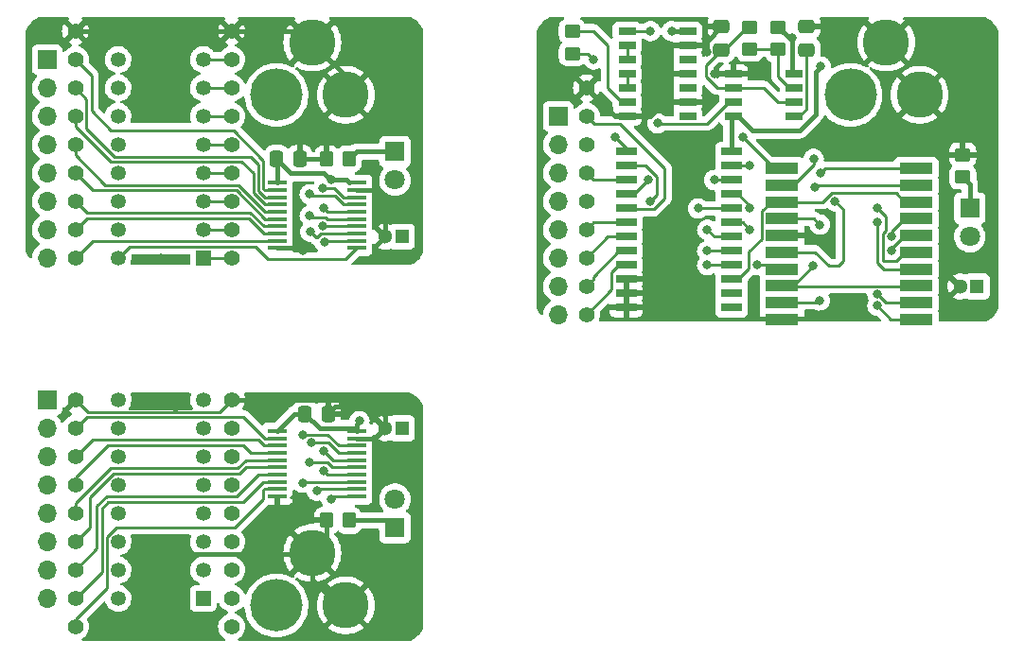
<source format=gbr>
%TF.GenerationSoftware,KiCad,Pcbnew,(6.0.5)*%
%TF.CreationDate,2022-07-10T19:31:20+02:00*%
%TF.ProjectId,Bus Tester,42757320-5465-4737-9465-722e6b696361,rev?*%
%TF.SameCoordinates,Original*%
%TF.FileFunction,Copper,L1,Top*%
%TF.FilePolarity,Positive*%
%FSLAX46Y46*%
G04 Gerber Fmt 4.6, Leading zero omitted, Abs format (unit mm)*
G04 Created by KiCad (PCBNEW (6.0.5)) date 2022-07-10 19:31:20*
%MOMM*%
%LPD*%
G01*
G04 APERTURE LIST*
G04 Aperture macros list*
%AMRoundRect*
0 Rectangle with rounded corners*
0 $1 Rounding radius*
0 $2 $3 $4 $5 $6 $7 $8 $9 X,Y pos of 4 corners*
0 Add a 4 corners polygon primitive as box body*
4,1,4,$2,$3,$4,$5,$6,$7,$8,$9,$2,$3,0*
0 Add four circle primitives for the rounded corners*
1,1,$1+$1,$2,$3*
1,1,$1+$1,$4,$5*
1,1,$1+$1,$6,$7*
1,1,$1+$1,$8,$9*
0 Add four rect primitives between the rounded corners*
20,1,$1+$1,$2,$3,$4,$5,0*
20,1,$1+$1,$4,$5,$6,$7,0*
20,1,$1+$1,$6,$7,$8,$9,0*
20,1,$1+$1,$8,$9,$2,$3,0*%
G04 Aperture macros list end*
%TA.AperFunction,SMDPad,CuDef*%
%ADD10R,1.925000X0.700000*%
%TD*%
%TA.AperFunction,ComponentPad*%
%ADD11C,1.400000*%
%TD*%
%TA.AperFunction,ComponentPad*%
%ADD12R,1.800000X1.800000*%
%TD*%
%TA.AperFunction,ComponentPad*%
%ADD13C,1.800000*%
%TD*%
%TA.AperFunction,SMDPad,CuDef*%
%ADD14RoundRect,0.250000X0.450000X-0.350000X0.450000X0.350000X-0.450000X0.350000X-0.450000X-0.350000X0*%
%TD*%
%TA.AperFunction,SMDPad,CuDef*%
%ADD15RoundRect,0.250000X-0.450000X0.350000X-0.450000X-0.350000X0.450000X-0.350000X0.450000X0.350000X0*%
%TD*%
%TA.AperFunction,SMDPad,CuDef*%
%ADD16RoundRect,0.250000X0.350000X0.450000X-0.350000X0.450000X-0.350000X-0.450000X0.350000X-0.450000X0*%
%TD*%
%TA.AperFunction,ComponentPad*%
%ADD17C,4.700000*%
%TD*%
%TA.AperFunction,ComponentPad*%
%ADD18C,4.150000*%
%TD*%
%TA.AperFunction,ComponentPad*%
%ADD19R,1.350000X1.350000*%
%TD*%
%TA.AperFunction,ComponentPad*%
%ADD20C,1.350000*%
%TD*%
%TA.AperFunction,SMDPad,CuDef*%
%ADD21RoundRect,0.250000X0.337500X0.475000X-0.337500X0.475000X-0.337500X-0.475000X0.337500X-0.475000X0*%
%TD*%
%TA.AperFunction,SMDPad,CuDef*%
%ADD22R,1.800000X0.450000*%
%TD*%
%TA.AperFunction,SMDPad,CuDef*%
%ADD23RoundRect,0.250000X0.475000X-0.337500X0.475000X0.337500X-0.475000X0.337500X-0.475000X-0.337500X0*%
%TD*%
%TA.AperFunction,SMDPad,CuDef*%
%ADD24R,1.550000X0.650000*%
%TD*%
%TA.AperFunction,SMDPad,CuDef*%
%ADD25R,3.000000X1.000000*%
%TD*%
%TA.AperFunction,ComponentPad*%
%ADD26R,1.700000X1.700000*%
%TD*%
%TA.AperFunction,ComponentPad*%
%ADD27O,1.700000X1.700000*%
%TD*%
%TA.AperFunction,ComponentPad*%
%ADD28C,1.300000*%
%TD*%
%TA.AperFunction,ComponentPad*%
%ADD29R,1.300000X1.300000*%
%TD*%
%TA.AperFunction,ViaPad*%
%ADD30C,0.800000*%
%TD*%
%TA.AperFunction,Conductor*%
%ADD31C,0.450000*%
%TD*%
%TA.AperFunction,Conductor*%
%ADD32C,0.250000*%
%TD*%
G04 APERTURE END LIST*
D10*
%TO.P,IC5,1,CLK/IN*%
%TO.N,/Left Handed Bus 7-Segment/Clock*%
X72123000Y-31115000D03*
%TO.P,IC5,2,IN0*%
%TO.N,Net-(IC5-Pad2)*%
X72123000Y-32385000D03*
%TO.P,IC5,3,IN1*%
%TO.N,Net-(IC5-Pad3)*%
X72123000Y-33655000D03*
%TO.P,IC5,4,IN2/PD*%
%TO.N,Net-(IC5-Pad4)*%
X72123000Y-34925000D03*
%TO.P,IC5,5,IN3*%
%TO.N,Net-(IC5-Pad5)*%
X72123000Y-36195000D03*
%TO.P,IC5,6,IN4*%
%TO.N,Net-(IC5-Pad6)*%
X72123000Y-37465000D03*
%TO.P,IC5,7,IN5*%
%TO.N,Net-(IC5-Pad7)*%
X72123000Y-38735000D03*
%TO.P,IC5,8,IN6*%
%TO.N,Net-(IC5-Pad8)*%
X72123000Y-40005000D03*
%TO.P,IC5,9,IN7*%
%TO.N,Net-(IC5-Pad9)*%
X72123000Y-41275000D03*
%TO.P,IC5,10,IN8*%
%TO.N,/Left Handed Bus 7-Segment/GND*%
X72123000Y-42545000D03*
%TO.P,IC5,11,IN9*%
X72123000Y-43815000D03*
%TO.P,IC5,12,GND*%
X72123000Y-45085000D03*
%TO.P,IC5,13,IN10*%
%TO.N,unconnected-(IC5-Pad13)*%
X81547000Y-45085000D03*
%TO.P,IC5,14,I/O0*%
%TO.N,unconnected-(IC5-Pad14)*%
X81547000Y-43815000D03*
%TO.P,IC5,15,I/O1*%
%TO.N,/Left Handed Bus 7-Segment/Cathode Left*%
X81547000Y-42545000D03*
%TO.P,IC5,16,I/O2*%
%TO.N,/Left Handed Bus 7-Segment/B Seg*%
X81547000Y-41275000D03*
%TO.P,IC5,17,I/O3*%
%TO.N,/Left Handed Bus 7-Segment/A Seg*%
X81547000Y-40005000D03*
%TO.P,IC5,18,I/O4*%
%TO.N,/Left Handed Bus 7-Segment/C Seg*%
X81547000Y-38735000D03*
%TO.P,IC5,19,I/O5*%
%TO.N,/Left Handed Bus 7-Segment/F Seg*%
X81547000Y-37465000D03*
%TO.P,IC5,20,I/O6*%
%TO.N,/Left Handed Bus 7-Segment/D Seg*%
X81547000Y-36195000D03*
%TO.P,IC5,21,I/O7*%
%TO.N,/Left Handed Bus 7-Segment/G Seg*%
X81547000Y-34925000D03*
%TO.P,IC5,22,I/O8*%
%TO.N,/Left Handed Bus 7-Segment/E Seg*%
X81547000Y-33655000D03*
%TO.P,IC5,23,I/O9*%
%TO.N,/Left Handed Bus 7-Segment/Cathode Right*%
X81547000Y-32385000D03*
%TO.P,IC5,24,VCC*%
%TO.N,/Left Handed Bus 7-Segment/5V*%
X81547000Y-31115000D03*
%TD*%
D11*
%TO.P,RN2,1,PC*%
%TO.N,/Left Handed Bus LED/GND*%
X36830000Y-20320000D03*
%TO.P,RN2,2,R1*%
%TO.N,Net-(DS1-Pad8)*%
X36830000Y-22860000D03*
%TO.P,RN2,3,R2*%
%TO.N,Net-(DS1-Pad7)*%
X36830000Y-25400000D03*
%TO.P,RN2,4,R3*%
%TO.N,Net-(DS1-Pad6)*%
X36830000Y-27940000D03*
%TO.P,RN2,5,R4*%
%TO.N,Net-(DS1-Pad5)*%
X36830000Y-30480000D03*
%TO.P,RN2,6,R5*%
%TO.N,Net-(DS1-Pad4)*%
X36830000Y-33020000D03*
%TO.P,RN2,7,R6*%
%TO.N,Net-(DS1-Pad3)*%
X36830000Y-35560000D03*
%TO.P,RN2,8,R7*%
%TO.N,Net-(DS1-Pad2)*%
X36830000Y-38100000D03*
%TO.P,RN2,9,R8*%
%TO.N,Net-(DS1-Pad1)*%
X36830000Y-40640000D03*
%TD*%
%TO.P,RN4,1,PC*%
%TO.N,/Right Handed Bus LED/GND*%
X36830000Y-53340000D03*
%TO.P,RN4,2,R1*%
%TO.N,Net-(DS2-Pad8)*%
X36830000Y-55880000D03*
%TO.P,RN4,3,R2*%
%TO.N,Net-(DS2-Pad7)*%
X36830000Y-58420000D03*
%TO.P,RN4,4,R3*%
%TO.N,Net-(DS2-Pad6)*%
X36830000Y-60960000D03*
%TO.P,RN4,5,R4*%
%TO.N,Net-(DS2-Pad5)*%
X36830000Y-63500000D03*
%TO.P,RN4,6,R5*%
%TO.N,Net-(DS2-Pad4)*%
X36830000Y-66040000D03*
%TO.P,RN4,7,R6*%
%TO.N,Net-(DS2-Pad3)*%
X36830000Y-68580000D03*
%TO.P,RN4,8,R7*%
%TO.N,Net-(DS2-Pad2)*%
X36830000Y-71120000D03*
%TO.P,RN4,9,R8*%
%TO.N,Net-(DS2-Pad1)*%
X36830000Y-73660000D03*
%TD*%
%TO.P,RN3,1,PC*%
%TO.N,/Right Handed Bus LED/GND*%
X22860000Y-53340000D03*
%TO.P,RN3,2,R1*%
%TO.N,Net-(IC2-Pad2)*%
X22860000Y-55880000D03*
%TO.P,RN3,3,R2*%
%TO.N,Net-(IC2-Pad3)*%
X22860000Y-58420000D03*
%TO.P,RN3,4,R3*%
%TO.N,Net-(IC2-Pad4)*%
X22860000Y-60960000D03*
%TO.P,RN3,5,R4*%
%TO.N,Net-(IC2-Pad5)*%
X22860000Y-63500000D03*
%TO.P,RN3,6,R5*%
%TO.N,Net-(IC2-Pad6)*%
X22860000Y-66040000D03*
%TO.P,RN3,7,R6*%
%TO.N,Net-(IC2-Pad7)*%
X22860000Y-68580000D03*
%TO.P,RN3,8,R7*%
%TO.N,Net-(IC2-Pad8)*%
X22860000Y-71120000D03*
%TO.P,RN3,9,R8*%
%TO.N,Net-(IC2-Pad9)*%
X22860000Y-73660000D03*
%TD*%
%TO.P,RN7,1,PC*%
%TO.N,/Left Handed Bus 7-Segment/GND*%
X68580000Y-25400000D03*
%TO.P,RN7,2,R1*%
%TO.N,Net-(IC5-Pad5)*%
X68580000Y-27940000D03*
%TO.P,RN7,3,R2*%
%TO.N,Net-(IC5-Pad4)*%
X68580000Y-30480000D03*
%TO.P,RN7,4,R3*%
%TO.N,Net-(IC5-Pad3)*%
X68580000Y-33020000D03*
%TO.P,RN7,5,R4*%
%TO.N,Net-(IC5-Pad2)*%
X68580000Y-35560000D03*
%TO.P,RN7,6,R5*%
%TO.N,Net-(IC5-Pad6)*%
X68580000Y-38100000D03*
%TO.P,RN7,7,R6*%
%TO.N,Net-(IC5-Pad7)*%
X68580000Y-40640000D03*
%TO.P,RN7,8,R7*%
%TO.N,Net-(IC5-Pad8)*%
X68580000Y-43180000D03*
%TO.P,RN7,9,R8*%
%TO.N,Net-(IC5-Pad9)*%
X68580000Y-45720000D03*
%TD*%
%TO.P,RN1,1,PC*%
%TO.N,/Left Handed Bus LED/GND*%
X22860000Y-20320000D03*
%TO.P,RN1,2,R1*%
%TO.N,Net-(IC1-Pad2)*%
X22860000Y-22860000D03*
%TO.P,RN1,3,R2*%
%TO.N,Net-(IC1-Pad3)*%
X22860000Y-25400000D03*
%TO.P,RN1,4,R3*%
%TO.N,Net-(IC1-Pad4)*%
X22860000Y-27940000D03*
%TO.P,RN1,5,R4*%
%TO.N,Net-(IC1-Pad5)*%
X22860000Y-30480000D03*
%TO.P,RN1,6,R5*%
%TO.N,Net-(IC1-Pad6)*%
X22860000Y-33020000D03*
%TO.P,RN1,7,R6*%
%TO.N,Net-(IC1-Pad7)*%
X22860000Y-35560000D03*
%TO.P,RN1,8,R7*%
%TO.N,Net-(IC1-Pad8)*%
X22860000Y-38100000D03*
%TO.P,RN1,9,R8*%
%TO.N,Net-(IC1-Pad9)*%
X22860000Y-40640000D03*
%TD*%
D12*
%TO.P,D5,1,K*%
%TO.N,Net-(D5-Pad1)*%
X102870000Y-36190000D03*
D13*
%TO.P,D5,2,A*%
%TO.N,/Left Handed Bus 7-Segment/5V*%
X102870000Y-38730000D03*
%TD*%
D14*
%TO.P,R4,1*%
%TO.N,Net-(IC3-Pad7)*%
X85725000Y-21955000D03*
%TO.P,R4,2*%
%TO.N,/Left Handed Bus 7-Segment/5V*%
X85725000Y-19955000D03*
%TD*%
D15*
%TO.P,R3,1*%
%TO.N,Net-(C5-Pad1)*%
X83185000Y-19955000D03*
%TO.P,R3,2*%
%TO.N,Net-(IC3-Pad7)*%
X83185000Y-21955000D03*
%TD*%
D12*
%TO.P,D1,1,K*%
%TO.N,Net-(D1-Pad1)*%
X51435000Y-31115000D03*
D13*
%TO.P,D1,2,A*%
%TO.N,/Left Handed Bus LED/5V*%
X51435000Y-33655000D03*
%TD*%
D16*
%TO.P,R2,1*%
%TO.N,Net-(D3-Pad1)*%
X47355000Y-64135000D03*
%TO.P,R2,2*%
%TO.N,/Right Handed Bus LED/GND*%
X45355000Y-64135000D03*
%TD*%
D17*
%TO.P,J2,A1,VCC*%
%TO.N,Net-(D2-Pad2)*%
X40843200Y-26035000D03*
D18*
%TO.P,J2,B1,GND1*%
%TO.N,/Left Handed Bus LED/GND*%
X44043200Y-21335000D03*
%TO.P,J2,C1,GND2*%
X47043200Y-26035000D03*
%TD*%
D19*
%TO.P,DS1,1,ANODE_A*%
%TO.N,Net-(DS1-Pad1)*%
X34288000Y-40640000D03*
D20*
%TO.P,DS1,2,ANODE_B*%
%TO.N,Net-(DS1-Pad2)*%
X34288000Y-38100000D03*
%TO.P,DS1,3,ANODE_C*%
%TO.N,Net-(DS1-Pad3)*%
X34288000Y-35560000D03*
%TO.P,DS1,4,ANODE_D*%
%TO.N,Net-(DS1-Pad4)*%
X34288000Y-33020000D03*
%TO.P,DS1,5,ANODE_E*%
%TO.N,Net-(DS1-Pad5)*%
X34288000Y-30480000D03*
%TO.P,DS1,6,ANODE_F*%
%TO.N,Net-(DS1-Pad6)*%
X34288000Y-27940000D03*
%TO.P,DS1,7,ANODE_G*%
%TO.N,Net-(DS1-Pad7)*%
X34288000Y-25400000D03*
%TO.P,DS1,8,ANODE_H*%
%TO.N,Net-(DS1-Pad8)*%
X34288000Y-22860000D03*
%TO.P,DS1,9,CATHODE_H*%
%TO.N,Net-(DS1-Pad9)*%
X26668000Y-22860000D03*
%TO.P,DS1,10,CATHODE_G*%
%TO.N,Net-(DS1-Pad10)*%
X26668000Y-25400000D03*
%TO.P,DS1,11,CATHODE_F*%
%TO.N,Net-(DS1-Pad11)*%
X26668000Y-27940000D03*
%TO.P,DS1,12,CATHODE_E*%
%TO.N,Net-(DS1-Pad12)*%
X26668000Y-30480000D03*
%TO.P,DS1,13,CATHODE_D*%
%TO.N,Net-(DS1-Pad13)*%
X26668000Y-33020000D03*
%TO.P,DS1,14,CATHODE_C*%
%TO.N,Net-(DS1-Pad14)*%
X26668000Y-35560000D03*
%TO.P,DS1,15,CATHODE_B*%
%TO.N,Net-(DS1-Pad15)*%
X26668000Y-38100000D03*
%TO.P,DS1,16,CATHODE_A*%
%TO.N,Net-(DS1-Pad16)*%
X26668000Y-40640000D03*
%TD*%
D21*
%TO.P,C1,1*%
%TO.N,/Left Handed Bus LED/GND*%
X42947500Y-31750000D03*
%TO.P,C1,2*%
%TO.N,/Left Handed Bus LED/5V*%
X40872500Y-31750000D03*
%TD*%
D12*
%TO.P,D3,1,K*%
%TO.N,Net-(D3-Pad1)*%
X51435000Y-64770000D03*
D13*
%TO.P,D3,2,A*%
%TO.N,/Right Handed Bus LED/5V*%
X51435000Y-62230000D03*
%TD*%
D22*
%TO.P,IC1,1,DIR*%
%TO.N,/Left Handed Bus LED/5V*%
X40900000Y-33905000D03*
%TO.P,IC1,2,A1*%
%TO.N,Net-(IC1-Pad2)*%
X40900000Y-34555000D03*
%TO.P,IC1,3,A2*%
%TO.N,Net-(IC1-Pad3)*%
X40900000Y-35205000D03*
%TO.P,IC1,4,A3*%
%TO.N,Net-(IC1-Pad4)*%
X40900000Y-35855000D03*
%TO.P,IC1,5,A4*%
%TO.N,Net-(IC1-Pad5)*%
X40900000Y-36505000D03*
%TO.P,IC1,6,A5*%
%TO.N,Net-(IC1-Pad6)*%
X40900000Y-37155000D03*
%TO.P,IC1,7,A6*%
%TO.N,Net-(IC1-Pad7)*%
X40900000Y-37805000D03*
%TO.P,IC1,8,A7*%
%TO.N,Net-(IC1-Pad8)*%
X40900000Y-38455000D03*
%TO.P,IC1,9,A8*%
%TO.N,Net-(IC1-Pad9)*%
X40900000Y-39105000D03*
%TO.P,IC1,10,GND*%
%TO.N,/Left Handed Bus LED/GND*%
X40900000Y-39755000D03*
%TO.P,IC1,11,B8*%
%TO.N,Net-(DS1-Pad16)*%
X48000000Y-39755000D03*
%TO.P,IC1,12,B7*%
%TO.N,Net-(DS1-Pad15)*%
X48000000Y-39105000D03*
%TO.P,IC1,13,B6*%
%TO.N,Net-(DS1-Pad14)*%
X48000000Y-38455000D03*
%TO.P,IC1,14,B5*%
%TO.N,Net-(DS1-Pad13)*%
X48000000Y-37805000D03*
%TO.P,IC1,15,B4*%
%TO.N,Net-(DS1-Pad12)*%
X48000000Y-37155000D03*
%TO.P,IC1,16,B3*%
%TO.N,Net-(DS1-Pad11)*%
X48000000Y-36505000D03*
%TO.P,IC1,17,B2*%
%TO.N,Net-(DS1-Pad10)*%
X48000000Y-35855000D03*
%TO.P,IC1,18,B1*%
%TO.N,Net-(DS1-Pad9)*%
X48000000Y-35205000D03*
%TO.P,IC1,19,~{OE}*%
%TO.N,/Left Handed Bus LED/GND*%
X48000000Y-34555000D03*
%TO.P,IC1,20,VCC*%
%TO.N,/Left Handed Bus LED/5V*%
X48000000Y-33905000D03*
%TD*%
D17*
%TO.P,J5,A1,VCC*%
%TO.N,Net-(D6-Pad2)*%
X92186000Y-26035000D03*
D18*
%TO.P,J5,B1,GND1*%
%TO.N,/Left Handed Bus 7-Segment/GND*%
X95386000Y-21335000D03*
%TO.P,J5,C1,GND2*%
X98386000Y-26035000D03*
%TD*%
D19*
%TO.P,DS2,1,ANODE_A*%
%TO.N,Net-(DS2-Pad1)*%
X34290000Y-71120000D03*
D20*
%TO.P,DS2,2,ANODE_B*%
%TO.N,Net-(DS2-Pad2)*%
X34290000Y-68580000D03*
%TO.P,DS2,3,ANODE_C*%
%TO.N,Net-(DS2-Pad3)*%
X34290000Y-66040000D03*
%TO.P,DS2,4,ANODE_D*%
%TO.N,Net-(DS2-Pad4)*%
X34290000Y-63500000D03*
%TO.P,DS2,5,ANODE_E*%
%TO.N,Net-(DS2-Pad5)*%
X34290000Y-60960000D03*
%TO.P,DS2,6,ANODE_F*%
%TO.N,Net-(DS2-Pad6)*%
X34290000Y-58420000D03*
%TO.P,DS2,7,ANODE_G*%
%TO.N,Net-(DS2-Pad7)*%
X34290000Y-55880000D03*
%TO.P,DS2,8,ANODE_H*%
%TO.N,Net-(DS2-Pad8)*%
X34290000Y-53340000D03*
%TO.P,DS2,9,CATHODE_H*%
%TO.N,Net-(DS2-Pad9)*%
X26670000Y-53340000D03*
%TO.P,DS2,10,CATHODE_G*%
%TO.N,Net-(DS2-Pad10)*%
X26670000Y-55880000D03*
%TO.P,DS2,11,CATHODE_F*%
%TO.N,Net-(DS2-Pad11)*%
X26670000Y-58420000D03*
%TO.P,DS2,12,CATHODE_E*%
%TO.N,Net-(DS2-Pad12)*%
X26670000Y-60960000D03*
%TO.P,DS2,13,CATHODE_D*%
%TO.N,Net-(DS2-Pad13)*%
X26670000Y-63500000D03*
%TO.P,DS2,14,CATHODE_C*%
%TO.N,Net-(DS2-Pad14)*%
X26670000Y-66040000D03*
%TO.P,DS2,15,CATHODE_B*%
%TO.N,Net-(DS2-Pad15)*%
X26670000Y-68580000D03*
%TO.P,DS2,16,CATHODE_A*%
%TO.N,Net-(DS2-Pad16)*%
X26670000Y-71120000D03*
%TD*%
D23*
%TO.P,C6,1*%
%TO.N,Net-(C6-Pad1)*%
X88265000Y-21992500D03*
%TO.P,C6,2*%
%TO.N,/Left Handed Bus 7-Segment/GND*%
X88265000Y-19917500D03*
%TD*%
D24*
%TO.P,IC4,1,A0*%
%TO.N,Net-(IC3-Pad3)*%
X72205000Y-20320000D03*
%TO.P,IC4,2,~{O0}*%
%TO.N,Net-(IC4-Pad2)*%
X72205000Y-21590000D03*
%TO.P,IC4,3,A1*%
X72205000Y-22860000D03*
%TO.P,IC4,4,~{O1}*%
%TO.N,Net-(IC4-Pad4)*%
X72205000Y-24130000D03*
%TO.P,IC4,5,A2*%
X72205000Y-25400000D03*
%TO.P,IC4,6,~{O2}*%
%TO.N,Net-(IC4-Pad6)*%
X72205000Y-26670000D03*
%TO.P,IC4,7,GND*%
%TO.N,/Left Handed Bus 7-Segment/GND*%
X72205000Y-27940000D03*
%TO.P,IC4,8,~{O5}*%
%TO.N,unconnected-(IC4-Pad8)*%
X77655000Y-27940000D03*
%TO.P,IC4,9,A5*%
%TO.N,/Left Handed Bus 7-Segment/GND*%
X77655000Y-26670000D03*
%TO.P,IC4,10,~{O4}*%
%TO.N,unconnected-(IC4-Pad10)*%
X77655000Y-25400000D03*
%TO.P,IC4,11,A4*%
%TO.N,/Left Handed Bus 7-Segment/GND*%
X77655000Y-24130000D03*
%TO.P,IC4,12,~{O3}*%
%TO.N,unconnected-(IC4-Pad12)*%
X77655000Y-22860000D03*
%TO.P,IC4,13,A3*%
%TO.N,/Left Handed Bus 7-Segment/GND*%
X77655000Y-21590000D03*
%TO.P,IC4,14,VCC*%
%TO.N,/Left Handed Bus 7-Segment/5V*%
X77655000Y-20320000D03*
%TD*%
D25*
%TO.P,DS3,1,E_Left*%
%TO.N,Net-(DS3-Pad1)*%
X86075000Y-32620000D03*
%TO.P,DS3,2,D_Left*%
%TO.N,Net-(DS3-Pad2)*%
X86075000Y-34120000D03*
%TO.P,DS3,3,Cathode__Left*%
%TO.N,/Left Handed Bus 7-Segment/Cathode Left*%
X86075000Y-35620000D03*
%TO.P,DS3,4,C_Left*%
%TO.N,Net-(DS3-Pad4)*%
X86075000Y-37120000D03*
%TO.P,DS3,5,DP_Left*%
%TO.N,/Left Handed Bus 7-Segment/GND*%
X86075000Y-38620000D03*
%TO.P,DS3,6,E_Right*%
%TO.N,Net-(DS3-Pad6)*%
X86075000Y-40120000D03*
%TO.P,DS3,7,D_Right*%
%TO.N,Net-(DS3-Pad7)*%
X86075000Y-41620000D03*
%TO.P,DS3,8,Cathode_Right*%
%TO.N,/Left Handed Bus 7-Segment/Cathode Right*%
X86075000Y-43120000D03*
%TO.P,DS3,9,C_Right*%
%TO.N,Net-(DS3-Pad9)*%
X86075000Y-44620000D03*
%TO.P,DS3,10,DP_Right*%
%TO.N,/Left Handed Bus 7-Segment/GND*%
X86075000Y-46120000D03*
%TO.P,DS3,11,B_Right*%
%TO.N,Net-(DS3-Pad11)*%
X98075000Y-46120000D03*
%TO.P,DS3,12,A_Right*%
%TO.N,Net-(DS3-Pad12)*%
X98075000Y-44620000D03*
%TO.P,DS3,13,Cathode_Right*%
%TO.N,/Left Handed Bus 7-Segment/Cathode Right*%
X98075000Y-43120000D03*
%TO.P,DS3,14,F_Right*%
%TO.N,Net-(DS3-Pad14)*%
X98075000Y-41620000D03*
%TO.P,DS3,15,G_Right*%
%TO.N,Net-(DS3-Pad15)*%
X98075000Y-40120000D03*
%TO.P,DS3,16,B_Left*%
%TO.N,Net-(DS3-Pad16)*%
X98075000Y-38620000D03*
%TO.P,DS3,17,A_Left*%
%TO.N,Net-(DS3-Pad17)*%
X98075000Y-37120000D03*
%TO.P,DS3,18,Cathode_Left*%
%TO.N,/Left Handed Bus 7-Segment/Cathode Left*%
X98075000Y-35620000D03*
%TO.P,DS3,19,F_Left*%
%TO.N,Net-(DS3-Pad19)*%
X98075000Y-34120000D03*
%TO.P,DS3,20,G_Left*%
%TO.N,Net-(DS3-Pad20)*%
X98075000Y-32620000D03*
%TD*%
D23*
%TO.P,C5,1*%
%TO.N,Net-(C5-Pad1)*%
X80645000Y-21992500D03*
%TO.P,C5,2*%
%TO.N,/Left Handed Bus 7-Segment/GND*%
X80645000Y-19917500D03*
%TD*%
D17*
%TO.P,J4,A1,VCC*%
%TO.N,Net-(D4-Pad2)*%
X40843200Y-71755000D03*
D18*
%TO.P,J4,B1,GND1*%
%TO.N,/Right Handed Bus LED/GND*%
X44043200Y-67055000D03*
%TO.P,J4,C1,GND2*%
X47043200Y-71755000D03*
%TD*%
D16*
%TO.P,R1,1*%
%TO.N,Net-(D1-Pad1)*%
X47355000Y-31750000D03*
%TO.P,R1,2*%
%TO.N,/Left Handed Bus LED/GND*%
X45355000Y-31750000D03*
%TD*%
D22*
%TO.P,IC2,1,DIR*%
%TO.N,/Right Handed Bus LED/5V*%
X40900000Y-56130000D03*
%TO.P,IC2,2,A1*%
%TO.N,Net-(IC2-Pad2)*%
X40900000Y-56780000D03*
%TO.P,IC2,3,A2*%
%TO.N,Net-(IC2-Pad3)*%
X40900000Y-57430000D03*
%TO.P,IC2,4,A3*%
%TO.N,Net-(IC2-Pad4)*%
X40900000Y-58080000D03*
%TO.P,IC2,5,A4*%
%TO.N,Net-(IC2-Pad5)*%
X40900000Y-58730000D03*
%TO.P,IC2,6,A5*%
%TO.N,Net-(IC2-Pad6)*%
X40900000Y-59380000D03*
%TO.P,IC2,7,A6*%
%TO.N,Net-(IC2-Pad7)*%
X40900000Y-60030000D03*
%TO.P,IC2,8,A7*%
%TO.N,Net-(IC2-Pad8)*%
X40900000Y-60680000D03*
%TO.P,IC2,9,A8*%
%TO.N,Net-(IC2-Pad9)*%
X40900000Y-61330000D03*
%TO.P,IC2,10,GND*%
%TO.N,/Right Handed Bus LED/GND*%
X40900000Y-61980000D03*
%TO.P,IC2,11,B8*%
%TO.N,Net-(DS2-Pad16)*%
X48000000Y-61980000D03*
%TO.P,IC2,12,B7*%
%TO.N,Net-(DS2-Pad15)*%
X48000000Y-61330000D03*
%TO.P,IC2,13,B6*%
%TO.N,Net-(DS2-Pad14)*%
X48000000Y-60680000D03*
%TO.P,IC2,14,B5*%
%TO.N,Net-(DS2-Pad13)*%
X48000000Y-60030000D03*
%TO.P,IC2,15,B4*%
%TO.N,Net-(DS2-Pad12)*%
X48000000Y-59380000D03*
%TO.P,IC2,16,B3*%
%TO.N,Net-(DS2-Pad11)*%
X48000000Y-58730000D03*
%TO.P,IC2,17,B2*%
%TO.N,Net-(DS2-Pad10)*%
X48000000Y-58080000D03*
%TO.P,IC2,18,B1*%
%TO.N,Net-(DS2-Pad9)*%
X48000000Y-57430000D03*
%TO.P,IC2,19,~{OE}*%
%TO.N,/Right Handed Bus LED/GND*%
X48000000Y-56780000D03*
%TO.P,IC2,20,VCC*%
%TO.N,/Right Handed Bus LED/5V*%
X48000000Y-56130000D03*
%TD*%
D14*
%TO.P,R5,1*%
%TO.N,Net-(D5-Pad1)*%
X102235000Y-33385000D03*
%TO.P,R5,2*%
%TO.N,/Left Handed Bus 7-Segment/GND*%
X102235000Y-31385000D03*
%TD*%
D24*
%TO.P,IC3,1,GND*%
%TO.N,/Left Handed Bus 7-Segment/GND*%
X81730000Y-24130000D03*
%TO.P,IC3,2,TRIG*%
%TO.N,Net-(C5-Pad1)*%
X81730000Y-25400000D03*
%TO.P,IC3,3,OUT*%
%TO.N,Net-(IC3-Pad3)*%
X81730000Y-26670000D03*
%TO.P,IC3,4,RESET*%
%TO.N,/Left Handed Bus 7-Segment/5V*%
X81730000Y-27940000D03*
%TO.P,IC3,5,CONT*%
%TO.N,Net-(C6-Pad1)*%
X87180000Y-27940000D03*
%TO.P,IC3,6,THRES*%
%TO.N,Net-(C5-Pad1)*%
X87180000Y-26670000D03*
%TO.P,IC3,7,DISCH*%
%TO.N,Net-(IC3-Pad7)*%
X87180000Y-25400000D03*
%TO.P,IC3,8,VCC*%
%TO.N,/Left Handed Bus 7-Segment/5V*%
X87180000Y-24130000D03*
%TD*%
D21*
%TO.P,C3,1*%
%TO.N,/Right Handed Bus LED/GND*%
X45487500Y-54610000D03*
%TO.P,C3,2*%
%TO.N,/Right Handed Bus LED/5V*%
X43412500Y-54610000D03*
%TD*%
D14*
%TO.P,R6,1*%
%TO.N,/Left Handed Bus 7-Segment/Clock*%
X67310000Y-22320000D03*
%TO.P,R6,2*%
%TO.N,Net-(IC4-Pad6)*%
X67310000Y-20320000D03*
%TD*%
D26*
%TO.P,J1,1,Pin_1*%
%TO.N,Net-(IC1-Pad2)*%
X20320000Y-22860000D03*
D27*
%TO.P,J1,2,Pin_2*%
%TO.N,Net-(IC1-Pad3)*%
X20320000Y-25400000D03*
%TO.P,J1,3,Pin_3*%
%TO.N,Net-(IC1-Pad4)*%
X20320000Y-27940000D03*
%TO.P,J1,4,Pin_4*%
%TO.N,Net-(IC1-Pad5)*%
X20320000Y-30480000D03*
%TO.P,J1,5,Pin_5*%
%TO.N,Net-(IC1-Pad6)*%
X20320000Y-33020000D03*
%TO.P,J1,6,Pin_6*%
%TO.N,Net-(IC1-Pad7)*%
X20320000Y-35560000D03*
%TO.P,J1,7,Pin_7*%
%TO.N,Net-(IC1-Pad8)*%
X20320000Y-38100000D03*
%TO.P,J1,8,Pin_8*%
%TO.N,Net-(IC1-Pad9)*%
X20320000Y-40640000D03*
%TD*%
D28*
%TO.P,C2,2*%
%TO.N,/Left Handed Bus LED/GND*%
X50570000Y-38735000D03*
D29*
%TO.P,C2,1*%
%TO.N,/Left Handed Bus LED/5V*%
X52070000Y-38735000D03*
%TD*%
%TO.P,C4,1*%
%TO.N,/Right Handed Bus LED/5V*%
X52070000Y-55880000D03*
D28*
%TO.P,C4,2*%
%TO.N,/Right Handed Bus LED/GND*%
X50570000Y-55880000D03*
%TD*%
D29*
%TO.P,C7,1*%
%TO.N,/Left Handed Bus 7-Segment/5V*%
X103505000Y-43180000D03*
D28*
%TO.P,C7,2*%
%TO.N,/Left Handed Bus 7-Segment/GND*%
X102005000Y-43180000D03*
%TD*%
D26*
%TO.P,J6,1,Pin_1*%
%TO.N,Net-(IC5-Pad5)*%
X66040000Y-27940000D03*
D27*
%TO.P,J6,2,Pin_2*%
%TO.N,Net-(IC5-Pad4)*%
X66040000Y-30480000D03*
%TO.P,J6,3,Pin_3*%
%TO.N,Net-(IC5-Pad3)*%
X66040000Y-33020000D03*
%TO.P,J6,4,Pin_4*%
%TO.N,Net-(IC5-Pad2)*%
X66040000Y-35560000D03*
%TO.P,J6,5,Pin_5*%
%TO.N,Net-(IC5-Pad6)*%
X66040000Y-38100000D03*
%TO.P,J6,6,Pin_6*%
%TO.N,Net-(IC5-Pad7)*%
X66040000Y-40640000D03*
%TO.P,J6,7,Pin_7*%
%TO.N,Net-(IC5-Pad8)*%
X66040000Y-43180000D03*
%TO.P,J6,8,Pin_8*%
%TO.N,Net-(IC5-Pad9)*%
X66040000Y-45720000D03*
%TD*%
D26*
%TO.P,J3,1,Pin_1*%
%TO.N,Net-(IC2-Pad2)*%
X20320000Y-53340000D03*
D27*
%TO.P,J3,2,Pin_2*%
%TO.N,Net-(IC2-Pad3)*%
X20320000Y-55880000D03*
%TO.P,J3,3,Pin_3*%
%TO.N,Net-(IC2-Pad4)*%
X20320000Y-58420000D03*
%TO.P,J3,4,Pin_4*%
%TO.N,Net-(IC2-Pad5)*%
X20320000Y-60960000D03*
%TO.P,J3,5,Pin_5*%
%TO.N,Net-(IC2-Pad6)*%
X20320000Y-63500000D03*
%TO.P,J3,6,Pin_6*%
%TO.N,Net-(IC2-Pad7)*%
X20320000Y-66040000D03*
%TO.P,J3,7,Pin_7*%
%TO.N,Net-(IC2-Pad8)*%
X20320000Y-68580000D03*
%TO.P,J3,8,Pin_8*%
%TO.N,Net-(IC2-Pad9)*%
X20320000Y-71120000D03*
%TD*%
D30*
%TO.N,/Left Handed Bus LED/5V*%
X45720000Y-33655000D03*
%TO.N,Net-(DS1-Pad13)*%
X44957871Y-37731499D03*
%TO.N,Net-(DS1-Pad14)*%
X43864118Y-38279001D03*
%TO.N,Net-(DS1-Pad15)*%
X45110473Y-39180500D03*
%TO.N,Net-(DS1-Pad9)*%
X45013245Y-34361755D03*
%TO.N,Net-(DS1-Pad10)*%
X43815000Y-34925000D03*
%TO.N,Net-(DS1-Pad11)*%
X45085000Y-36195000D03*
%TO.N,Net-(DS1-Pad12)*%
X43815000Y-36830000D03*
%TO.N,/Left Handed Bus 7-Segment/Cathode Right*%
X83185000Y-32385000D03*
X88828073Y-41319159D03*
%TO.N,/Right Handed Bus LED/5V*%
X48260000Y-55245000D03*
%TO.N,Net-(DS2-Pad9)*%
X43180000Y-56515000D03*
%TO.N,Net-(DS2-Pad10)*%
X43938162Y-57166303D03*
%TO.N,Net-(DS2-Pad11)*%
X45085000Y-57890803D03*
%TO.N,Net-(DS2-Pad12)*%
X43815000Y-58965500D03*
%TO.N,Net-(DS2-Pad13)*%
X45085000Y-59690000D03*
%TO.N,Net-(DS2-Pad14)*%
X43179914Y-60753363D03*
%TO.N,Net-(DS2-Pad15)*%
X44439981Y-61466485D03*
%TO.N,Net-(DS2-Pad16)*%
X45720002Y-62230000D03*
%TO.N,/Left Handed Bus LED/GND*%
X43180000Y-40005000D03*
X30480000Y-40640000D03*
%TO.N,/Right Handed Bus LED/GND*%
X31115000Y-53340000D03*
X30480000Y-69215000D03*
%TO.N,/Left Handed Bus 7-Segment/5V*%
X86995000Y-20955000D03*
X89535000Y-23495000D03*
X76200000Y-20320000D03*
%TO.N,/Left Handed Bus 7-Segment/GND*%
X90170000Y-39370000D03*
X79320500Y-22225000D03*
X80010000Y-24130000D03*
X89535000Y-45720000D03*
%TO.N,Net-(IC3-Pad3)*%
X74930000Y-28575000D03*
X74295000Y-20320000D03*
%TO.N,/Left Handed Bus 7-Segment/Clock*%
X71120000Y-29845000D03*
X69215000Y-22860000D03*
%TO.N,Net-(IC5-Pad2)*%
X74295000Y-35560000D03*
%TO.N,Net-(IC5-Pad4)*%
X74116000Y-33655000D03*
%TO.N,/Left Handed Bus 7-Segment/B Seg*%
X79375000Y-41275000D03*
%TO.N,/Left Handed Bus 7-Segment/A Seg*%
X79375000Y-40005000D03*
%TO.N,/Left Handed Bus 7-Segment/C Seg*%
X79375000Y-38100000D03*
%TO.N,/Left Handed Bus 7-Segment/F Seg*%
X83185000Y-38100002D03*
%TO.N,/Left Handed Bus 7-Segment/D Seg*%
X78560999Y-36195000D03*
%TO.N,/Left Handed Bus 7-Segment/G Seg*%
X83185000Y-36195000D03*
%TO.N,/Left Handed Bus 7-Segment/E Seg*%
X80010000Y-33655000D03*
%TO.N,Net-(DS3-Pad16)*%
X95885000Y-40005001D03*
%TO.N,Net-(DS3-Pad17)*%
X95892401Y-38665668D03*
%TO.N,Net-(DS3-Pad19)*%
X88989500Y-34290000D03*
%TO.N,Net-(DS3-Pad20)*%
X89535000Y-33020000D03*
%TO.N,Net-(DS3-Pad11)*%
X94602452Y-44916551D03*
%TO.N,Net-(DS3-Pad12)*%
X94615000Y-43904500D03*
%TO.N,Net-(DS3-Pad14)*%
X94615000Y-37465000D03*
%TO.N,Net-(DS3-Pad9)*%
X89445500Y-44450000D03*
%TO.N,Net-(DS3-Pad15)*%
X94615000Y-36195000D03*
%TO.N,Net-(DS3-Pad1)*%
X82550000Y-29845000D03*
%TO.N,Net-(DS3-Pad2)*%
X88900000Y-31750000D03*
%TO.N,Net-(DS3-Pad4)*%
X89458812Y-37646818D03*
%TO.N,Net-(DS3-Pad6)*%
X90805000Y-35560000D03*
%TO.N,Net-(DS3-Pad7)*%
X83820000Y-41275000D03*
%TD*%
D31*
%TO.N,/Left Handed Bus LED/5V*%
X47075000Y-33655000D02*
X45720000Y-33655000D01*
X42142500Y-33020000D02*
X45085000Y-33020000D01*
X45085000Y-33020000D02*
X45720000Y-33655000D01*
X47325000Y-33905000D02*
X47075000Y-33655000D01*
X40872500Y-31750000D02*
X42142500Y-33020000D01*
X40900000Y-31777500D02*
X40900000Y-33905000D01*
D32*
%TO.N,Net-(DS1-Pad1)*%
X36830000Y-40640000D02*
X34288000Y-40640000D01*
%TO.N,Net-(DS1-Pad2)*%
X34288000Y-38100000D02*
X36830000Y-38100000D01*
%TO.N,Net-(DS1-Pad3)*%
X36830000Y-35560000D02*
X34288000Y-35560000D01*
%TO.N,Net-(DS1-Pad4)*%
X34288000Y-33020000D02*
X36830000Y-33020000D01*
%TO.N,Net-(DS1-Pad5)*%
X36830000Y-30480000D02*
X34288000Y-30480000D01*
%TO.N,Net-(DS1-Pad6)*%
X34288000Y-27940000D02*
X36830000Y-27940000D01*
%TO.N,Net-(DS1-Pad7)*%
X36830000Y-25400000D02*
X34288000Y-25400000D01*
%TO.N,Net-(DS1-Pad8)*%
X34288000Y-22860000D02*
X36830000Y-22860000D01*
%TO.N,Net-(DS1-Pad13)*%
X48000000Y-37805000D02*
X45031372Y-37805000D01*
X45031372Y-37805000D02*
X44957871Y-37731499D01*
%TO.N,Net-(DS1-Pad14)*%
X44441872Y-38824501D02*
X44409618Y-38824501D01*
X46850000Y-38455000D02*
X46848608Y-38456392D01*
X45410965Y-38456392D02*
X45410572Y-38455999D01*
X44409618Y-38824501D02*
X43864118Y-38279001D01*
X44810374Y-38455999D02*
X44441872Y-38824501D01*
X46848608Y-38456392D02*
X45410965Y-38456392D01*
X45410572Y-38455999D02*
X44810374Y-38455999D01*
X48000000Y-38455000D02*
X46850000Y-38455000D01*
%TO.N,Net-(DS1-Pad15)*%
X45185973Y-39105000D02*
X45110473Y-39180500D01*
X48000000Y-39105000D02*
X45185973Y-39105000D01*
%TO.N,Net-(DS1-Pad16)*%
X40100479Y-40729501D02*
X47025499Y-40729501D01*
X39003967Y-39632989D02*
X40100479Y-40729501D01*
X26668000Y-40640000D02*
X27675011Y-39632989D01*
X27675011Y-39632989D02*
X39003967Y-39632989D01*
X47025499Y-40729501D02*
X48000000Y-39755000D01*
%TO.N,Net-(DS1-Pad9)*%
X46845598Y-35205000D02*
X46020099Y-34379501D01*
X45030991Y-34379501D02*
X45013245Y-34361755D01*
X48000000Y-35205000D02*
X46845598Y-35205000D01*
X46020099Y-34379501D02*
X45030991Y-34379501D01*
%TO.N,Net-(DS1-Pad10)*%
X46081256Y-35086256D02*
X46850000Y-35855000D01*
X43976256Y-35086256D02*
X46081256Y-35086256D01*
X46850000Y-35855000D02*
X48000000Y-35855000D01*
X43815000Y-34925000D02*
X43976256Y-35086256D01*
%TO.N,Net-(DS1-Pad11)*%
X45395000Y-36505000D02*
X45085000Y-36195000D01*
X48000000Y-36505000D02*
X45395000Y-36505000D01*
%TO.N,Net-(DS1-Pad12)*%
X48000000Y-37155000D02*
X45405972Y-37155000D01*
X43991998Y-37006998D02*
X43815000Y-36830000D01*
X45405972Y-37155000D02*
X45257970Y-37006998D01*
X45257970Y-37006998D02*
X43991998Y-37006998D01*
%TO.N,/Left Handed Bus 7-Segment/Cathode Right*%
X87075000Y-43120000D02*
X88828073Y-41366927D01*
X86135000Y-43180000D02*
X98015000Y-43180000D01*
X83185000Y-32385000D02*
X81547000Y-32385000D01*
X88828073Y-41366927D02*
X88828073Y-41319159D01*
%TO.N,/Left Handed Bus 7-Segment/Cathode Left*%
X84250489Y-38939511D02*
X83095499Y-40094501D01*
X84250489Y-36444511D02*
X84250489Y-38939511D01*
X90504901Y-34835499D02*
X96290499Y-34835499D01*
X83095499Y-40094501D02*
X83095499Y-41609001D01*
X85075000Y-35620000D02*
X84250489Y-36444511D01*
X89720400Y-35620000D02*
X90504901Y-34835499D01*
X96290499Y-34835499D02*
X97075000Y-35620000D01*
X86075000Y-35620000D02*
X89720400Y-35620000D01*
X83095499Y-41609001D02*
X82159500Y-42545000D01*
D31*
%TO.N,Net-(D1-Pad1)*%
X47990000Y-31115000D02*
X47355000Y-31750000D01*
X51435000Y-31115000D02*
X47990000Y-31115000D01*
%TO.N,/Right Handed Bus LED/5V*%
X44694791Y-55892291D02*
X47762291Y-55892291D01*
X43412500Y-54610000D02*
X44694791Y-55892291D01*
X48000000Y-55505000D02*
X48260000Y-55245000D01*
X47762291Y-55892291D02*
X48000000Y-56130000D01*
X43412500Y-54610000D02*
X42420000Y-54610000D01*
X42420000Y-54610000D02*
X40900000Y-56130000D01*
X48000000Y-56130000D02*
X48000000Y-55505000D01*
%TO.N,Net-(D3-Pad1)*%
X47355000Y-64135000D02*
X50800000Y-64135000D01*
D32*
%TO.N,Net-(DS2-Pad9)*%
X48000000Y-57430000D02*
X46390304Y-57430000D01*
X43253198Y-56441802D02*
X43180000Y-56515000D01*
X45402106Y-56441802D02*
X43253198Y-56441802D01*
X46390304Y-57430000D02*
X45402106Y-56441802D01*
%TO.N,Net-(DS2-Pad10)*%
X46404600Y-58080000D02*
X45490903Y-57166303D01*
X45490903Y-57166303D02*
X43938162Y-57166303D01*
X48000000Y-58080000D02*
X46404600Y-58080000D01*
%TO.N,Net-(DS2-Pad11)*%
X48000000Y-58730000D02*
X45924197Y-58730000D01*
X45924197Y-58730000D02*
X45085000Y-57890803D01*
%TO.N,Net-(DS2-Pad12)*%
X45799600Y-59380000D02*
X45385099Y-58965499D01*
X48000000Y-59380000D02*
X45799600Y-59380000D01*
X45385099Y-58965499D02*
X43815000Y-58965500D01*
%TO.N,Net-(DS2-Pad13)*%
X45425000Y-60030000D02*
X45085000Y-59690000D01*
X48000000Y-60030000D02*
X45425000Y-60030000D01*
%TO.N,Net-(DS2-Pad14)*%
X43253277Y-60680000D02*
X43179914Y-60753363D01*
X48000000Y-60680000D02*
X43253277Y-60680000D01*
%TO.N,Net-(DS2-Pad15)*%
X44576466Y-61330000D02*
X44439981Y-61466485D01*
X48000000Y-61330000D02*
X44576466Y-61330000D01*
%TO.N,Net-(DS2-Pad16)*%
X48000000Y-61980000D02*
X45970002Y-61980000D01*
X45970002Y-61980000D02*
X45720002Y-62230000D01*
D31*
%TO.N,/Left Handed Bus LED/GND*%
X49350000Y-34555000D02*
X48000000Y-34555000D01*
X50570000Y-35775000D02*
X49350000Y-34555000D01*
X40900000Y-39755000D02*
X42930000Y-39755000D01*
X44304700Y-21596500D02*
X47043200Y-24335000D01*
X36830000Y-20320000D02*
X42766700Y-20320000D01*
X42930000Y-39755000D02*
X43180000Y-40005000D01*
X42947500Y-31750000D02*
X45355000Y-31750000D01*
X22860000Y-20320000D02*
X36830000Y-20320000D01*
X50570000Y-38735000D02*
X50570000Y-35775000D01*
%TO.N,/Right Handed Bus LED/GND*%
X50570000Y-55880000D02*
X48665000Y-53975000D01*
D32*
X35739022Y-54430978D02*
X36830000Y-53340000D01*
X23950978Y-54430978D02*
X31929022Y-54430978D01*
D31*
X50570000Y-55880000D02*
X49670000Y-56780000D01*
X45355000Y-64135000D02*
X45355000Y-65743200D01*
X50570000Y-54820978D02*
X50570000Y-55880000D01*
X36830000Y-53340000D02*
X49089022Y-53340000D01*
X40900000Y-61980000D02*
X40900000Y-63125000D01*
X41910000Y-64135000D02*
X45355000Y-64135000D01*
X48665000Y-53975000D02*
X46122500Y-53975000D01*
X43951189Y-67147011D02*
X32547989Y-67147011D01*
X46122500Y-53975000D02*
X45487500Y-54610000D01*
X40900000Y-63125000D02*
X41910000Y-64135000D01*
D32*
X31929022Y-54430978D02*
X35739022Y-54430978D01*
D31*
X32547989Y-67147011D02*
X30480000Y-69215000D01*
D32*
X31929022Y-54430978D02*
X31115000Y-53616956D01*
D31*
X44043200Y-69390000D02*
X44043200Y-67055000D01*
X49670000Y-56780000D02*
X48000000Y-56780000D01*
D32*
X22860000Y-53340000D02*
X23950978Y-54430978D01*
D31*
X45355000Y-65743200D02*
X44043200Y-67055000D01*
X49089022Y-53340000D02*
X50570000Y-54820978D01*
D32*
X31115000Y-53616956D02*
X31115000Y-53340000D01*
D31*
X46408200Y-71755000D02*
X44043200Y-69390000D01*
%TO.N,/Left Handed Bus 7-Segment/5V*%
X81547000Y-28123000D02*
X81730000Y-27940000D01*
X86995000Y-23945000D02*
X87180000Y-24130000D01*
X87630000Y-29210000D02*
X89068989Y-27771011D01*
X81547000Y-31115000D02*
X81547000Y-28123000D01*
X77655000Y-20320000D02*
X76200000Y-20320000D01*
X89068989Y-23961011D02*
X89535000Y-23495000D01*
X82180000Y-27940000D02*
X83450000Y-29210000D01*
X86725000Y-20955000D02*
X85725000Y-19955000D01*
X83450000Y-29210000D02*
X87630000Y-29210000D01*
X86995000Y-20955000D02*
X86995000Y-23945000D01*
X86995000Y-20955000D02*
X86725000Y-20955000D01*
X89068989Y-27771011D02*
X89068989Y-23961011D01*
%TO.N,/Left Handed Bus 7-Segment/GND*%
X68580000Y-25400000D02*
X71120000Y-27940000D01*
X98386000Y-26035000D02*
X102235000Y-29884000D01*
X74295000Y-27940000D02*
X72205000Y-27940000D01*
X79320500Y-21242000D02*
X80645000Y-19917500D01*
X75565000Y-26670000D02*
X74295000Y-27940000D01*
X77655000Y-26670000D02*
X75565000Y-26670000D01*
D32*
X89420000Y-38620000D02*
X90170000Y-39370000D01*
X89535000Y-45720000D02*
X89135000Y-46120000D01*
D31*
X102235000Y-29884000D02*
X102235000Y-31385000D01*
D32*
X86075000Y-38620000D02*
X89420000Y-38620000D01*
D31*
X81730000Y-24130000D02*
X80010000Y-24130000D01*
D32*
X89135000Y-46120000D02*
X86075000Y-46120000D01*
D31*
X71120000Y-27940000D02*
X72205000Y-27940000D01*
X79320500Y-22225000D02*
X79320500Y-21242000D01*
%TO.N,Net-(D5-Pad1)*%
X102870000Y-34020000D02*
X102235000Y-33385000D01*
X102870000Y-36190000D02*
X102870000Y-34020000D01*
D32*
%TO.N,Net-(C5-Pad1)*%
X81730000Y-25400000D02*
X80255400Y-25400000D01*
X79285499Y-24430099D02*
X79285499Y-23352001D01*
X85725000Y-26670000D02*
X84455000Y-25400000D01*
X79285499Y-23352001D02*
X80645000Y-21992500D01*
X80877500Y-21992500D02*
X82915000Y-19955000D01*
X80255400Y-25400000D02*
X79285499Y-24430099D01*
X87180000Y-26670000D02*
X85725000Y-26670000D01*
X84455000Y-25400000D02*
X81730000Y-25400000D01*
%TO.N,Net-(IC3-Pad3)*%
X74944511Y-28589511D02*
X74930000Y-28575000D01*
X81280000Y-26670000D02*
X79360489Y-28589511D01*
X72205000Y-20320000D02*
X74295000Y-20320000D01*
X79360489Y-28589511D02*
X74944511Y-28589511D01*
%TO.N,Net-(C6-Pad1)*%
X88279511Y-27290489D02*
X88279511Y-22007011D01*
X87630000Y-27940000D02*
X88279511Y-27290489D01*
%TO.N,Net-(IC3-Pad7)*%
X85725000Y-21955000D02*
X85725000Y-24395000D01*
X85725000Y-24395000D02*
X86730000Y-25400000D01*
X83185000Y-21955000D02*
X85725000Y-21955000D01*
%TO.N,Net-(IC4-Pad2)*%
X72205000Y-21590000D02*
X72205000Y-22860000D01*
%TO.N,Net-(IC4-Pad4)*%
X72205000Y-24130000D02*
X72205000Y-25400000D01*
%TO.N,Net-(IC4-Pad6)*%
X70485000Y-25400000D02*
X71755000Y-26670000D01*
X70485000Y-21590000D02*
X70485000Y-25400000D01*
X67310000Y-20320000D02*
X69215000Y-20320000D01*
X69215000Y-20320000D02*
X70485000Y-21590000D01*
%TO.N,/Left Handed Bus 7-Segment/Clock*%
X72123000Y-31115000D02*
X72123000Y-30848000D01*
X68675000Y-22320000D02*
X69215000Y-22860000D01*
X72123000Y-30848000D02*
X71120000Y-29845000D01*
X67310000Y-22320000D02*
X68675000Y-22320000D01*
%TO.N,Net-(IC5-Pad2)*%
X74840511Y-35014489D02*
X74295000Y-35560000D01*
X73870614Y-32385000D02*
X74840511Y-33354897D01*
X72123000Y-32385000D02*
X73870614Y-32385000D01*
X74840511Y-33354897D02*
X74840511Y-35014489D01*
%TO.N,Net-(IC5-Pad3)*%
X68580000Y-33020000D02*
X69215000Y-33655000D01*
X69215000Y-33655000D02*
X72123000Y-33655000D01*
%TO.N,Net-(IC5-Pad4)*%
X72846000Y-34925000D02*
X74116000Y-33655000D01*
%TO.N,Net-(IC5-Pad5)*%
X74595099Y-36284501D02*
X72212501Y-36284501D01*
X71579522Y-28610000D02*
X75565000Y-32595478D01*
X69250000Y-28610000D02*
X71579522Y-28610000D01*
X75565000Y-32595478D02*
X75565000Y-35314600D01*
X68580000Y-27940000D02*
X69250000Y-28610000D01*
X75565000Y-35314600D02*
X74595099Y-36284501D01*
%TO.N,Net-(IC5-Pad6)*%
X68580000Y-38100000D02*
X69215000Y-37465000D01*
X69215000Y-37465000D02*
X72123000Y-37465000D01*
%TO.N,Net-(IC5-Pad7)*%
X68580000Y-40640000D02*
X70485000Y-38735000D01*
X70485000Y-38735000D02*
X72123000Y-38735000D01*
%TO.N,Net-(IC5-Pad8)*%
X68580000Y-43180000D02*
X69215000Y-42545000D01*
X69215000Y-42545000D02*
X69215000Y-42300500D01*
X69215000Y-42300500D02*
X71510500Y-40005000D01*
%TO.N,/Left Handed Bus 7-Segment/B Seg*%
X81547000Y-41275000D02*
X79375000Y-41275000D01*
%TO.N,/Left Handed Bus 7-Segment/A Seg*%
X81547000Y-40005000D02*
X79375000Y-40005000D01*
%TO.N,/Left Handed Bus 7-Segment/C Seg*%
X81547000Y-38735000D02*
X80010000Y-38735000D01*
X80010000Y-38735000D02*
X79375000Y-38100000D01*
%TO.N,/Left Handed Bus 7-Segment/F Seg*%
X82549998Y-37465000D02*
X83185000Y-38100002D01*
X81547000Y-37465000D02*
X82549998Y-37465000D01*
%TO.N,/Left Handed Bus 7-Segment/D Seg*%
X81547000Y-36195000D02*
X78560999Y-36195000D01*
%TO.N,/Left Handed Bus 7-Segment/G Seg*%
X83185000Y-35950500D02*
X83185000Y-36195000D01*
X82159500Y-34925000D02*
X83185000Y-35950500D01*
%TO.N,/Left Handed Bus 7-Segment/E Seg*%
X80010000Y-33655000D02*
X81547000Y-33655000D01*
%TO.N,Net-(IC5-Pad9)*%
X70835989Y-43464011D02*
X70835989Y-41949511D01*
X70835989Y-41949511D02*
X71510500Y-41275000D01*
X68580000Y-45720000D02*
X70835989Y-43464011D01*
%TO.N,Net-(DS3-Pad16)*%
X95885000Y-39810000D02*
X95885000Y-40005001D01*
X97075000Y-38620000D02*
X95885000Y-39810000D01*
%TO.N,Net-(DS3-Pad17)*%
X95892401Y-38302599D02*
X95892401Y-38665668D01*
X97075000Y-37120000D02*
X95892401Y-38302599D01*
%TO.N,Net-(DS3-Pad19)*%
X89159500Y-34120000D02*
X88989500Y-34290000D01*
X98075000Y-34120000D02*
X89159500Y-34120000D01*
%TO.N,Net-(DS3-Pad20)*%
X98075000Y-32620000D02*
X89935000Y-32620000D01*
X89935000Y-32620000D02*
X89535000Y-33020000D01*
%TO.N,Net-(DS3-Pad11)*%
X98075000Y-46120000D02*
X95805901Y-46120000D01*
X95805901Y-46120000D02*
X94602452Y-44916551D01*
%TO.N,Net-(DS3-Pad12)*%
X95330500Y-44620000D02*
X94615000Y-43904500D01*
X98075000Y-44620000D02*
X95330500Y-44620000D01*
%TO.N,Net-(DS3-Pad14)*%
X95204696Y-41620000D02*
X94615000Y-41030304D01*
X98075000Y-41620000D02*
X95204696Y-41620000D01*
X94615000Y-41030304D02*
X94615000Y-37465000D01*
%TO.N,Net-(DS3-Pad9)*%
X86075000Y-44620000D02*
X89275500Y-44620000D01*
X89275500Y-44620000D02*
X89445500Y-44450000D01*
%TO.N,Net-(DS3-Pad15)*%
X95090400Y-38443069D02*
X95339501Y-38193968D01*
X95339501Y-38193968D02*
X95339501Y-36919501D01*
X95339501Y-36919501D02*
X94615000Y-36195000D01*
X97075000Y-40120000D02*
X96325000Y-40870000D01*
X96325000Y-40870000D02*
X95090400Y-40870000D01*
X95090400Y-40870000D02*
X95090400Y-38443069D01*
%TO.N,Net-(DS3-Pad1)*%
X82550000Y-29845000D02*
X85325000Y-32620000D01*
%TO.N,Net-(DS3-Pad2)*%
X88900000Y-32295000D02*
X87075000Y-34120000D01*
X88900000Y-31750000D02*
X88900000Y-32295000D01*
%TO.N,Net-(DS3-Pad4)*%
X88931994Y-37120000D02*
X89458812Y-37646818D01*
X86075000Y-37120000D02*
X88931994Y-37120000D01*
%TO.N,Net-(DS3-Pad6)*%
X90258797Y-41364501D02*
X89014296Y-40120000D01*
X91105099Y-41364501D02*
X90258797Y-41364501D01*
X89014296Y-40120000D02*
X86075000Y-40120000D01*
X91529501Y-36284501D02*
X91529501Y-40940099D01*
X91529501Y-40940099D02*
X91105099Y-41364501D01*
X90805000Y-35560000D02*
X91529501Y-36284501D01*
%TO.N,Net-(DS3-Pad7)*%
X83820000Y-41275000D02*
X85730000Y-41275000D01*
%TO.N,Net-(IC1-Pad2)*%
X39675489Y-34438543D02*
X39675489Y-31901359D01*
X36984130Y-29210000D02*
X26035000Y-29210000D01*
X26035000Y-29210000D02*
X24304021Y-27479021D01*
X24304021Y-27479021D02*
X24304021Y-24304021D01*
X39675489Y-31901359D02*
X36984130Y-29210000D01*
X39791946Y-34555000D02*
X39675489Y-34438543D01*
X24304021Y-24304021D02*
X22860000Y-22860000D01*
X40900000Y-34555000D02*
X39791946Y-34555000D01*
%TO.N,Net-(IC1-Pad3)*%
X22860000Y-25400000D02*
X23854511Y-26394511D01*
X39806242Y-35205000D02*
X40900000Y-35205000D01*
X23854511Y-29080034D02*
X26345456Y-31570979D01*
X23854511Y-26394511D02*
X23854511Y-29080034D01*
X27396514Y-31563478D02*
X38548478Y-31563478D01*
X39225978Y-32240978D02*
X39225978Y-34624736D01*
X39225978Y-34624736D02*
X39806242Y-35205000D01*
X27389013Y-31570979D02*
X27396514Y-31563478D01*
X38548478Y-31563478D02*
X39225978Y-32240978D01*
X26345456Y-31570979D02*
X27389013Y-31570979D01*
%TO.N,Net-(IC1-Pad4)*%
X25992967Y-32020490D02*
X31480214Y-32020490D01*
X39820538Y-35855000D02*
X40900000Y-35855000D01*
X37727989Y-32012989D02*
X38776468Y-33061468D01*
X31480214Y-32020490D02*
X31487715Y-32012989D01*
X38776468Y-33061468D02*
X38776468Y-34810930D01*
X22860000Y-28887523D02*
X25992967Y-32020490D01*
X31487715Y-32012989D02*
X37727989Y-32012989D01*
X38776468Y-34810930D02*
X39820538Y-35855000D01*
X22860000Y-27940000D02*
X22860000Y-28887523D01*
%TO.N,Net-(IC1-Pad5)*%
X37433313Y-34103479D02*
X39834834Y-36505000D01*
X25535955Y-34103478D02*
X37433313Y-34103479D01*
X22860000Y-31427523D02*
X25535955Y-34103478D01*
X22860000Y-30480000D02*
X22860000Y-31427523D01*
X39834834Y-36505000D02*
X40900000Y-36505000D01*
%TO.N,Net-(IC1-Pad6)*%
X39849130Y-37155000D02*
X40900000Y-37155000D01*
X37247119Y-34552989D02*
X39849130Y-37155000D01*
X22860000Y-33020000D02*
X24392989Y-34552989D01*
X24392989Y-34552989D02*
X37247119Y-34552989D01*
%TO.N,Net-(IC1-Pad7)*%
X23867011Y-36567011D02*
X38469203Y-36567011D01*
X38469203Y-36567011D02*
X39707192Y-37805000D01*
X39707192Y-37805000D02*
X40900000Y-37805000D01*
X22860000Y-35560000D02*
X23867011Y-36567011D01*
%TO.N,Net-(IC1-Pad8)*%
X39721480Y-38455000D02*
X40900000Y-38455000D01*
X22860000Y-38100000D02*
X23867011Y-37092989D01*
X38359469Y-37092989D02*
X39721480Y-38455000D01*
X23867011Y-37092989D02*
X38359469Y-37092989D01*
%TO.N,Net-(IC1-Pad9)*%
X22860000Y-40640000D02*
X24392989Y-39107011D01*
X24392989Y-39107011D02*
X40897989Y-39107011D01*
%TO.N,Net-(IC2-Pad2)*%
X22860000Y-55880000D02*
X23859511Y-54880489D01*
X39775978Y-56780000D02*
X40900000Y-56780000D01*
X36405381Y-54880489D02*
X36412881Y-54872989D01*
X37868967Y-54872989D02*
X39775978Y-56780000D01*
X23859511Y-54880489D02*
X36405381Y-54880489D01*
X36412881Y-54872989D02*
X37868967Y-54872989D01*
%TO.N,Net-(IC2-Pad3)*%
X24392989Y-56887011D02*
X39207011Y-56887011D01*
X39207011Y-56887011D02*
X39750000Y-57430000D01*
X39750000Y-57430000D02*
X40900000Y-57430000D01*
X22860000Y-58420000D02*
X24392989Y-56887011D01*
%TO.N,Net-(IC2-Pad4)*%
X38504022Y-58080000D02*
X40900000Y-58080000D01*
X25772011Y-57412989D02*
X37837011Y-57412989D01*
X22860000Y-60325000D02*
X25772011Y-57412989D01*
X37837011Y-57412989D02*
X38504022Y-58080000D01*
X22860000Y-60960000D02*
X22860000Y-60325000D01*
%TO.N,Net-(IC2-Pad5)*%
X22860000Y-62552477D02*
X25985466Y-59427011D01*
X22860000Y-63500000D02*
X22860000Y-62552477D01*
X37398478Y-59427011D02*
X38095489Y-58730000D01*
X25985466Y-59427011D02*
X37398478Y-59427011D01*
X38095489Y-58730000D02*
X40900000Y-58730000D01*
%TO.N,Net-(IC2-Pad6)*%
X24130000Y-62086477D02*
X26263488Y-59952989D01*
X22860000Y-66040000D02*
X24130000Y-64770000D01*
X26263488Y-59952989D02*
X37519511Y-59952989D01*
X37519511Y-59952989D02*
X38092500Y-59380000D01*
X38092500Y-59380000D02*
X40900000Y-59380000D01*
X24130000Y-64770000D02*
X24130000Y-62086477D01*
%TO.N,Net-(IC2-Pad7)*%
X22860000Y-68580000D02*
X24771468Y-66668532D01*
X24771468Y-66668532D02*
X24771468Y-62857828D01*
X24771468Y-62857828D02*
X25662285Y-61967011D01*
X37247119Y-61967011D02*
X39184130Y-60030000D01*
X39184130Y-60030000D02*
X40900000Y-60030000D01*
X25662285Y-61967011D02*
X37247119Y-61967011D01*
%TO.N,Net-(IC2-Pad8)*%
X22860000Y-71120000D02*
X25220978Y-68759022D01*
X25220978Y-68759022D02*
X25220979Y-63044021D01*
X39650000Y-60680000D02*
X40900000Y-60680000D01*
X25772011Y-62492989D02*
X37837011Y-62492989D01*
X25220979Y-63044021D02*
X25772011Y-62492989D01*
X37837011Y-62492989D02*
X39650000Y-60680000D01*
%TO.N,Net-(IC2-Pad9)*%
X25670489Y-65625988D02*
X25670489Y-70214511D01*
X26526477Y-64770000D02*
X25670489Y-65625988D01*
X25670489Y-70214511D02*
X22860000Y-73025000D01*
X22860000Y-73025000D02*
X22860000Y-73660000D01*
X37147500Y-64770000D02*
X26526477Y-64770000D01*
X39675489Y-62242011D02*
X37147500Y-64770000D01*
X39775978Y-61330000D02*
X39675489Y-61430489D01*
X40900000Y-61330000D02*
X39775978Y-61330000D01*
X39675489Y-61430489D02*
X39675489Y-62242011D01*
%TD*%
%TA.AperFunction,Conductor*%
%TO.N,/Left Handed Bus LED/GND*%
G36*
X33046621Y-40286491D02*
G01*
X33093114Y-40340147D01*
X33104500Y-40392489D01*
X33104500Y-41149000D01*
X33084498Y-41217121D01*
X33030842Y-41263614D01*
X32978500Y-41275000D01*
X27878196Y-41275000D01*
X27810075Y-41254998D01*
X27763582Y-41201342D01*
X27753478Y-41131068D01*
X27758883Y-41108499D01*
X27821874Y-40922935D01*
X27821875Y-40922930D01*
X27823730Y-40917466D01*
X27854941Y-40702205D01*
X27856570Y-40640000D01*
X27854081Y-40612905D01*
X27842615Y-40488131D01*
X27837347Y-40430804D01*
X27851031Y-40361140D01*
X27873723Y-40330181D01*
X27900510Y-40303394D01*
X27962822Y-40269368D01*
X27989605Y-40266489D01*
X32978500Y-40266489D01*
X33046621Y-40286491D01*
G37*
%TD.AperFunction*%
%TA.AperFunction,Conductor*%
G36*
X22236164Y-19070002D02*
G01*
X22282657Y-19123658D01*
X22292761Y-19193932D01*
X22263267Y-19258512D01*
X22240314Y-19279213D01*
X22218752Y-19294311D01*
X22210377Y-19304788D01*
X22217446Y-19318236D01*
X22847188Y-19947978D01*
X22861132Y-19955592D01*
X22862965Y-19955461D01*
X22869580Y-19951210D01*
X23503276Y-19317514D01*
X23509706Y-19305739D01*
X23500410Y-19293724D01*
X23479686Y-19279213D01*
X23435358Y-19223756D01*
X23428049Y-19153137D01*
X23460080Y-19089776D01*
X23521281Y-19053791D01*
X23551957Y-19050000D01*
X36138043Y-19050000D01*
X36206164Y-19070002D01*
X36252657Y-19123658D01*
X36262761Y-19193932D01*
X36233267Y-19258512D01*
X36210314Y-19279213D01*
X36188752Y-19294311D01*
X36180377Y-19304788D01*
X36187446Y-19318236D01*
X36817188Y-19947978D01*
X36831132Y-19955592D01*
X36832965Y-19955461D01*
X36839580Y-19951210D01*
X37473276Y-19317514D01*
X37479706Y-19305739D01*
X37470410Y-19293724D01*
X37449686Y-19279213D01*
X37405358Y-19223756D01*
X37398049Y-19153137D01*
X37430080Y-19089776D01*
X37491281Y-19053791D01*
X37521957Y-19050000D01*
X42405983Y-19050000D01*
X42474104Y-19070002D01*
X42520597Y-19123658D01*
X42530701Y-19193932D01*
X42501207Y-19258512D01*
X42480044Y-19277936D01*
X42416683Y-19323970D01*
X42408260Y-19334893D01*
X42415164Y-19347754D01*
X44030388Y-20962978D01*
X44044332Y-20970592D01*
X44046165Y-20970461D01*
X44052780Y-20966210D01*
X45671560Y-19347430D01*
X45678173Y-19335319D01*
X45669346Y-19323701D01*
X45606356Y-19277936D01*
X45563002Y-19221714D01*
X45556927Y-19150978D01*
X45590058Y-19088186D01*
X45651878Y-19053274D01*
X45680417Y-19050000D01*
X52743724Y-19050000D01*
X52784225Y-19056687D01*
X52839600Y-19075484D01*
X52854824Y-19081790D01*
X52871019Y-19089776D01*
X53078342Y-19192016D01*
X53092616Y-19200257D01*
X53299829Y-19338713D01*
X53312905Y-19348746D01*
X53500278Y-19513068D01*
X53511932Y-19524722D01*
X53676254Y-19712095D01*
X53686287Y-19725171D01*
X53824743Y-19932384D01*
X53832984Y-19946658D01*
X53943209Y-20170173D01*
X53949516Y-20185400D01*
X53968313Y-20240775D01*
X53975000Y-20281276D01*
X53975000Y-40043724D01*
X53968313Y-40084225D01*
X53949516Y-40139600D01*
X53943210Y-40154824D01*
X53936069Y-40169305D01*
X53832984Y-40378342D01*
X53824743Y-40392616D01*
X53686287Y-40599829D01*
X53676254Y-40612905D01*
X53511932Y-40800278D01*
X53500278Y-40811932D01*
X53312905Y-40976254D01*
X53299829Y-40986287D01*
X53092616Y-41124743D01*
X53078342Y-41132984D01*
X52973878Y-41184500D01*
X52879236Y-41231172D01*
X52854827Y-41243209D01*
X52839600Y-41249516D01*
X52784225Y-41268313D01*
X52743724Y-41275000D01*
X47680094Y-41275000D01*
X47611973Y-41254998D01*
X47565480Y-41201342D01*
X47555376Y-41131068D01*
X47584870Y-41066488D01*
X47590999Y-41059905D01*
X48125499Y-40525405D01*
X48187811Y-40491379D01*
X48214594Y-40488500D01*
X48948134Y-40488500D01*
X49010316Y-40481745D01*
X49146705Y-40430615D01*
X49263261Y-40343261D01*
X49350615Y-40226705D01*
X49401745Y-40090316D01*
X49408500Y-40028134D01*
X49408500Y-39481866D01*
X49408089Y-39478083D01*
X49408105Y-39477993D01*
X49407947Y-39475074D01*
X49408636Y-39475037D01*
X49420626Y-39408202D01*
X49468952Y-39356192D01*
X49537726Y-39338566D01*
X49565714Y-39347851D01*
X49588445Y-39350103D01*
X49603802Y-39341988D01*
X50197978Y-38747812D01*
X50205592Y-38733868D01*
X50205461Y-38732035D01*
X50201210Y-38725420D01*
X49601520Y-38125730D01*
X49587576Y-38118116D01*
X49566346Y-38119634D01*
X49543491Y-38128159D01*
X49474117Y-38113069D01*
X49423914Y-38062868D01*
X49408500Y-38002480D01*
X49408500Y-37757196D01*
X49956307Y-37757196D01*
X49959793Y-37765583D01*
X50840115Y-38645905D01*
X50874141Y-38708217D01*
X50869076Y-38779032D01*
X50840115Y-38824095D01*
X49963212Y-39700998D01*
X49957016Y-39712344D01*
X49966898Y-39724834D01*
X50010279Y-39753820D01*
X50020389Y-39759310D01*
X50205318Y-39838762D01*
X50216261Y-39842317D01*
X50412567Y-39886737D01*
X50423975Y-39888239D01*
X50625096Y-39896140D01*
X50636580Y-39895538D01*
X50835774Y-39866657D01*
X50846957Y-39863972D01*
X51034698Y-39800243D01*
X51105633Y-39797287D01*
X51150762Y-39818728D01*
X51159958Y-39825619D01*
X51173295Y-39835615D01*
X51181696Y-39838764D01*
X51181699Y-39838766D01*
X51250975Y-39864736D01*
X51309684Y-39886745D01*
X51371866Y-39893500D01*
X52768134Y-39893500D01*
X52830316Y-39886745D01*
X52966705Y-39835615D01*
X53083261Y-39748261D01*
X53170615Y-39631705D01*
X53221745Y-39495316D01*
X53228500Y-39433134D01*
X53228500Y-38036866D01*
X53221745Y-37974684D01*
X53170615Y-37838295D01*
X53083261Y-37721739D01*
X52966705Y-37634385D01*
X52830316Y-37583255D01*
X52768134Y-37576500D01*
X51371866Y-37576500D01*
X51309684Y-37583255D01*
X51173295Y-37634385D01*
X51152133Y-37650245D01*
X51147623Y-37653625D01*
X51081117Y-37678472D01*
X51025369Y-37669828D01*
X50905663Y-37622070D01*
X50894635Y-37618803D01*
X50697230Y-37579537D01*
X50685784Y-37578334D01*
X50484537Y-37575700D01*
X50473057Y-37576603D01*
X50274701Y-37610687D01*
X50263581Y-37613667D01*
X50074748Y-37683331D01*
X50064370Y-37688281D01*
X49965906Y-37746861D01*
X49956307Y-37757196D01*
X49408500Y-37757196D01*
X49408500Y-37531866D01*
X49404344Y-37493606D01*
X49404344Y-37466393D01*
X49408131Y-37431533D01*
X49408131Y-37431529D01*
X49408500Y-37428134D01*
X49408500Y-36881866D01*
X49404344Y-36843606D01*
X49404344Y-36816393D01*
X49408131Y-36781533D01*
X49408131Y-36781529D01*
X49408500Y-36778134D01*
X49408500Y-36231866D01*
X49404344Y-36193606D01*
X49404344Y-36166393D01*
X49408131Y-36131533D01*
X49408131Y-36131529D01*
X49408500Y-36128134D01*
X49408500Y-35581866D01*
X49404344Y-35543606D01*
X49404344Y-35516393D01*
X49408131Y-35481533D01*
X49408131Y-35481529D01*
X49408500Y-35478134D01*
X49408500Y-34931866D01*
X49404091Y-34891280D01*
X49404091Y-34864067D01*
X49407631Y-34831483D01*
X49408000Y-34824672D01*
X49408000Y-34798115D01*
X49403525Y-34782876D01*
X49377830Y-34760611D01*
X49378288Y-34760082D01*
X49365900Y-34753318D01*
X49350793Y-34733161D01*
X49350615Y-34733295D01*
X49273623Y-34630565D01*
X49248775Y-34564059D01*
X49263828Y-34494676D01*
X49273623Y-34479435D01*
X49324382Y-34411707D01*
X49350615Y-34376705D01*
X49350904Y-34376921D01*
X49397065Y-34330861D01*
X49402418Y-34328647D01*
X49406328Y-34324135D01*
X49407999Y-34316452D01*
X49407999Y-34285330D01*
X49407630Y-34278509D01*
X49404091Y-34245930D01*
X49404091Y-34218716D01*
X49404344Y-34216393D01*
X49408500Y-34178134D01*
X49408500Y-33631866D01*
X49401745Y-33569684D01*
X49350615Y-33433295D01*
X49263261Y-33316739D01*
X49146705Y-33229385D01*
X49010316Y-33178255D01*
X48948134Y-33171500D01*
X47965635Y-33171500D01*
X47897514Y-33151498D01*
X47851021Y-33097842D01*
X47840917Y-33027568D01*
X47870411Y-32962988D01*
X47925759Y-32925976D01*
X48021998Y-32893868D01*
X48028946Y-32891550D01*
X48179348Y-32798478D01*
X48304305Y-32673303D01*
X48308504Y-32666491D01*
X48393275Y-32528968D01*
X48393276Y-32528966D01*
X48397115Y-32522738D01*
X48433367Y-32413442D01*
X48450632Y-32361389D01*
X48450632Y-32361387D01*
X48452797Y-32354861D01*
X48455883Y-32324747D01*
X48457962Y-32304450D01*
X48463500Y-32250400D01*
X48463500Y-31974500D01*
X48483502Y-31906379D01*
X48537158Y-31859886D01*
X48589500Y-31848500D01*
X49900500Y-31848500D01*
X49968621Y-31868502D01*
X50015114Y-31922158D01*
X50026500Y-31974500D01*
X50026500Y-32063134D01*
X50033255Y-32125316D01*
X50084385Y-32261705D01*
X50171739Y-32378261D01*
X50288295Y-32465615D01*
X50296704Y-32468767D01*
X50296705Y-32468768D01*
X50356164Y-32491058D01*
X50412929Y-32533699D01*
X50437629Y-32600261D01*
X50422422Y-32669609D01*
X50403029Y-32696091D01*
X50336639Y-32765564D01*
X50333725Y-32769836D01*
X50333724Y-32769837D01*
X50311135Y-32802952D01*
X50206119Y-32956899D01*
X50108602Y-33166981D01*
X50046707Y-33390169D01*
X50022095Y-33620469D01*
X50022392Y-33625622D01*
X50022392Y-33625625D01*
X50028258Y-33727359D01*
X50035427Y-33851697D01*
X50036564Y-33856743D01*
X50036565Y-33856749D01*
X50065497Y-33985128D01*
X50086346Y-34077642D01*
X50088288Y-34082424D01*
X50088289Y-34082428D01*
X50170679Y-34285330D01*
X50173484Y-34292237D01*
X50294501Y-34489719D01*
X50446147Y-34664784D01*
X50624349Y-34812730D01*
X50824322Y-34929584D01*
X50829147Y-34931426D01*
X50829148Y-34931427D01*
X50875002Y-34948937D01*
X51040694Y-35012209D01*
X51045760Y-35013240D01*
X51045761Y-35013240D01*
X51098846Y-35024040D01*
X51267656Y-35058385D01*
X51398324Y-35063176D01*
X51493949Y-35066683D01*
X51493953Y-35066683D01*
X51499113Y-35066872D01*
X51504233Y-35066216D01*
X51504235Y-35066216D01*
X51593778Y-35054745D01*
X51728847Y-35037442D01*
X51733795Y-35035957D01*
X51733802Y-35035956D01*
X51945747Y-34972369D01*
X51950690Y-34970886D01*
X52030340Y-34931866D01*
X52154049Y-34871262D01*
X52154052Y-34871260D01*
X52158684Y-34868991D01*
X52347243Y-34734494D01*
X52511303Y-34571005D01*
X52646458Y-34382917D01*
X52649422Y-34376921D01*
X52746784Y-34179922D01*
X52746785Y-34179920D01*
X52749078Y-34175280D01*
X52816408Y-33953671D01*
X52846640Y-33724041D01*
X52848327Y-33655000D01*
X52836133Y-33506681D01*
X52829773Y-33429318D01*
X52829772Y-33429312D01*
X52829349Y-33424167D01*
X52781776Y-33234771D01*
X52774184Y-33204544D01*
X52774183Y-33204540D01*
X52772925Y-33199533D01*
X52770866Y-33194797D01*
X52682630Y-32991868D01*
X52682628Y-32991865D01*
X52680570Y-32987131D01*
X52554764Y-32792665D01*
X52551282Y-32788838D01*
X52464848Y-32693848D01*
X52433796Y-32630002D01*
X52442192Y-32559504D01*
X52487369Y-32504736D01*
X52513812Y-32491067D01*
X52573297Y-32468767D01*
X52581705Y-32465615D01*
X52698261Y-32378261D01*
X52785615Y-32261705D01*
X52836745Y-32125316D01*
X52843500Y-32063134D01*
X52843500Y-30166866D01*
X52836745Y-30104684D01*
X52785615Y-29968295D01*
X52698261Y-29851739D01*
X52581705Y-29764385D01*
X52445316Y-29713255D01*
X52383134Y-29706500D01*
X50486866Y-29706500D01*
X50424684Y-29713255D01*
X50288295Y-29764385D01*
X50171739Y-29851739D01*
X50084385Y-29968295D01*
X50033255Y-30104684D01*
X50026500Y-30166866D01*
X50026500Y-30255500D01*
X50006498Y-30323621D01*
X49952842Y-30370114D01*
X49900500Y-30381500D01*
X48055174Y-30381500D01*
X48036223Y-30380067D01*
X48023007Y-30378056D01*
X48023004Y-30378056D01*
X48015774Y-30376956D01*
X48008483Y-30377549D01*
X48008480Y-30377549D01*
X47965013Y-30381085D01*
X47954798Y-30381500D01*
X47947174Y-30381500D01*
X47919934Y-30384676D01*
X47915614Y-30385103D01*
X47887609Y-30387381D01*
X47852593Y-30390229D01*
X47852589Y-30390230D01*
X47845296Y-30390823D01*
X47838332Y-30393079D01*
X47832817Y-30394181D01*
X47827378Y-30395467D01*
X47820110Y-30396314D01*
X47813232Y-30398811D01*
X47813226Y-30398812D01*
X47753803Y-30420382D01*
X47749700Y-30421792D01*
X47682580Y-30443535D01*
X47676317Y-30447335D01*
X47671201Y-30449678D01*
X47666212Y-30452176D01*
X47659333Y-30454673D01*
X47653212Y-30458686D01*
X47653210Y-30458687D01*
X47600357Y-30493339D01*
X47596639Y-30495685D01*
X47551267Y-30523218D01*
X47485901Y-30541500D01*
X46954600Y-30541500D01*
X46951354Y-30541837D01*
X46951350Y-30541837D01*
X46855692Y-30551762D01*
X46855688Y-30551763D01*
X46848834Y-30552474D01*
X46842298Y-30554655D01*
X46842296Y-30554655D01*
X46744796Y-30587184D01*
X46681054Y-30608450D01*
X46530652Y-30701522D01*
X46525479Y-30706704D01*
X46443862Y-30788463D01*
X46381579Y-30822542D01*
X46310759Y-30817539D01*
X46265671Y-30788618D01*
X46183171Y-30706261D01*
X46171760Y-30697249D01*
X46033757Y-30612184D01*
X46020576Y-30606037D01*
X45866290Y-30554862D01*
X45852914Y-30551995D01*
X45758562Y-30542328D01*
X45752145Y-30542000D01*
X45627115Y-30542000D01*
X45611876Y-30546475D01*
X45610671Y-30547865D01*
X45609000Y-30555548D01*
X45609000Y-31878000D01*
X45588998Y-31946121D01*
X45535342Y-31992614D01*
X45483000Y-32004000D01*
X45227000Y-32004000D01*
X45158879Y-31983998D01*
X45112386Y-31930342D01*
X45101000Y-31878000D01*
X45101000Y-30560116D01*
X45096525Y-30544877D01*
X45095135Y-30543672D01*
X45087452Y-30542001D01*
X44957905Y-30542001D01*
X44951386Y-30542338D01*
X44855794Y-30552257D01*
X44842400Y-30555149D01*
X44688216Y-30606588D01*
X44675038Y-30612761D01*
X44537193Y-30698063D01*
X44525792Y-30707099D01*
X44411261Y-30821829D01*
X44402249Y-30833240D01*
X44317184Y-30971243D01*
X44311036Y-30984426D01*
X44268813Y-31111725D01*
X44228382Y-31170085D01*
X44162818Y-31197322D01*
X44092937Y-31184789D01*
X44040925Y-31136464D01*
X44029696Y-31111934D01*
X43978412Y-30958216D01*
X43972239Y-30945038D01*
X43886937Y-30807193D01*
X43877901Y-30795792D01*
X43763171Y-30681261D01*
X43751760Y-30672249D01*
X43613757Y-30587184D01*
X43600576Y-30581037D01*
X43446290Y-30529862D01*
X43432914Y-30526995D01*
X43338562Y-30517328D01*
X43332145Y-30517000D01*
X43219615Y-30517000D01*
X43204376Y-30521475D01*
X43203171Y-30522865D01*
X43201500Y-30530548D01*
X43201500Y-31878000D01*
X43181498Y-31946121D01*
X43127842Y-31992614D01*
X43075500Y-32004000D01*
X42819500Y-32004000D01*
X42751379Y-31983998D01*
X42704886Y-31930342D01*
X42693500Y-31878000D01*
X42693500Y-30535116D01*
X42689025Y-30519877D01*
X42687635Y-30518672D01*
X42679952Y-30517001D01*
X42562905Y-30517001D01*
X42556386Y-30517338D01*
X42460794Y-30527257D01*
X42447400Y-30530149D01*
X42293216Y-30581588D01*
X42280038Y-30587761D01*
X42142193Y-30673063D01*
X42130792Y-30682099D01*
X42016262Y-30796828D01*
X42009206Y-30805762D01*
X41951288Y-30846823D01*
X41880365Y-30850053D01*
X41818954Y-30814426D01*
X41812154Y-30806593D01*
X41808478Y-30800652D01*
X41683303Y-30675695D01*
X41581206Y-30612761D01*
X41538968Y-30586725D01*
X41538966Y-30586724D01*
X41532738Y-30582885D01*
X41438905Y-30551762D01*
X41371389Y-30529368D01*
X41371387Y-30529368D01*
X41364861Y-30527203D01*
X41358025Y-30526503D01*
X41358022Y-30526502D01*
X41314969Y-30522091D01*
X41260400Y-30516500D01*
X40484600Y-30516500D01*
X40481354Y-30516837D01*
X40481350Y-30516837D01*
X40385692Y-30526762D01*
X40385688Y-30526763D01*
X40378834Y-30527474D01*
X40372298Y-30529655D01*
X40372296Y-30529655D01*
X40303900Y-30552474D01*
X40211054Y-30583450D01*
X40060652Y-30676522D01*
X40055479Y-30681704D01*
X40035696Y-30701522D01*
X39935695Y-30801697D01*
X39931855Y-30807927D01*
X39931854Y-30807928D01*
X39868951Y-30909976D01*
X39842885Y-30952262D01*
X39840272Y-30950651D01*
X39802472Y-30993556D01*
X39734189Y-31012997D01*
X39666235Y-30992435D01*
X39646131Y-30976096D01*
X37663651Y-28993616D01*
X37629625Y-28931304D01*
X37634690Y-28860489D01*
X37663651Y-28815426D01*
X37759301Y-28719776D01*
X37880589Y-28546558D01*
X37917228Y-28467987D01*
X37967633Y-28359892D01*
X37967634Y-28359891D01*
X37969956Y-28354910D01*
X37976321Y-28331158D01*
X38023262Y-28155970D01*
X38023262Y-28155968D01*
X38024686Y-28150655D01*
X38043116Y-27940000D01*
X38024686Y-27729345D01*
X38014065Y-27689707D01*
X37971379Y-27530400D01*
X37971378Y-27530398D01*
X37969956Y-27525090D01*
X37966785Y-27518290D01*
X37882912Y-27338423D01*
X37882910Y-27338420D01*
X37880589Y-27333442D01*
X37759301Y-27160224D01*
X37609776Y-27010699D01*
X37436558Y-26889411D01*
X37431580Y-26887090D01*
X37431577Y-26887088D01*
X37249892Y-26802367D01*
X37249891Y-26802366D01*
X37244910Y-26800044D01*
X37239602Y-26798622D01*
X37239600Y-26798621D01*
X37213796Y-26791707D01*
X37153173Y-26754755D01*
X37122152Y-26690894D01*
X37130580Y-26620400D01*
X37175783Y-26565653D01*
X37213796Y-26548293D01*
X37239600Y-26541379D01*
X37239602Y-26541378D01*
X37244910Y-26539956D01*
X37249892Y-26537633D01*
X37431577Y-26452912D01*
X37431580Y-26452910D01*
X37436558Y-26450589D01*
X37609776Y-26329301D01*
X37759301Y-26179776D01*
X37762460Y-26175264D01*
X37765993Y-26171054D01*
X37767777Y-26172551D01*
X37815457Y-26134424D01*
X37886075Y-26127100D01*
X37949442Y-26159118D01*
X37985439Y-26220312D01*
X37989194Y-26247714D01*
X37989898Y-26274598D01*
X37990408Y-26278183D01*
X37990409Y-26278192D01*
X38013086Y-26437529D01*
X38036346Y-26600961D01*
X38037265Y-26604464D01*
X38037266Y-26604469D01*
X38086446Y-26791930D01*
X38119998Y-26919822D01*
X38239744Y-27226955D01*
X38241448Y-27230173D01*
X38391756Y-27514055D01*
X38393998Y-27518290D01*
X38396050Y-27521275D01*
X38396055Y-27521284D01*
X38578657Y-27786972D01*
X38578663Y-27786979D01*
X38580714Y-27789964D01*
X38797419Y-28038377D01*
X39041239Y-28260236D01*
X39044187Y-28262354D01*
X39044189Y-28262356D01*
X39305993Y-28450481D01*
X39305999Y-28450485D01*
X39308944Y-28452601D01*
X39596984Y-28612922D01*
X39901542Y-28739074D01*
X39905036Y-28740069D01*
X39905038Y-28740070D01*
X40215080Y-28828388D01*
X40215085Y-28828389D01*
X40218581Y-28829385D01*
X40405193Y-28859944D01*
X40540318Y-28882072D01*
X40540325Y-28882073D01*
X40543899Y-28882658D01*
X40708541Y-28890422D01*
X40869557Y-28898016D01*
X40869558Y-28898016D01*
X40873184Y-28898187D01*
X40885077Y-28897376D01*
X41198441Y-28876014D01*
X41198449Y-28876013D01*
X41202072Y-28875766D01*
X41205648Y-28875103D01*
X41205650Y-28875103D01*
X41522638Y-28816353D01*
X41522642Y-28816352D01*
X41526203Y-28815692D01*
X41841282Y-28718761D01*
X41981606Y-28657163D01*
X42139804Y-28587719D01*
X42139812Y-28587715D01*
X42143131Y-28586258D01*
X42427750Y-28419940D01*
X42560133Y-28320544D01*
X42688460Y-28224194D01*
X42688464Y-28224191D01*
X42691367Y-28222011D01*
X42888772Y-28034681D01*
X45408227Y-28034681D01*
X45417054Y-28046299D01*
X45653215Y-28217880D01*
X45659895Y-28222120D01*
X45937776Y-28374886D01*
X45944911Y-28378243D01*
X46239748Y-28494978D01*
X46247274Y-28497423D01*
X46554398Y-28576279D01*
X46562169Y-28577762D01*
X46876760Y-28617503D01*
X46884650Y-28618000D01*
X47201750Y-28618000D01*
X47209640Y-28617503D01*
X47524231Y-28577762D01*
X47532002Y-28576279D01*
X47839126Y-28497423D01*
X47846652Y-28494978D01*
X48141489Y-28378243D01*
X48148624Y-28374886D01*
X48426505Y-28222120D01*
X48433185Y-28217880D01*
X48669717Y-28046030D01*
X48678140Y-28035107D01*
X48671236Y-28022246D01*
X47056012Y-26407022D01*
X47042068Y-26399408D01*
X47040235Y-26399539D01*
X47033620Y-26403790D01*
X45414840Y-28022570D01*
X45408227Y-28034681D01*
X42888772Y-28034681D01*
X42930488Y-27995094D01*
X43141943Y-27742197D01*
X43143931Y-27739171D01*
X43320942Y-27469698D01*
X43320947Y-27469689D01*
X43322929Y-27466672D01*
X43471047Y-27172171D01*
X43502431Y-27086411D01*
X43583087Y-26866008D01*
X43583088Y-26866004D01*
X43584335Y-26862597D01*
X43585180Y-26859075D01*
X43585183Y-26859067D01*
X43660444Y-26545584D01*
X43660445Y-26545580D01*
X43661291Y-26542055D01*
X43662702Y-26530397D01*
X43700558Y-26217570D01*
X43700558Y-26217563D01*
X43700894Y-26214791D01*
X43701077Y-26208990D01*
X43706420Y-26038958D01*
X44455342Y-26038958D01*
X44475252Y-26355413D01*
X44476245Y-26363276D01*
X44535659Y-26674735D01*
X44537630Y-26682412D01*
X44635613Y-26983973D01*
X44638528Y-26991336D01*
X44773537Y-27278244D01*
X44777349Y-27285177D01*
X44947251Y-27552902D01*
X44951905Y-27559307D01*
X45034426Y-27659057D01*
X45046945Y-27667513D01*
X45057683Y-27661307D01*
X46671178Y-26047812D01*
X46677556Y-26036132D01*
X47407608Y-26036132D01*
X47407739Y-26037965D01*
X47411990Y-26044580D01*
X49027614Y-27660204D01*
X49040877Y-27667446D01*
X49050979Y-27660260D01*
X49134495Y-27559307D01*
X49139149Y-27552902D01*
X49309051Y-27285177D01*
X49312863Y-27278244D01*
X49447872Y-26991336D01*
X49450787Y-26983973D01*
X49548770Y-26682412D01*
X49550741Y-26674735D01*
X49610155Y-26363276D01*
X49611148Y-26355413D01*
X49631058Y-26038958D01*
X49631058Y-26031042D01*
X49611148Y-25714587D01*
X49610155Y-25706724D01*
X49550741Y-25395265D01*
X49548770Y-25387588D01*
X49450787Y-25086027D01*
X49447872Y-25078664D01*
X49312863Y-24791756D01*
X49309051Y-24784823D01*
X49139149Y-24517098D01*
X49134495Y-24510693D01*
X49051974Y-24410943D01*
X49039455Y-24402487D01*
X49028717Y-24408693D01*
X47415222Y-26022188D01*
X47407608Y-26036132D01*
X46677556Y-26036132D01*
X46678792Y-26033868D01*
X46678661Y-26032035D01*
X46674410Y-26025420D01*
X45058786Y-24409796D01*
X45045523Y-24402554D01*
X45035421Y-24409740D01*
X44951905Y-24510693D01*
X44947251Y-24517098D01*
X44777349Y-24784823D01*
X44773537Y-24791756D01*
X44638528Y-25078664D01*
X44635613Y-25086027D01*
X44537630Y-25387588D01*
X44535659Y-25395265D01*
X44476245Y-25706724D01*
X44475252Y-25714587D01*
X44455342Y-26031042D01*
X44455342Y-26038958D01*
X43706420Y-26038958D01*
X43706456Y-26037797D01*
X43706544Y-26035000D01*
X43704617Y-26001577D01*
X43687777Y-25709515D01*
X43687776Y-25709510D01*
X43687568Y-25705895D01*
X43666389Y-25584547D01*
X43631515Y-25384726D01*
X43631513Y-25384719D01*
X43630891Y-25381153D01*
X43626609Y-25366695D01*
X43563274Y-25152882D01*
X43537265Y-25065077D01*
X43494280Y-24964299D01*
X43409355Y-24765195D01*
X43409353Y-24765192D01*
X43407931Y-24761857D01*
X43399171Y-24746498D01*
X43246393Y-24478651D01*
X43244602Y-24475511D01*
X43241068Y-24470699D01*
X43051584Y-24212749D01*
X43051582Y-24212747D01*
X43049444Y-24209836D01*
X42887273Y-24035319D01*
X42886877Y-24034893D01*
X45408260Y-24034893D01*
X45415164Y-24047754D01*
X47030388Y-25662978D01*
X47044332Y-25670592D01*
X47046165Y-25670461D01*
X47052780Y-25666210D01*
X48671560Y-24047430D01*
X48678173Y-24035319D01*
X48669346Y-24023701D01*
X48433185Y-23852120D01*
X48426505Y-23847880D01*
X48148624Y-23695114D01*
X48141489Y-23691757D01*
X47846652Y-23575022D01*
X47839126Y-23572577D01*
X47532002Y-23493721D01*
X47524231Y-23492238D01*
X47209640Y-23452497D01*
X47201750Y-23452000D01*
X46884650Y-23452000D01*
X46876760Y-23452497D01*
X46562169Y-23492238D01*
X46554398Y-23493721D01*
X46247274Y-23572577D01*
X46239748Y-23575022D01*
X45944911Y-23691757D01*
X45937776Y-23695114D01*
X45659895Y-23847880D01*
X45653215Y-23852120D01*
X45416683Y-24023970D01*
X45408260Y-24034893D01*
X42886877Y-24034893D01*
X42827515Y-23971011D01*
X42827514Y-23971010D01*
X42825044Y-23968352D01*
X42822284Y-23965995D01*
X42822278Y-23965989D01*
X42592207Y-23769491D01*
X42553397Y-23710041D01*
X42552890Y-23639046D01*
X42590847Y-23579047D01*
X42655215Y-23549094D01*
X42725559Y-23558695D01*
X42734738Y-23563265D01*
X42937776Y-23674886D01*
X42944911Y-23678243D01*
X43239748Y-23794978D01*
X43247274Y-23797423D01*
X43554398Y-23876279D01*
X43562169Y-23877762D01*
X43876760Y-23917503D01*
X43884650Y-23918000D01*
X44201750Y-23918000D01*
X44209640Y-23917503D01*
X44524231Y-23877762D01*
X44532002Y-23876279D01*
X44839126Y-23797423D01*
X44846652Y-23794978D01*
X45141489Y-23678243D01*
X45148624Y-23674886D01*
X45426505Y-23522120D01*
X45433185Y-23517880D01*
X45669717Y-23346030D01*
X45678140Y-23335107D01*
X45671236Y-23322246D01*
X44056012Y-21707022D01*
X44042068Y-21699408D01*
X44040235Y-21699539D01*
X44033620Y-21703790D01*
X42414840Y-23322570D01*
X42408227Y-23334681D01*
X42417055Y-23346300D01*
X42427358Y-23353786D01*
X42470711Y-23410008D01*
X42476786Y-23480745D01*
X42443654Y-23543536D01*
X42381833Y-23578447D01*
X42310953Y-23574393D01*
X42295510Y-23567689D01*
X42007827Y-23419205D01*
X41699457Y-23302682D01*
X41695936Y-23301798D01*
X41695931Y-23301796D01*
X41494331Y-23251158D01*
X41379737Y-23222374D01*
X41359453Y-23219704D01*
X41056510Y-23179820D01*
X41056502Y-23179819D01*
X41052906Y-23179346D01*
X40915851Y-23177193D01*
X40726938Y-23174225D01*
X40726934Y-23174225D01*
X40723296Y-23174168D01*
X40719682Y-23174529D01*
X40719676Y-23174529D01*
X40489016Y-23197552D01*
X40395274Y-23206909D01*
X40073190Y-23277134D01*
X40069763Y-23278307D01*
X40069757Y-23278309D01*
X39849308Y-23353786D01*
X39761312Y-23383914D01*
X39463774Y-23525833D01*
X39184519Y-23701009D01*
X39181685Y-23703279D01*
X39181680Y-23703283D01*
X39045405Y-23812460D01*
X38927249Y-23907121D01*
X38695374Y-24141437D01*
X38491967Y-24400851D01*
X38490074Y-24403940D01*
X38490072Y-24403943D01*
X38369454Y-24600775D01*
X38319725Y-24681925D01*
X38318205Y-24685200D01*
X38318200Y-24685209D01*
X38188744Y-24964099D01*
X38141920Y-25017466D01*
X38073676Y-25037047D01*
X38005681Y-25016623D01*
X37960261Y-24964299D01*
X37882912Y-24798423D01*
X37882910Y-24798420D01*
X37880589Y-24793442D01*
X37759301Y-24620224D01*
X37609776Y-24470699D01*
X37436558Y-24349411D01*
X37431580Y-24347090D01*
X37431577Y-24347088D01*
X37249892Y-24262367D01*
X37249891Y-24262366D01*
X37244910Y-24260044D01*
X37239602Y-24258622D01*
X37239600Y-24258621D01*
X37213796Y-24251707D01*
X37153173Y-24214755D01*
X37122152Y-24150894D01*
X37130580Y-24080400D01*
X37175783Y-24025653D01*
X37213796Y-24008293D01*
X37239600Y-24001379D01*
X37239602Y-24001378D01*
X37244910Y-23999956D01*
X37249892Y-23997633D01*
X37431577Y-23912912D01*
X37431580Y-23912910D01*
X37436558Y-23910589D01*
X37609776Y-23789301D01*
X37759301Y-23639776D01*
X37880589Y-23466558D01*
X37903268Y-23417924D01*
X37967633Y-23279892D01*
X37967634Y-23279891D01*
X37969956Y-23274910D01*
X37976321Y-23251158D01*
X38023262Y-23075970D01*
X38023262Y-23075968D01*
X38024686Y-23070655D01*
X38043116Y-22860000D01*
X38024686Y-22649345D01*
X38014916Y-22612882D01*
X37971379Y-22450400D01*
X37971378Y-22450398D01*
X37969956Y-22445090D01*
X37964810Y-22434055D01*
X37882912Y-22258423D01*
X37882910Y-22258420D01*
X37880589Y-22253442D01*
X37759301Y-22080224D01*
X37609776Y-21930699D01*
X37436558Y-21809411D01*
X37431580Y-21807090D01*
X37431577Y-21807088D01*
X37249892Y-21722367D01*
X37249891Y-21722366D01*
X37244910Y-21720044D01*
X37239603Y-21718622D01*
X37239592Y-21718618D01*
X37212829Y-21711447D01*
X37152207Y-21674496D01*
X37121185Y-21610635D01*
X37129614Y-21540140D01*
X37174818Y-21485394D01*
X37212830Y-21468034D01*
X37239426Y-21460908D01*
X37249723Y-21457159D01*
X37431323Y-21372479D01*
X37440811Y-21367001D01*
X37471248Y-21345689D01*
X37476629Y-21338958D01*
X41455342Y-21338958D01*
X41475252Y-21655413D01*
X41476245Y-21663276D01*
X41535659Y-21974735D01*
X41537630Y-21982412D01*
X41635613Y-22283973D01*
X41638528Y-22291336D01*
X41773537Y-22578244D01*
X41777349Y-22585177D01*
X41947251Y-22852902D01*
X41951905Y-22859307D01*
X42034426Y-22959057D01*
X42046945Y-22967513D01*
X42057683Y-22961307D01*
X43671178Y-21347812D01*
X43677556Y-21336132D01*
X44407608Y-21336132D01*
X44407739Y-21337965D01*
X44411990Y-21344580D01*
X46027614Y-22960204D01*
X46040877Y-22967446D01*
X46050979Y-22960260D01*
X46134495Y-22859307D01*
X46139149Y-22852902D01*
X46309051Y-22585177D01*
X46312863Y-22578244D01*
X46447872Y-22291336D01*
X46450787Y-22283973D01*
X46548770Y-21982412D01*
X46550741Y-21974735D01*
X46610155Y-21663276D01*
X46611148Y-21655413D01*
X46631058Y-21338958D01*
X46631058Y-21331042D01*
X46611148Y-21014587D01*
X46610155Y-21006724D01*
X46550741Y-20695265D01*
X46548770Y-20687588D01*
X46450787Y-20386027D01*
X46447872Y-20378664D01*
X46312863Y-20091756D01*
X46309051Y-20084823D01*
X46139149Y-19817098D01*
X46134495Y-19810693D01*
X46051974Y-19710943D01*
X46039455Y-19702487D01*
X46028717Y-19708693D01*
X44415222Y-21322188D01*
X44407608Y-21336132D01*
X43677556Y-21336132D01*
X43678792Y-21333868D01*
X43678661Y-21332035D01*
X43674410Y-21325420D01*
X42058786Y-19709796D01*
X42045523Y-19702554D01*
X42035421Y-19709740D01*
X41951905Y-19810693D01*
X41947251Y-19817098D01*
X41777349Y-20084823D01*
X41773537Y-20091756D01*
X41638528Y-20378664D01*
X41635613Y-20386027D01*
X41537630Y-20687588D01*
X41535659Y-20695265D01*
X41476245Y-21006724D01*
X41475252Y-21014587D01*
X41455342Y-21331042D01*
X41455342Y-21338958D01*
X37476629Y-21338958D01*
X37479623Y-21335212D01*
X37472554Y-21321764D01*
X36842812Y-20692022D01*
X36828868Y-20684408D01*
X36827035Y-20684539D01*
X36820420Y-20688790D01*
X36186724Y-21322486D01*
X36180294Y-21334261D01*
X36189590Y-21346276D01*
X36219189Y-21367001D01*
X36228677Y-21372479D01*
X36410277Y-21457159D01*
X36420574Y-21460908D01*
X36447170Y-21468034D01*
X36507793Y-21504986D01*
X36538814Y-21568846D01*
X36530386Y-21639341D01*
X36485183Y-21694088D01*
X36447171Y-21711447D01*
X36420408Y-21718618D01*
X36420397Y-21718622D01*
X36415090Y-21720044D01*
X36410109Y-21722366D01*
X36410108Y-21722367D01*
X36228423Y-21807088D01*
X36228420Y-21807090D01*
X36223442Y-21809411D01*
X36050224Y-21930699D01*
X35900699Y-22080224D01*
X35897540Y-22084736D01*
X35835898Y-22172770D01*
X35780441Y-22217099D01*
X35732685Y-22226500D01*
X35355273Y-22226500D01*
X35287152Y-22206498D01*
X35254315Y-22175889D01*
X35174733Y-22069315D01*
X35174732Y-22069314D01*
X35171280Y-22064691D01*
X35146562Y-22041842D01*
X35015796Y-21920963D01*
X35015793Y-21920961D01*
X35011556Y-21917044D01*
X34827599Y-21800976D01*
X34625572Y-21720376D01*
X34412239Y-21677941D01*
X34406464Y-21677865D01*
X34406460Y-21677865D01*
X34297419Y-21676438D01*
X34194746Y-21675094D01*
X34189049Y-21676073D01*
X34189048Y-21676073D01*
X33986065Y-21710952D01*
X33986062Y-21710953D01*
X33980375Y-21711930D01*
X33776307Y-21787214D01*
X33589376Y-21898427D01*
X33425842Y-22041842D01*
X33422270Y-22046373D01*
X33354247Y-22132660D01*
X33291181Y-22212658D01*
X33189905Y-22405154D01*
X33188192Y-22410671D01*
X33134006Y-22585177D01*
X33125403Y-22612882D01*
X33099837Y-22828887D01*
X33114063Y-23045933D01*
X33115484Y-23051529D01*
X33115485Y-23051534D01*
X33147931Y-23179289D01*
X33167605Y-23256753D01*
X33170022Y-23261996D01*
X33209891Y-23348478D01*
X33258668Y-23454285D01*
X33267342Y-23466558D01*
X33343997Y-23575022D01*
X33384204Y-23631914D01*
X33540009Y-23783692D01*
X33544813Y-23786902D01*
X33560559Y-23797423D01*
X33720863Y-23904536D01*
X33726171Y-23906817D01*
X33726172Y-23906817D01*
X33915409Y-23988119D01*
X33915412Y-23988120D01*
X33920712Y-23990397D01*
X33962956Y-23999956D01*
X33985825Y-24005131D01*
X34047851Y-24039675D01*
X34081356Y-24102268D01*
X34075700Y-24173039D01*
X34032681Y-24229518D01*
X33990626Y-24249731D01*
X33986073Y-24250951D01*
X33980375Y-24251930D01*
X33776307Y-24327214D01*
X33589376Y-24438427D01*
X33425842Y-24581842D01*
X33422270Y-24586373D01*
X33344354Y-24685209D01*
X33291181Y-24752658D01*
X33189905Y-24945154D01*
X33188192Y-24950671D01*
X33148449Y-25078664D01*
X33125403Y-25152882D01*
X33099837Y-25368887D01*
X33114063Y-25585933D01*
X33115484Y-25591529D01*
X33115485Y-25591534D01*
X33143623Y-25702326D01*
X33167605Y-25796753D01*
X33258668Y-25994285D01*
X33267342Y-26006558D01*
X33375161Y-26159118D01*
X33384204Y-26171914D01*
X33540009Y-26323692D01*
X33720863Y-26444536D01*
X33726171Y-26446817D01*
X33726172Y-26446817D01*
X33915409Y-26528119D01*
X33915412Y-26528120D01*
X33920712Y-26530397D01*
X33962956Y-26539956D01*
X33985825Y-26545131D01*
X34047851Y-26579675D01*
X34081356Y-26642268D01*
X34075700Y-26713039D01*
X34032681Y-26769518D01*
X33990626Y-26789731D01*
X33986073Y-26790951D01*
X33980375Y-26791930D01*
X33776307Y-26867214D01*
X33589376Y-26978427D01*
X33425842Y-27121842D01*
X33422270Y-27126373D01*
X33297079Y-27285177D01*
X33291181Y-27292658D01*
X33189905Y-27485154D01*
X33188192Y-27490670D01*
X33188192Y-27490671D01*
X33135533Y-27660260D01*
X33125403Y-27692882D01*
X33099837Y-27908887D01*
X33114063Y-28125933D01*
X33115484Y-28131529D01*
X33115485Y-28131534D01*
X33148172Y-28260236D01*
X33167605Y-28336753D01*
X33170023Y-28341998D01*
X33170024Y-28342001D01*
X33195724Y-28397750D01*
X33206079Y-28467987D01*
X33176816Y-28532673D01*
X33117227Y-28571269D01*
X33081298Y-28576500D01*
X27877687Y-28576500D01*
X27809566Y-28556498D01*
X27763073Y-28502842D01*
X27752969Y-28432568D01*
X27758374Y-28409999D01*
X27821874Y-28222935D01*
X27821875Y-28222930D01*
X27823730Y-28217466D01*
X27854941Y-28002205D01*
X27856570Y-27940000D01*
X27836667Y-27723400D01*
X27820887Y-27667446D01*
X27779195Y-27519619D01*
X27777626Y-27514055D01*
X27681423Y-27318974D01*
X27559971Y-27156329D01*
X27554733Y-27149315D01*
X27554732Y-27149314D01*
X27551280Y-27144691D01*
X27522446Y-27118037D01*
X27395796Y-27000963D01*
X27395793Y-27000961D01*
X27391556Y-26997044D01*
X27207599Y-26880976D01*
X27005572Y-26800376D01*
X26974453Y-26794186D01*
X26911544Y-26761278D01*
X26876412Y-26699583D01*
X26880212Y-26628689D01*
X26921738Y-26571103D01*
X26958534Y-26551294D01*
X27145963Y-26487671D01*
X27145968Y-26487669D01*
X27151435Y-26485813D01*
X27341213Y-26379532D01*
X27508446Y-26240446D01*
X27647532Y-26073213D01*
X27753813Y-25883435D01*
X27755669Y-25877968D01*
X27755671Y-25877963D01*
X27821874Y-25682935D01*
X27821875Y-25682930D01*
X27823730Y-25677466D01*
X27854941Y-25462205D01*
X27856570Y-25400000D01*
X27836667Y-25183400D01*
X27777626Y-24974055D01*
X27681423Y-24778974D01*
X27559971Y-24616329D01*
X27554733Y-24609315D01*
X27554732Y-24609314D01*
X27551280Y-24604691D01*
X27522446Y-24578037D01*
X27395796Y-24460963D01*
X27395793Y-24460961D01*
X27391556Y-24457044D01*
X27207599Y-24340976D01*
X27005572Y-24260376D01*
X26974453Y-24254186D01*
X26911544Y-24221278D01*
X26876412Y-24159583D01*
X26880212Y-24088689D01*
X26921738Y-24031103D01*
X26958534Y-24011294D01*
X27145963Y-23947671D01*
X27145968Y-23947669D01*
X27151435Y-23945813D01*
X27341213Y-23839532D01*
X27508446Y-23700446D01*
X27647532Y-23533213D01*
X27753813Y-23343435D01*
X27755669Y-23337968D01*
X27755671Y-23337963D01*
X27821874Y-23142935D01*
X27821875Y-23142930D01*
X27823730Y-23137466D01*
X27854941Y-22922205D01*
X27856570Y-22860000D01*
X27836667Y-22643400D01*
X27777626Y-22434055D01*
X27681423Y-22238974D01*
X27559971Y-22076329D01*
X27554733Y-22069315D01*
X27554732Y-22069314D01*
X27551280Y-22064691D01*
X27526562Y-22041842D01*
X27395796Y-21920963D01*
X27395793Y-21920961D01*
X27391556Y-21917044D01*
X27207599Y-21800976D01*
X27005572Y-21720376D01*
X26792239Y-21677941D01*
X26786464Y-21677865D01*
X26786460Y-21677865D01*
X26677419Y-21676438D01*
X26574746Y-21675094D01*
X26569049Y-21676073D01*
X26569048Y-21676073D01*
X26366065Y-21710952D01*
X26366062Y-21710953D01*
X26360375Y-21711930D01*
X26156307Y-21787214D01*
X25969376Y-21898427D01*
X25805842Y-22041842D01*
X25802270Y-22046373D01*
X25734247Y-22132660D01*
X25671181Y-22212658D01*
X25569905Y-22405154D01*
X25568192Y-22410671D01*
X25514006Y-22585177D01*
X25505403Y-22612882D01*
X25479837Y-22828887D01*
X25494063Y-23045933D01*
X25495484Y-23051529D01*
X25495485Y-23051534D01*
X25527931Y-23179289D01*
X25547605Y-23256753D01*
X25550022Y-23261996D01*
X25589891Y-23348478D01*
X25638668Y-23454285D01*
X25647342Y-23466558D01*
X25723997Y-23575022D01*
X25764204Y-23631914D01*
X25920009Y-23783692D01*
X25924813Y-23786902D01*
X25940559Y-23797423D01*
X26100863Y-23904536D01*
X26106171Y-23906817D01*
X26106172Y-23906817D01*
X26295409Y-23988119D01*
X26295412Y-23988120D01*
X26300712Y-23990397D01*
X26342956Y-23999956D01*
X26365825Y-24005131D01*
X26427851Y-24039675D01*
X26461356Y-24102268D01*
X26455700Y-24173039D01*
X26412681Y-24229518D01*
X26370626Y-24249731D01*
X26366073Y-24250951D01*
X26360375Y-24251930D01*
X26156307Y-24327214D01*
X25969376Y-24438427D01*
X25805842Y-24581842D01*
X25802270Y-24586373D01*
X25724354Y-24685209D01*
X25671181Y-24752658D01*
X25569905Y-24945154D01*
X25568192Y-24950671D01*
X25528449Y-25078664D01*
X25505403Y-25152882D01*
X25479837Y-25368887D01*
X25494063Y-25585933D01*
X25495484Y-25591529D01*
X25495485Y-25591534D01*
X25523623Y-25702326D01*
X25547605Y-25796753D01*
X25638668Y-25994285D01*
X25647342Y-26006558D01*
X25755161Y-26159118D01*
X25764204Y-26171914D01*
X25920009Y-26323692D01*
X26100863Y-26444536D01*
X26106171Y-26446817D01*
X26106172Y-26446817D01*
X26295409Y-26528119D01*
X26295412Y-26528120D01*
X26300712Y-26530397D01*
X26342956Y-26539956D01*
X26365825Y-26545131D01*
X26427851Y-26579675D01*
X26461356Y-26642268D01*
X26455700Y-26713039D01*
X26412681Y-26769518D01*
X26370626Y-26789731D01*
X26366073Y-26790951D01*
X26360375Y-26791930D01*
X26156307Y-26867214D01*
X25969376Y-26978427D01*
X25805842Y-27121842D01*
X25802270Y-27126373D01*
X25677079Y-27285177D01*
X25671181Y-27292658D01*
X25569905Y-27485154D01*
X25568193Y-27490668D01*
X25568192Y-27490670D01*
X25545574Y-27563512D01*
X25506271Y-27622637D01*
X25441242Y-27651127D01*
X25371133Y-27639937D01*
X25336147Y-27615242D01*
X24974426Y-27253521D01*
X24940400Y-27191209D01*
X24937521Y-27164426D01*
X24937521Y-24382788D01*
X24938048Y-24371605D01*
X24939723Y-24364112D01*
X24938929Y-24338836D01*
X24937583Y-24296035D01*
X24937521Y-24292076D01*
X24937521Y-24264165D01*
X24937016Y-24260165D01*
X24936083Y-24248322D01*
X24934943Y-24212051D01*
X24934694Y-24204132D01*
X24929042Y-24184678D01*
X24925034Y-24165321D01*
X24923489Y-24153091D01*
X24923489Y-24153090D01*
X24922495Y-24145224D01*
X24908195Y-24109106D01*
X24906217Y-24104109D01*
X24902372Y-24092879D01*
X24892250Y-24058038D01*
X24892250Y-24058037D01*
X24890039Y-24050428D01*
X24886006Y-24043609D01*
X24886004Y-24043604D01*
X24879728Y-24032993D01*
X24871033Y-24015245D01*
X24863573Y-23996404D01*
X24837585Y-23960634D01*
X24831069Y-23950714D01*
X24812601Y-23919486D01*
X24812599Y-23919483D01*
X24808563Y-23912659D01*
X24794242Y-23898338D01*
X24781401Y-23883304D01*
X24769493Y-23866914D01*
X24763389Y-23861864D01*
X24763384Y-23861859D01*
X24735423Y-23838728D01*
X24726642Y-23830738D01*
X24087442Y-23191537D01*
X24053417Y-23129225D01*
X24052453Y-23080559D01*
X24053263Y-23075965D01*
X24054686Y-23070655D01*
X24055166Y-23065175D01*
X24072637Y-22865475D01*
X24073116Y-22860000D01*
X24054686Y-22649345D01*
X24044916Y-22612882D01*
X24001379Y-22450400D01*
X24001378Y-22450398D01*
X23999956Y-22445090D01*
X23994810Y-22434055D01*
X23912912Y-22258423D01*
X23912910Y-22258420D01*
X23910589Y-22253442D01*
X23789301Y-22080224D01*
X23639776Y-21930699D01*
X23466558Y-21809411D01*
X23461580Y-21807090D01*
X23461577Y-21807088D01*
X23279892Y-21722367D01*
X23279891Y-21722366D01*
X23274910Y-21720044D01*
X23269603Y-21718622D01*
X23269592Y-21718618D01*
X23242829Y-21711447D01*
X23182207Y-21674496D01*
X23151185Y-21610635D01*
X23159614Y-21540140D01*
X23204818Y-21485394D01*
X23242830Y-21468034D01*
X23269426Y-21460908D01*
X23279723Y-21457159D01*
X23461323Y-21372479D01*
X23470811Y-21367001D01*
X23501248Y-21345689D01*
X23509623Y-21335212D01*
X23502554Y-21321764D01*
X22872812Y-20692022D01*
X22858868Y-20684408D01*
X22857035Y-20684539D01*
X22850420Y-20688790D01*
X22216724Y-21322486D01*
X22210294Y-21334261D01*
X22219590Y-21346276D01*
X22249189Y-21367001D01*
X22258677Y-21372479D01*
X22440277Y-21457159D01*
X22450574Y-21460908D01*
X22477170Y-21468034D01*
X22537793Y-21504986D01*
X22568814Y-21568846D01*
X22560386Y-21639341D01*
X22515183Y-21694088D01*
X22477171Y-21711447D01*
X22450408Y-21718618D01*
X22450397Y-21718622D01*
X22445090Y-21720044D01*
X22440109Y-21722366D01*
X22440108Y-21722367D01*
X22258423Y-21807088D01*
X22258420Y-21807090D01*
X22253442Y-21809411D01*
X22080224Y-21930699D01*
X21930699Y-22080224D01*
X21907711Y-22113054D01*
X21852257Y-22157381D01*
X21781638Y-22164690D01*
X21718277Y-22132660D01*
X21682292Y-22071459D01*
X21678500Y-22040782D01*
X21678500Y-21961866D01*
X21671745Y-21899684D01*
X21620615Y-21763295D01*
X21533261Y-21646739D01*
X21416705Y-21559385D01*
X21280316Y-21508255D01*
X21218134Y-21501500D01*
X19421866Y-21501500D01*
X19359684Y-21508255D01*
X19223295Y-21559385D01*
X19106739Y-21646739D01*
X19019385Y-21763295D01*
X18968255Y-21899684D01*
X18961500Y-21961866D01*
X18961500Y-23758134D01*
X18968255Y-23820316D01*
X19019385Y-23956705D01*
X19106739Y-24073261D01*
X19223295Y-24160615D01*
X19231704Y-24163767D01*
X19231705Y-24163768D01*
X19340451Y-24204535D01*
X19397216Y-24247176D01*
X19421916Y-24313738D01*
X19406709Y-24383087D01*
X19387316Y-24409568D01*
X19290679Y-24510693D01*
X19260629Y-24542138D01*
X19257715Y-24546410D01*
X19257714Y-24546411D01*
X19217958Y-24604691D01*
X19134743Y-24726680D01*
X19040688Y-24929305D01*
X18980989Y-25144570D01*
X18957251Y-25366695D01*
X18957548Y-25371848D01*
X18957548Y-25371851D01*
X18969559Y-25580165D01*
X18970110Y-25589715D01*
X18971247Y-25594761D01*
X18971248Y-25594767D01*
X18974829Y-25610655D01*
X19019222Y-25807639D01*
X19079788Y-25956795D01*
X19095011Y-25994285D01*
X19103266Y-26014616D01*
X19127095Y-26053502D01*
X19206863Y-26183671D01*
X19219987Y-26205088D01*
X19366250Y-26373938D01*
X19538126Y-26516632D01*
X19608595Y-26557811D01*
X19611445Y-26559476D01*
X19660169Y-26611114D01*
X19673240Y-26680897D01*
X19646509Y-26746669D01*
X19606055Y-26780027D01*
X19593607Y-26786507D01*
X19589474Y-26789610D01*
X19589471Y-26789612D01*
X19452349Y-26892566D01*
X19414965Y-26920635D01*
X19260629Y-27082138D01*
X19257715Y-27086410D01*
X19257714Y-27086411D01*
X19217958Y-27144691D01*
X19134743Y-27266680D01*
X19040688Y-27469305D01*
X18980989Y-27684570D01*
X18957251Y-27906695D01*
X18957548Y-27911848D01*
X18957548Y-27911851D01*
X18964984Y-28040814D01*
X18970110Y-28129715D01*
X18971247Y-28134761D01*
X18971248Y-28134767D01*
X18988598Y-28211752D01*
X19019222Y-28347639D01*
X19062561Y-28454371D01*
X19095011Y-28534285D01*
X19103266Y-28554616D01*
X19137914Y-28611157D01*
X19216302Y-28739074D01*
X19219987Y-28745088D01*
X19366250Y-28913938D01*
X19538126Y-29056632D01*
X19590839Y-29087435D01*
X19611445Y-29099476D01*
X19660169Y-29151114D01*
X19673240Y-29220897D01*
X19646509Y-29286669D01*
X19606055Y-29320027D01*
X19593607Y-29326507D01*
X19589474Y-29329610D01*
X19589471Y-29329612D01*
X19452349Y-29432566D01*
X19414965Y-29460635D01*
X19260629Y-29622138D01*
X19134743Y-29806680D01*
X19040688Y-30009305D01*
X18980989Y-30224570D01*
X18957251Y-30446695D01*
X18957548Y-30451848D01*
X18957548Y-30451851D01*
X18966793Y-30612184D01*
X18970110Y-30669715D01*
X18971247Y-30674761D01*
X18971248Y-30674767D01*
X18991242Y-30763485D01*
X19019222Y-30887639D01*
X19103266Y-31094616D01*
X19149513Y-31170085D01*
X19206863Y-31263671D01*
X19219987Y-31285088D01*
X19366250Y-31453938D01*
X19538126Y-31596632D01*
X19590839Y-31627435D01*
X19611445Y-31639476D01*
X19660169Y-31691114D01*
X19673240Y-31760897D01*
X19646509Y-31826669D01*
X19606055Y-31860027D01*
X19593607Y-31866507D01*
X19589474Y-31869610D01*
X19589471Y-31869612D01*
X19437123Y-31983998D01*
X19414965Y-32000635D01*
X19260629Y-32162138D01*
X19134743Y-32346680D01*
X19097224Y-32427508D01*
X19044691Y-32540682D01*
X19040688Y-32549305D01*
X18980989Y-32764570D01*
X18957251Y-32986695D01*
X18957548Y-32991848D01*
X18957548Y-32991851D01*
X18964133Y-33106055D01*
X18970110Y-33209715D01*
X18971247Y-33214761D01*
X18971248Y-33214767D01*
X18994229Y-33316739D01*
X19019222Y-33427639D01*
X19057461Y-33521811D01*
X19097522Y-33620469D01*
X19103266Y-33634616D01*
X19141165Y-33696461D01*
X19206863Y-33803671D01*
X19219987Y-33825088D01*
X19366250Y-33993938D01*
X19458577Y-34070589D01*
X19531580Y-34131197D01*
X19538126Y-34136632D01*
X19580476Y-34161379D01*
X19611445Y-34179476D01*
X19660169Y-34231114D01*
X19673240Y-34300897D01*
X19646509Y-34366669D01*
X19606055Y-34400027D01*
X19593607Y-34406507D01*
X19589474Y-34409610D01*
X19589471Y-34409612D01*
X19452349Y-34512566D01*
X19414965Y-34540635D01*
X19260629Y-34702138D01*
X19257715Y-34706410D01*
X19257714Y-34706411D01*
X19239375Y-34733295D01*
X19134743Y-34886680D01*
X19087715Y-34987993D01*
X19051189Y-35066683D01*
X19040688Y-35089305D01*
X18980989Y-35304570D01*
X18957251Y-35526695D01*
X18957548Y-35531848D01*
X18957548Y-35531851D01*
X18961924Y-35607749D01*
X18970110Y-35749715D01*
X18971247Y-35754761D01*
X18971248Y-35754767D01*
X18992134Y-35847444D01*
X19019222Y-35967639D01*
X19103266Y-36174616D01*
X19114904Y-36193607D01*
X19206863Y-36343671D01*
X19219987Y-36365088D01*
X19366250Y-36533938D01*
X19538126Y-36676632D01*
X19580476Y-36701379D01*
X19611445Y-36719476D01*
X19660169Y-36771114D01*
X19673240Y-36840897D01*
X19646509Y-36906669D01*
X19606055Y-36940027D01*
X19593607Y-36946507D01*
X19589474Y-36949610D01*
X19589471Y-36949612D01*
X19452349Y-37052566D01*
X19414965Y-37080635D01*
X19260629Y-37242138D01*
X19134743Y-37426680D01*
X19103753Y-37493442D01*
X19062064Y-37583255D01*
X19040688Y-37629305D01*
X18980989Y-37844570D01*
X18957251Y-38066695D01*
X18957548Y-38071848D01*
X18957548Y-38071851D01*
X18964089Y-38185284D01*
X18970110Y-38289715D01*
X18971247Y-38294761D01*
X18971248Y-38294767D01*
X18979094Y-38329579D01*
X19019222Y-38507639D01*
X19075366Y-38645905D01*
X19100668Y-38708217D01*
X19103266Y-38714616D01*
X19134995Y-38766393D01*
X19206863Y-38883671D01*
X19219987Y-38905088D01*
X19366250Y-39073938D01*
X19538126Y-39216632D01*
X19580476Y-39241379D01*
X19611445Y-39259476D01*
X19660169Y-39311114D01*
X19673240Y-39380897D01*
X19646509Y-39446669D01*
X19606055Y-39480027D01*
X19593607Y-39486507D01*
X19589474Y-39489610D01*
X19589471Y-39489612D01*
X19452349Y-39592566D01*
X19414965Y-39620635D01*
X19260629Y-39782138D01*
X19257715Y-39786410D01*
X19257714Y-39786411D01*
X19226789Y-39831745D01*
X19134743Y-39966680D01*
X19104640Y-40031531D01*
X19054477Y-40139600D01*
X19040688Y-40169305D01*
X18980989Y-40384570D01*
X18980440Y-40389704D01*
X18980440Y-40389706D01*
X18960747Y-40573983D01*
X18933619Y-40639593D01*
X18875327Y-40680121D01*
X18804377Y-40682700D01*
X18740728Y-40643672D01*
X18713746Y-40612905D01*
X18703713Y-40599829D01*
X18565257Y-40392616D01*
X18557016Y-40378342D01*
X18453931Y-40169305D01*
X18446790Y-40154824D01*
X18440484Y-40139600D01*
X18421687Y-40084225D01*
X18415000Y-40043724D01*
X18415000Y-20325475D01*
X21647865Y-20325475D01*
X21665329Y-20525091D01*
X21667231Y-20535878D01*
X21719093Y-20729429D01*
X21722841Y-20739723D01*
X21807521Y-20921323D01*
X21812999Y-20930811D01*
X21834311Y-20961248D01*
X21844788Y-20969623D01*
X21858236Y-20962554D01*
X22487978Y-20332812D01*
X22494356Y-20321132D01*
X23224408Y-20321132D01*
X23224539Y-20322965D01*
X23228790Y-20329580D01*
X23862486Y-20963276D01*
X23874261Y-20969706D01*
X23886276Y-20960410D01*
X23907001Y-20930811D01*
X23912479Y-20921323D01*
X23997159Y-20739723D01*
X24000907Y-20729429D01*
X24052769Y-20535878D01*
X24054671Y-20525091D01*
X24072135Y-20325475D01*
X35617865Y-20325475D01*
X35635329Y-20525091D01*
X35637231Y-20535878D01*
X35689093Y-20729429D01*
X35692841Y-20739723D01*
X35777521Y-20921323D01*
X35782999Y-20930811D01*
X35804311Y-20961248D01*
X35814788Y-20969623D01*
X35828236Y-20962554D01*
X36457978Y-20332812D01*
X36464356Y-20321132D01*
X37194408Y-20321132D01*
X37194539Y-20322965D01*
X37198790Y-20329580D01*
X37832486Y-20963276D01*
X37844261Y-20969706D01*
X37856276Y-20960410D01*
X37877001Y-20930811D01*
X37882479Y-20921323D01*
X37967159Y-20739723D01*
X37970907Y-20729429D01*
X38022769Y-20535878D01*
X38024671Y-20525091D01*
X38042135Y-20325475D01*
X38042135Y-20314525D01*
X38024671Y-20114909D01*
X38022769Y-20104122D01*
X37970907Y-19910571D01*
X37967159Y-19900277D01*
X37882479Y-19718677D01*
X37877001Y-19709189D01*
X37855689Y-19678752D01*
X37845212Y-19670377D01*
X37831764Y-19677446D01*
X37202022Y-20307188D01*
X37194408Y-20321132D01*
X36464356Y-20321132D01*
X36465592Y-20318868D01*
X36465461Y-20317035D01*
X36461210Y-20310420D01*
X35827514Y-19676724D01*
X35815739Y-19670294D01*
X35803724Y-19679590D01*
X35782999Y-19709189D01*
X35777521Y-19718677D01*
X35692841Y-19900277D01*
X35689093Y-19910571D01*
X35637231Y-20104122D01*
X35635329Y-20114909D01*
X35617865Y-20314525D01*
X35617865Y-20325475D01*
X24072135Y-20325475D01*
X24072135Y-20314525D01*
X24054671Y-20114909D01*
X24052769Y-20104122D01*
X24000907Y-19910571D01*
X23997159Y-19900277D01*
X23912479Y-19718677D01*
X23907001Y-19709189D01*
X23885689Y-19678752D01*
X23875212Y-19670377D01*
X23861764Y-19677446D01*
X23232022Y-20307188D01*
X23224408Y-20321132D01*
X22494356Y-20321132D01*
X22495592Y-20318868D01*
X22495461Y-20317035D01*
X22491210Y-20310420D01*
X21857514Y-19676724D01*
X21845739Y-19670294D01*
X21833724Y-19679590D01*
X21812999Y-19709189D01*
X21807521Y-19718677D01*
X21722841Y-19900277D01*
X21719093Y-19910571D01*
X21667231Y-20104122D01*
X21665329Y-20114909D01*
X21647865Y-20314525D01*
X21647865Y-20325475D01*
X18415000Y-20325475D01*
X18415000Y-20281276D01*
X18421687Y-20240775D01*
X18440484Y-20185400D01*
X18446791Y-20170173D01*
X18557016Y-19946658D01*
X18565257Y-19932384D01*
X18703713Y-19725171D01*
X18713746Y-19712095D01*
X18878068Y-19524722D01*
X18889722Y-19513068D01*
X19077095Y-19348746D01*
X19090171Y-19338713D01*
X19297384Y-19200257D01*
X19311658Y-19192016D01*
X19518981Y-19089776D01*
X19535176Y-19081790D01*
X19550400Y-19075484D01*
X19605775Y-19056687D01*
X19646276Y-19050000D01*
X22168043Y-19050000D01*
X22236164Y-19070002D01*
G37*
%TD.AperFunction*%
%TA.AperFunction,Conductor*%
G36*
X44165259Y-33773502D02*
G01*
X44211752Y-33827158D01*
X44221856Y-33897432D01*
X44206258Y-33942499D01*
X44196952Y-33958617D01*
X44181646Y-33985128D01*
X44130263Y-34034121D01*
X44060549Y-34047556D01*
X44046330Y-34045374D01*
X43916944Y-34017872D01*
X43916939Y-34017872D01*
X43910487Y-34016500D01*
X43719513Y-34016500D01*
X43713061Y-34017872D01*
X43713056Y-34017872D01*
X43636613Y-34034121D01*
X43532712Y-34056206D01*
X43526682Y-34058891D01*
X43526681Y-34058891D01*
X43364278Y-34131197D01*
X43364276Y-34131198D01*
X43358248Y-34133882D01*
X43352907Y-34137762D01*
X43352906Y-34137763D01*
X43308083Y-34170329D01*
X43203747Y-34246134D01*
X43199326Y-34251044D01*
X43199325Y-34251045D01*
X43084380Y-34378705D01*
X43075960Y-34388056D01*
X43053014Y-34427800D01*
X43005896Y-34509411D01*
X42980473Y-34553444D01*
X42921458Y-34735072D01*
X42920768Y-34741633D01*
X42920768Y-34741635D01*
X42912041Y-34824672D01*
X42901496Y-34925000D01*
X42902186Y-34931565D01*
X42920163Y-35102603D01*
X42921458Y-35114928D01*
X42980473Y-35296556D01*
X42983776Y-35302278D01*
X42983777Y-35302279D01*
X43002928Y-35335449D01*
X43075960Y-35461944D01*
X43080378Y-35466851D01*
X43080379Y-35466852D01*
X43180878Y-35578467D01*
X43203747Y-35603866D01*
X43358248Y-35716118D01*
X43364276Y-35718802D01*
X43364278Y-35718803D01*
X43422101Y-35744547D01*
X43445056Y-35754767D01*
X43462184Y-35762393D01*
X43516279Y-35808373D01*
X43536929Y-35876300D01*
X43517577Y-35944608D01*
X43462184Y-35992607D01*
X43364278Y-36036197D01*
X43364276Y-36036198D01*
X43358248Y-36038882D01*
X43352907Y-36042762D01*
X43352906Y-36042763D01*
X43326689Y-36061811D01*
X43203747Y-36151134D01*
X43199326Y-36156044D01*
X43199325Y-36156045D01*
X43103854Y-36262077D01*
X43075960Y-36293056D01*
X42980473Y-36458444D01*
X42921458Y-36640072D01*
X42920768Y-36646633D01*
X42920768Y-36646635D01*
X42906947Y-36778134D01*
X42901496Y-36830000D01*
X42902186Y-36836565D01*
X42915381Y-36962104D01*
X42921458Y-37019928D01*
X42980473Y-37201556D01*
X42983776Y-37207278D01*
X42983777Y-37207279D01*
X43003903Y-37242138D01*
X43075960Y-37366944D01*
X43080378Y-37371851D01*
X43080379Y-37371852D01*
X43193482Y-37497466D01*
X43224200Y-37561473D01*
X43215435Y-37631927D01*
X43193484Y-37666084D01*
X43125078Y-37742057D01*
X43086499Y-37808877D01*
X43040904Y-37887851D01*
X43029591Y-37907445D01*
X42970576Y-38089073D01*
X42969886Y-38095634D01*
X42969886Y-38095636D01*
X42962503Y-38165879D01*
X42950614Y-38279001D01*
X42951304Y-38285566D01*
X42962443Y-38391543D01*
X42970576Y-38468929D01*
X43029591Y-38650557D01*
X43032894Y-38656279D01*
X43032895Y-38656280D01*
X43034680Y-38659372D01*
X43125078Y-38815945D01*
X43129496Y-38820852D01*
X43129497Y-38820853D01*
X43208856Y-38908990D01*
X43252865Y-38957867D01*
X43407366Y-39070119D01*
X43413394Y-39072803D01*
X43413396Y-39072804D01*
X43573690Y-39144171D01*
X43581830Y-39147795D01*
X43675231Y-39167648D01*
X43762174Y-39186129D01*
X43762179Y-39186129D01*
X43768631Y-39187501D01*
X43823201Y-39187501D01*
X43891322Y-39207503D01*
X43916603Y-39229920D01*
X43917618Y-39231519D01*
X43923393Y-39236942D01*
X43967285Y-39278159D01*
X43970127Y-39280914D01*
X43989848Y-39300635D01*
X43993043Y-39303113D01*
X44002065Y-39310819D01*
X44034297Y-39341087D01*
X44041246Y-39344907D01*
X44052050Y-39350847D01*
X44068574Y-39361700D01*
X44084577Y-39374114D01*
X44125161Y-39391677D01*
X44135791Y-39396884D01*
X44174558Y-39418196D01*
X44182235Y-39420167D01*
X44185473Y-39421449D01*
X44241447Y-39465123D01*
X44258923Y-39499665D01*
X44275946Y-39552056D01*
X44279249Y-39557778D01*
X44279250Y-39557779D01*
X44313159Y-39616510D01*
X44371433Y-39717444D01*
X44375851Y-39722351D01*
X44375852Y-39722352D01*
X44483869Y-39842317D01*
X44499220Y-39859366D01*
X44511195Y-39868066D01*
X44554547Y-39924288D01*
X44560622Y-39995024D01*
X44527490Y-40057816D01*
X44465670Y-40092727D01*
X44437132Y-40096001D01*
X42431064Y-40096001D01*
X42362943Y-40075999D01*
X42316450Y-40022343D01*
X42310168Y-40005499D01*
X42303525Y-39982876D01*
X42302135Y-39981671D01*
X42294452Y-39980000D01*
X42158884Y-39980000D01*
X42090763Y-39959998D01*
X42044270Y-39906342D01*
X42034166Y-39836068D01*
X42063660Y-39771488D01*
X42083319Y-39753174D01*
X42089875Y-39748261D01*
X42163261Y-39693261D01*
X42250615Y-39576705D01*
X42250904Y-39576921D01*
X42297065Y-39530861D01*
X42302418Y-39528647D01*
X42306328Y-39524135D01*
X42307999Y-39516452D01*
X42307999Y-39485330D01*
X42307630Y-39478509D01*
X42304091Y-39445930D01*
X42304091Y-39418716D01*
X42304148Y-39418196D01*
X42308500Y-39378134D01*
X42308500Y-38831866D01*
X42306150Y-38810227D01*
X42304344Y-38793607D01*
X42304344Y-38766393D01*
X42308131Y-38731533D01*
X42308131Y-38731529D01*
X42308500Y-38728134D01*
X42308500Y-38181866D01*
X42306764Y-38165879D01*
X42304344Y-38143607D01*
X42304344Y-38116393D01*
X42308131Y-38081533D01*
X42308131Y-38081529D01*
X42308500Y-38078134D01*
X42308500Y-37531866D01*
X42304344Y-37493606D01*
X42304344Y-37466393D01*
X42308131Y-37431533D01*
X42308131Y-37431529D01*
X42308500Y-37428134D01*
X42308500Y-36881866D01*
X42304344Y-36843606D01*
X42304344Y-36816393D01*
X42308131Y-36781533D01*
X42308131Y-36781529D01*
X42308500Y-36778134D01*
X42308500Y-36231866D01*
X42304344Y-36193606D01*
X42304344Y-36166393D01*
X42308131Y-36131533D01*
X42308131Y-36131529D01*
X42308500Y-36128134D01*
X42308500Y-35581866D01*
X42304344Y-35543606D01*
X42304344Y-35516393D01*
X42308131Y-35481533D01*
X42308131Y-35481529D01*
X42308500Y-35478134D01*
X42308500Y-34931866D01*
X42304344Y-34893606D01*
X42304344Y-34866393D01*
X42304388Y-34865993D01*
X42308500Y-34828134D01*
X42308500Y-34281866D01*
X42304344Y-34243606D01*
X42304344Y-34216393D01*
X42308131Y-34181533D01*
X42308131Y-34181528D01*
X42308500Y-34178134D01*
X42308500Y-33879500D01*
X42328502Y-33811379D01*
X42382158Y-33764886D01*
X42434500Y-33753500D01*
X44097138Y-33753500D01*
X44165259Y-33773502D01*
G37*
%TD.AperFunction*%
%TD*%
%TA.AperFunction,Conductor*%
%TO.N,/Left Handed Bus 7-Segment/GND*%
G36*
X93816904Y-19070002D02*
G01*
X93863397Y-19123658D01*
X93873501Y-19193932D01*
X93844007Y-19258512D01*
X93822844Y-19277936D01*
X93759483Y-19323970D01*
X93751060Y-19334893D01*
X93757964Y-19347754D01*
X95373188Y-20962978D01*
X95387132Y-20970592D01*
X95388965Y-20970461D01*
X95395580Y-20966210D01*
X97014360Y-19347430D01*
X97020973Y-19335319D01*
X97012146Y-19323701D01*
X96949156Y-19277936D01*
X96905802Y-19221714D01*
X96899727Y-19150978D01*
X96932858Y-19088186D01*
X96994678Y-19053274D01*
X97023217Y-19050000D01*
X104178724Y-19050000D01*
X104219225Y-19056687D01*
X104274600Y-19075484D01*
X104289824Y-19081790D01*
X104317204Y-19095292D01*
X104513342Y-19192016D01*
X104527616Y-19200257D01*
X104734829Y-19338713D01*
X104747905Y-19348746D01*
X104935278Y-19513068D01*
X104946932Y-19524722D01*
X105111254Y-19712095D01*
X105121287Y-19725171D01*
X105259743Y-19932384D01*
X105267984Y-19946658D01*
X105316727Y-20045500D01*
X105375107Y-20163882D01*
X105378209Y-20170173D01*
X105384516Y-20185400D01*
X105403313Y-20240775D01*
X105410000Y-20281276D01*
X105410000Y-45123724D01*
X105403313Y-45164225D01*
X105384516Y-45219600D01*
X105378210Y-45234824D01*
X105349112Y-45293830D01*
X105267984Y-45458342D01*
X105259743Y-45472616D01*
X105121287Y-45679829D01*
X105111254Y-45692905D01*
X104946932Y-45880278D01*
X104935278Y-45891932D01*
X104747905Y-46056254D01*
X104734829Y-46066287D01*
X104527616Y-46204743D01*
X104513342Y-46212984D01*
X104289827Y-46323209D01*
X104274600Y-46329516D01*
X104219225Y-46348313D01*
X104178724Y-46355000D01*
X100209500Y-46355000D01*
X100141379Y-46334998D01*
X100094886Y-46281342D01*
X100083500Y-46229000D01*
X100083500Y-45571866D01*
X100076745Y-45509684D01*
X100073973Y-45502288D01*
X100073971Y-45502282D01*
X100040961Y-45414229D01*
X100035778Y-45343422D01*
X100040961Y-45325771D01*
X100073971Y-45237718D01*
X100073973Y-45237712D01*
X100076745Y-45230316D01*
X100083500Y-45168134D01*
X100083500Y-44071866D01*
X100076745Y-44009684D01*
X100073973Y-44002288D01*
X100073971Y-44002282D01*
X100040961Y-43914229D01*
X100035778Y-43843422D01*
X100040961Y-43825771D01*
X100073971Y-43737718D01*
X100073973Y-43737712D01*
X100076745Y-43730316D01*
X100083500Y-43668134D01*
X100083500Y-43155323D01*
X100842816Y-43155323D01*
X100855979Y-43356159D01*
X100857780Y-43367529D01*
X100907323Y-43562604D01*
X100911164Y-43573451D01*
X100995429Y-43756238D01*
X101001178Y-43766195D01*
X101014912Y-43785628D01*
X101025501Y-43794016D01*
X101038802Y-43786988D01*
X101632978Y-43192812D01*
X101640592Y-43178868D01*
X101640461Y-43177035D01*
X101636210Y-43170420D01*
X101036520Y-42570730D01*
X101024140Y-42563970D01*
X101018174Y-42568436D01*
X100933257Y-42729836D01*
X100928848Y-42740479D01*
X100869167Y-42932684D01*
X100866773Y-42943946D01*
X100843117Y-43143821D01*
X100842816Y-43155323D01*
X100083500Y-43155323D01*
X100083500Y-42571866D01*
X100076745Y-42509684D01*
X100073973Y-42502288D01*
X100073971Y-42502282D01*
X100040961Y-42414229D01*
X100035778Y-42343422D01*
X100040961Y-42325771D01*
X100073971Y-42237718D01*
X100073973Y-42237712D01*
X100076745Y-42230316D01*
X100079800Y-42202196D01*
X101391307Y-42202196D01*
X101394793Y-42210583D01*
X102275115Y-43090905D01*
X102309141Y-43153217D01*
X102304076Y-43224032D01*
X102275115Y-43269095D01*
X101398212Y-44145998D01*
X101392016Y-44157344D01*
X101401898Y-44169834D01*
X101445279Y-44198820D01*
X101455389Y-44204310D01*
X101640318Y-44283762D01*
X101651261Y-44287317D01*
X101847567Y-44331737D01*
X101858975Y-44333239D01*
X102060096Y-44341140D01*
X102071580Y-44340538D01*
X102270774Y-44311657D01*
X102281957Y-44308972D01*
X102469698Y-44245243D01*
X102540633Y-44242287D01*
X102585762Y-44263728D01*
X102590597Y-44267351D01*
X102608295Y-44280615D01*
X102616696Y-44283764D01*
X102616699Y-44283766D01*
X102683937Y-44308972D01*
X102744684Y-44331745D01*
X102806866Y-44338500D01*
X104203134Y-44338500D01*
X104265316Y-44331745D01*
X104401705Y-44280615D01*
X104518261Y-44193261D01*
X104605615Y-44076705D01*
X104656745Y-43940316D01*
X104663500Y-43878134D01*
X104663500Y-42481866D01*
X104656745Y-42419684D01*
X104605615Y-42283295D01*
X104518261Y-42166739D01*
X104401705Y-42079385D01*
X104265316Y-42028255D01*
X104203134Y-42021500D01*
X102806866Y-42021500D01*
X102744684Y-42028255D01*
X102608295Y-42079385D01*
X102590598Y-42092648D01*
X102582623Y-42098625D01*
X102516117Y-42123472D01*
X102460369Y-42114828D01*
X102340663Y-42067070D01*
X102329635Y-42063803D01*
X102132230Y-42024537D01*
X102120784Y-42023334D01*
X101919537Y-42020700D01*
X101908057Y-42021603D01*
X101709701Y-42055687D01*
X101698581Y-42058667D01*
X101509748Y-42128331D01*
X101499370Y-42133281D01*
X101400906Y-42191861D01*
X101391307Y-42202196D01*
X100079800Y-42202196D01*
X100083500Y-42168134D01*
X100083500Y-41071866D01*
X100076745Y-41009684D01*
X100073973Y-41002288D01*
X100073971Y-41002282D01*
X100040961Y-40914229D01*
X100035778Y-40843422D01*
X100040961Y-40825771D01*
X100073971Y-40737718D01*
X100073973Y-40737712D01*
X100076745Y-40730316D01*
X100083500Y-40668134D01*
X100083500Y-39571866D01*
X100076745Y-39509684D01*
X100073973Y-39502288D01*
X100073971Y-39502282D01*
X100040961Y-39414229D01*
X100035778Y-39343422D01*
X100040961Y-39325771D01*
X100073971Y-39237718D01*
X100073973Y-39237712D01*
X100076745Y-39230316D01*
X100083500Y-39168134D01*
X100083500Y-38071866D01*
X100076745Y-38009684D01*
X100073973Y-38002288D01*
X100073971Y-38002282D01*
X100040961Y-37914229D01*
X100035778Y-37843422D01*
X100040961Y-37825771D01*
X100073971Y-37737718D01*
X100073973Y-37737712D01*
X100076745Y-37730316D01*
X100083500Y-37668134D01*
X100083500Y-36571866D01*
X100076745Y-36509684D01*
X100073973Y-36502288D01*
X100073971Y-36502282D01*
X100040961Y-36414229D01*
X100035778Y-36343422D01*
X100040961Y-36325771D01*
X100073971Y-36237718D01*
X100073973Y-36237712D01*
X100076745Y-36230316D01*
X100083500Y-36168134D01*
X100083500Y-35071866D01*
X100076745Y-35009684D01*
X100073973Y-35002288D01*
X100073971Y-35002282D01*
X100040961Y-34914229D01*
X100035778Y-34843422D01*
X100040961Y-34825771D01*
X100073971Y-34737718D01*
X100073973Y-34737712D01*
X100076745Y-34730316D01*
X100083500Y-34668134D01*
X100083500Y-33785400D01*
X101026500Y-33785400D01*
X101026837Y-33788646D01*
X101026837Y-33788650D01*
X101034533Y-33862817D01*
X101037474Y-33891166D01*
X101039655Y-33897702D01*
X101039655Y-33897704D01*
X101072120Y-33995013D01*
X101093450Y-34058946D01*
X101186522Y-34209348D01*
X101311697Y-34334305D01*
X101317927Y-34338145D01*
X101317928Y-34338146D01*
X101454133Y-34422104D01*
X101462262Y-34427115D01*
X101530053Y-34449600D01*
X101623611Y-34480632D01*
X101623613Y-34480632D01*
X101630139Y-34482797D01*
X101636975Y-34483497D01*
X101636978Y-34483498D01*
X101680031Y-34487909D01*
X101734600Y-34493500D01*
X102010500Y-34493500D01*
X102078621Y-34513502D01*
X102125114Y-34567158D01*
X102136500Y-34619500D01*
X102136500Y-34655500D01*
X102116498Y-34723621D01*
X102062842Y-34770114D01*
X102010500Y-34781500D01*
X101921866Y-34781500D01*
X101859684Y-34788255D01*
X101723295Y-34839385D01*
X101606739Y-34926739D01*
X101519385Y-35043295D01*
X101468255Y-35179684D01*
X101461500Y-35241866D01*
X101461500Y-37138134D01*
X101468255Y-37200316D01*
X101519385Y-37336705D01*
X101606739Y-37453261D01*
X101723295Y-37540615D01*
X101731704Y-37543767D01*
X101731705Y-37543768D01*
X101791164Y-37566058D01*
X101847929Y-37608699D01*
X101872629Y-37675261D01*
X101857422Y-37744609D01*
X101838029Y-37771091D01*
X101775288Y-37836746D01*
X101771639Y-37840564D01*
X101768725Y-37844836D01*
X101768724Y-37844837D01*
X101753925Y-37866531D01*
X101641119Y-38031899D01*
X101543602Y-38241981D01*
X101481707Y-38465169D01*
X101457095Y-38695469D01*
X101457392Y-38700622D01*
X101457392Y-38700625D01*
X101467485Y-38875671D01*
X101470427Y-38926697D01*
X101471564Y-38931743D01*
X101471565Y-38931749D01*
X101502299Y-39068122D01*
X101521346Y-39152642D01*
X101523288Y-39157424D01*
X101523289Y-39157428D01*
X101587788Y-39316270D01*
X101608484Y-39367237D01*
X101729501Y-39564719D01*
X101881147Y-39739784D01*
X102059349Y-39887730D01*
X102259322Y-40004584D01*
X102475694Y-40087209D01*
X102480760Y-40088240D01*
X102480761Y-40088240D01*
X102533846Y-40099040D01*
X102702656Y-40133385D01*
X102833324Y-40138176D01*
X102928949Y-40141683D01*
X102928953Y-40141683D01*
X102934113Y-40141872D01*
X102939233Y-40141216D01*
X102939235Y-40141216D01*
X103012270Y-40131860D01*
X103163847Y-40112442D01*
X103168795Y-40110957D01*
X103168802Y-40110956D01*
X103380747Y-40047369D01*
X103385690Y-40045886D01*
X103400916Y-40038427D01*
X103589049Y-39946262D01*
X103589052Y-39946260D01*
X103593684Y-39943991D01*
X103782243Y-39809494D01*
X103946303Y-39646005D01*
X103952239Y-39637745D01*
X104017011Y-39547604D01*
X104081458Y-39457917D01*
X104094582Y-39431364D01*
X104181784Y-39254922D01*
X104181785Y-39254920D01*
X104184078Y-39250280D01*
X104251408Y-39028671D01*
X104281640Y-38799041D01*
X104283327Y-38730000D01*
X104271544Y-38586681D01*
X104264773Y-38504318D01*
X104264772Y-38504312D01*
X104264349Y-38499167D01*
X104213369Y-38296206D01*
X104209184Y-38279544D01*
X104209183Y-38279540D01*
X104207925Y-38274533D01*
X104204772Y-38267282D01*
X104117630Y-38066868D01*
X104117628Y-38066865D01*
X104115570Y-38062131D01*
X103989764Y-37867665D01*
X103968992Y-37844837D01*
X103899848Y-37768848D01*
X103868796Y-37705002D01*
X103877192Y-37634504D01*
X103922369Y-37579736D01*
X103948812Y-37566067D01*
X104008297Y-37543767D01*
X104016705Y-37540615D01*
X104133261Y-37453261D01*
X104220615Y-37336705D01*
X104271745Y-37200316D01*
X104278500Y-37138134D01*
X104278500Y-35241866D01*
X104271745Y-35179684D01*
X104220615Y-35043295D01*
X104133261Y-34926739D01*
X104016705Y-34839385D01*
X103880316Y-34788255D01*
X103818134Y-34781500D01*
X103729500Y-34781500D01*
X103661379Y-34761498D01*
X103614886Y-34707842D01*
X103603500Y-34655500D01*
X103603500Y-34085174D01*
X103604933Y-34066223D01*
X103606944Y-34053007D01*
X103606944Y-34053004D01*
X103608044Y-34045774D01*
X103606947Y-34032279D01*
X103603915Y-33995013D01*
X103603500Y-33984798D01*
X103603500Y-33977174D01*
X103600324Y-33949934D01*
X103599895Y-33945594D01*
X103594771Y-33882593D01*
X103594770Y-33882589D01*
X103594177Y-33875296D01*
X103591921Y-33868332D01*
X103590819Y-33862817D01*
X103589533Y-33857378D01*
X103588686Y-33850110D01*
X103586189Y-33843232D01*
X103586188Y-33843226D01*
X103564618Y-33783803D01*
X103563208Y-33779700D01*
X103541465Y-33712580D01*
X103537665Y-33706317D01*
X103535322Y-33701201D01*
X103532824Y-33696212D01*
X103530327Y-33689333D01*
X103491661Y-33630357D01*
X103489315Y-33626639D01*
X103461782Y-33581267D01*
X103443500Y-33515901D01*
X103443500Y-32984600D01*
X103442169Y-32971769D01*
X103433238Y-32885692D01*
X103433237Y-32885688D01*
X103432526Y-32878834D01*
X103428833Y-32867763D01*
X103378868Y-32718002D01*
X103376550Y-32711054D01*
X103283478Y-32560652D01*
X103236410Y-32513666D01*
X103196537Y-32473862D01*
X103162458Y-32411579D01*
X103167461Y-32340759D01*
X103196382Y-32295671D01*
X103278739Y-32213171D01*
X103287751Y-32201760D01*
X103372816Y-32063757D01*
X103378963Y-32050576D01*
X103430138Y-31896290D01*
X103433005Y-31882914D01*
X103442672Y-31788562D01*
X103443000Y-31782146D01*
X103443000Y-31657115D01*
X103438525Y-31641876D01*
X103437135Y-31640671D01*
X103429452Y-31639000D01*
X101045116Y-31639000D01*
X101029877Y-31643475D01*
X101028672Y-31644865D01*
X101027001Y-31652548D01*
X101027001Y-31782095D01*
X101027338Y-31788614D01*
X101037257Y-31884206D01*
X101040149Y-31897600D01*
X101091588Y-32051784D01*
X101097761Y-32064962D01*
X101183063Y-32202807D01*
X101192099Y-32214208D01*
X101273462Y-32295430D01*
X101307541Y-32357713D01*
X101302538Y-32428533D01*
X101273617Y-32473620D01*
X101190870Y-32556512D01*
X101190866Y-32556517D01*
X101185695Y-32561697D01*
X101181855Y-32567927D01*
X101181854Y-32567928D01*
X101107458Y-32688621D01*
X101092885Y-32712262D01*
X101037203Y-32880139D01*
X101026500Y-32984600D01*
X101026500Y-33785400D01*
X100083500Y-33785400D01*
X100083500Y-33571866D01*
X100076745Y-33509684D01*
X100073973Y-33502288D01*
X100073971Y-33502282D01*
X100040961Y-33414229D01*
X100035778Y-33343422D01*
X100040961Y-33325771D01*
X100073971Y-33237718D01*
X100073973Y-33237712D01*
X100076745Y-33230316D01*
X100083500Y-33168134D01*
X100083500Y-32071866D01*
X100076745Y-32009684D01*
X100025615Y-31873295D01*
X99938261Y-31756739D01*
X99821705Y-31669385D01*
X99685316Y-31618255D01*
X99623134Y-31611500D01*
X96526866Y-31611500D01*
X96464684Y-31618255D01*
X96328295Y-31669385D01*
X96211739Y-31756739D01*
X96124385Y-31873295D01*
X96121233Y-31881703D01*
X96121231Y-31881707D01*
X96112599Y-31904731D01*
X96069957Y-31961495D01*
X96003395Y-31986194D01*
X95994618Y-31986500D01*
X90013763Y-31986500D01*
X90002579Y-31985973D01*
X89995091Y-31984299D01*
X89987168Y-31984548D01*
X89932561Y-31986264D01*
X89863845Y-31968411D01*
X89815690Y-31916242D01*
X89803293Y-31847156D01*
X89812814Y-31756565D01*
X89813504Y-31750000D01*
X89795144Y-31575316D01*
X89794232Y-31566635D01*
X89794232Y-31566633D01*
X89793542Y-31560072D01*
X89734527Y-31378444D01*
X89639040Y-31213056D01*
X89611147Y-31182077D01*
X89548846Y-31112885D01*
X101027000Y-31112885D01*
X101031475Y-31128124D01*
X101032865Y-31129329D01*
X101040548Y-31131000D01*
X101962885Y-31131000D01*
X101978124Y-31126525D01*
X101979329Y-31125135D01*
X101981000Y-31117452D01*
X101981000Y-31112885D01*
X102489000Y-31112885D01*
X102493475Y-31128124D01*
X102494865Y-31129329D01*
X102502548Y-31131000D01*
X103424884Y-31131000D01*
X103440123Y-31126525D01*
X103441328Y-31125135D01*
X103442999Y-31117452D01*
X103442999Y-30987905D01*
X103442662Y-30981386D01*
X103432743Y-30885794D01*
X103429851Y-30872400D01*
X103378412Y-30718216D01*
X103372239Y-30705038D01*
X103286937Y-30567193D01*
X103277901Y-30555792D01*
X103163171Y-30441261D01*
X103151760Y-30432249D01*
X103013757Y-30347184D01*
X103000576Y-30341037D01*
X102846290Y-30289862D01*
X102832914Y-30286995D01*
X102738562Y-30277328D01*
X102732145Y-30277000D01*
X102507115Y-30277000D01*
X102491876Y-30281475D01*
X102490671Y-30282865D01*
X102489000Y-30290548D01*
X102489000Y-31112885D01*
X101981000Y-31112885D01*
X101981000Y-30295116D01*
X101976525Y-30279877D01*
X101975135Y-30278672D01*
X101967452Y-30277001D01*
X101737905Y-30277001D01*
X101731386Y-30277338D01*
X101635794Y-30287257D01*
X101622400Y-30290149D01*
X101468216Y-30341588D01*
X101455038Y-30347761D01*
X101317193Y-30433063D01*
X101305792Y-30442099D01*
X101191261Y-30556829D01*
X101182249Y-30568240D01*
X101097184Y-30706243D01*
X101091037Y-30719424D01*
X101039862Y-30873710D01*
X101036995Y-30887086D01*
X101027328Y-30981438D01*
X101027000Y-30987855D01*
X101027000Y-31112885D01*
X89548846Y-31112885D01*
X89515675Y-31076045D01*
X89515674Y-31076044D01*
X89511253Y-31071134D01*
X89387726Y-30981386D01*
X89362094Y-30962763D01*
X89362093Y-30962762D01*
X89356752Y-30958882D01*
X89350724Y-30956198D01*
X89350722Y-30956197D01*
X89188319Y-30883891D01*
X89188318Y-30883891D01*
X89182288Y-30881206D01*
X89088887Y-30861353D01*
X89001944Y-30842872D01*
X89001939Y-30842872D01*
X88995487Y-30841500D01*
X88804513Y-30841500D01*
X88798061Y-30842872D01*
X88798056Y-30842872D01*
X88711113Y-30861353D01*
X88617712Y-30881206D01*
X88611682Y-30883891D01*
X88611681Y-30883891D01*
X88449278Y-30956197D01*
X88449276Y-30956198D01*
X88443248Y-30958882D01*
X88437907Y-30962762D01*
X88437906Y-30962763D01*
X88412274Y-30981386D01*
X88288747Y-31071134D01*
X88284326Y-31076044D01*
X88284325Y-31076045D01*
X88188854Y-31182077D01*
X88160960Y-31213056D01*
X88065473Y-31378444D01*
X88006458Y-31560072D01*
X88005768Y-31566635D01*
X88005768Y-31566636D01*
X88005183Y-31572203D01*
X87978171Y-31637860D01*
X87919949Y-31678491D01*
X87849004Y-31681194D01*
X87824756Y-31671671D01*
X87821705Y-31669385D01*
X87813304Y-31666236D01*
X87813301Y-31666234D01*
X87693649Y-31621379D01*
X87685316Y-31618255D01*
X87623134Y-31611500D01*
X85264594Y-31611500D01*
X85196473Y-31591498D01*
X85175499Y-31574595D01*
X83759500Y-30158595D01*
X83725474Y-30096283D01*
X83730539Y-30025467D01*
X83773086Y-29968632D01*
X83839606Y-29943821D01*
X83848595Y-29943500D01*
X87564834Y-29943500D01*
X87583784Y-29944933D01*
X87596993Y-29946943D01*
X87596997Y-29946943D01*
X87604227Y-29948043D01*
X87611519Y-29947450D01*
X87611522Y-29947450D01*
X87654979Y-29943915D01*
X87665194Y-29943500D01*
X87672826Y-29943500D01*
X87676445Y-29943078D01*
X87676464Y-29943077D01*
X87700069Y-29940325D01*
X87704435Y-29939893D01*
X87731754Y-29937671D01*
X87767404Y-29934771D01*
X87767406Y-29934771D01*
X87774704Y-29934177D01*
X87781673Y-29931919D01*
X87787193Y-29930816D01*
X87792618Y-29929534D01*
X87799890Y-29928686D01*
X87866210Y-29904613D01*
X87870356Y-29903190D01*
X87930458Y-29883720D01*
X87930462Y-29883718D01*
X87937420Y-29881464D01*
X87943672Y-29877670D01*
X87948788Y-29875328D01*
X87953789Y-29872824D01*
X87960667Y-29870327D01*
X87966784Y-29866317D01*
X87966789Y-29866314D01*
X88019654Y-29831653D01*
X88023376Y-29829305D01*
X88078848Y-29795644D01*
X88078849Y-29795643D01*
X88083645Y-29792733D01*
X88091755Y-29785571D01*
X88091770Y-29785588D01*
X88095080Y-29782654D01*
X88097587Y-29780558D01*
X88103706Y-29776546D01*
X88155166Y-29722224D01*
X88157544Y-29719782D01*
X89541570Y-28335756D01*
X89555983Y-28323369D01*
X89566741Y-28315452D01*
X89572640Y-28311111D01*
X89605614Y-28272298D01*
X89612544Y-28264782D01*
X89617935Y-28259391D01*
X89634948Y-28237887D01*
X89637725Y-28234501D01*
X89678638Y-28186344D01*
X89678642Y-28186339D01*
X89683381Y-28180760D01*
X89686711Y-28174238D01*
X89689831Y-28169560D01*
X89692767Y-28164806D01*
X89697307Y-28159068D01*
X89709087Y-28133865D01*
X89727178Y-28095157D01*
X89729088Y-28091250D01*
X89761165Y-28028429D01*
X89762905Y-28021317D01*
X89764871Y-28016031D01*
X89766629Y-28010745D01*
X89769728Y-28004116D01*
X89775589Y-27975941D01*
X89783671Y-27937082D01*
X89817126Y-27874461D01*
X89879125Y-27839869D01*
X89949984Y-27844287D01*
X90001980Y-27879911D01*
X90103966Y-27996819D01*
X90140219Y-28038377D01*
X90384039Y-28260236D01*
X90386987Y-28262354D01*
X90386989Y-28262356D01*
X90648793Y-28450481D01*
X90648799Y-28450485D01*
X90651744Y-28452601D01*
X90654924Y-28454371D01*
X90662863Y-28458790D01*
X90939784Y-28612922D01*
X91244342Y-28739074D01*
X91247836Y-28740069D01*
X91247838Y-28740070D01*
X91557880Y-28828388D01*
X91557885Y-28828389D01*
X91561381Y-28829385D01*
X91747993Y-28859944D01*
X91883118Y-28882072D01*
X91883125Y-28882073D01*
X91886699Y-28882658D01*
X92051341Y-28890422D01*
X92212357Y-28898016D01*
X92212358Y-28898016D01*
X92215984Y-28898187D01*
X92227877Y-28897376D01*
X92541241Y-28876014D01*
X92541249Y-28876013D01*
X92544872Y-28875766D01*
X92548448Y-28875103D01*
X92548450Y-28875103D01*
X92865438Y-28816353D01*
X92865442Y-28816352D01*
X92869003Y-28815692D01*
X93184082Y-28718761D01*
X93353016Y-28644604D01*
X93482604Y-28587719D01*
X93482612Y-28587715D01*
X93485931Y-28586258D01*
X93770550Y-28419940D01*
X93972379Y-28268403D01*
X94031260Y-28224194D01*
X94031264Y-28224191D01*
X94034167Y-28222011D01*
X94231572Y-28034681D01*
X96751027Y-28034681D01*
X96759854Y-28046299D01*
X96996015Y-28217880D01*
X97002695Y-28222120D01*
X97280576Y-28374886D01*
X97287711Y-28378243D01*
X97582548Y-28494978D01*
X97590074Y-28497423D01*
X97897198Y-28576279D01*
X97904969Y-28577762D01*
X98219560Y-28617503D01*
X98227450Y-28618000D01*
X98544550Y-28618000D01*
X98552440Y-28617503D01*
X98867031Y-28577762D01*
X98874802Y-28576279D01*
X99181926Y-28497423D01*
X99189452Y-28494978D01*
X99484289Y-28378243D01*
X99491424Y-28374886D01*
X99769305Y-28222120D01*
X99775985Y-28217880D01*
X100012517Y-28046030D01*
X100020940Y-28035107D01*
X100014036Y-28022246D01*
X98398812Y-26407022D01*
X98384868Y-26399408D01*
X98383035Y-26399539D01*
X98376420Y-26403790D01*
X96757640Y-28022570D01*
X96751027Y-28034681D01*
X94231572Y-28034681D01*
X94273288Y-27995094D01*
X94484743Y-27742197D01*
X94493185Y-27729345D01*
X94663742Y-27469698D01*
X94663747Y-27469689D01*
X94665729Y-27466672D01*
X94813847Y-27172171D01*
X94835645Y-27112606D01*
X94925887Y-26866008D01*
X94925888Y-26866004D01*
X94927135Y-26862597D01*
X94927980Y-26859075D01*
X94927983Y-26859067D01*
X95003244Y-26545584D01*
X95003245Y-26545580D01*
X95004091Y-26542055D01*
X95004528Y-26538445D01*
X95043358Y-26217570D01*
X95043358Y-26217563D01*
X95043694Y-26214791D01*
X95047443Y-26095509D01*
X95049220Y-26038958D01*
X95798142Y-26038958D01*
X95818052Y-26355413D01*
X95819045Y-26363276D01*
X95878459Y-26674735D01*
X95880430Y-26682412D01*
X95978413Y-26983973D01*
X95981328Y-26991336D01*
X96116337Y-27278244D01*
X96120149Y-27285177D01*
X96290051Y-27552902D01*
X96294705Y-27559307D01*
X96377226Y-27659057D01*
X96389745Y-27667513D01*
X96400483Y-27661307D01*
X98013978Y-26047812D01*
X98020356Y-26036132D01*
X98750408Y-26036132D01*
X98750539Y-26037965D01*
X98754790Y-26044580D01*
X100370414Y-27660204D01*
X100383677Y-27667446D01*
X100393779Y-27660260D01*
X100477295Y-27559307D01*
X100481949Y-27552902D01*
X100651851Y-27285177D01*
X100655663Y-27278244D01*
X100790672Y-26991336D01*
X100793587Y-26983973D01*
X100891570Y-26682412D01*
X100893541Y-26674735D01*
X100952955Y-26363276D01*
X100953948Y-26355413D01*
X100973858Y-26038958D01*
X100973858Y-26031042D01*
X100953948Y-25714587D01*
X100952955Y-25706724D01*
X100893541Y-25395265D01*
X100891570Y-25387588D01*
X100793587Y-25086027D01*
X100790672Y-25078664D01*
X100655663Y-24791756D01*
X100651851Y-24784823D01*
X100481949Y-24517098D01*
X100477295Y-24510693D01*
X100394774Y-24410943D01*
X100382255Y-24402487D01*
X100371517Y-24408693D01*
X98758022Y-26022188D01*
X98750408Y-26036132D01*
X98020356Y-26036132D01*
X98021592Y-26033868D01*
X98021461Y-26032035D01*
X98017210Y-26025420D01*
X96401586Y-24409796D01*
X96388323Y-24402554D01*
X96378221Y-24409740D01*
X96294705Y-24510693D01*
X96290051Y-24517098D01*
X96120149Y-24784823D01*
X96116337Y-24791756D01*
X95981328Y-25078664D01*
X95978413Y-25086027D01*
X95880430Y-25387588D01*
X95878459Y-25395265D01*
X95819045Y-25706724D01*
X95818052Y-25714587D01*
X95798142Y-26031042D01*
X95798142Y-26038958D01*
X95049220Y-26038958D01*
X95049256Y-26037797D01*
X95049344Y-26035000D01*
X95048605Y-26022188D01*
X95030577Y-25709515D01*
X95030576Y-25709510D01*
X95030368Y-25705895D01*
X95004695Y-25558797D01*
X94974315Y-25384726D01*
X94974313Y-25384719D01*
X94973691Y-25381153D01*
X94880065Y-25065077D01*
X94818799Y-24921441D01*
X94752155Y-24765195D01*
X94752153Y-24765192D01*
X94750731Y-24761857D01*
X94741971Y-24746498D01*
X94589193Y-24478651D01*
X94587402Y-24475511D01*
X94561359Y-24440057D01*
X94394384Y-24212749D01*
X94394382Y-24212747D01*
X94392244Y-24209836D01*
X94230073Y-24035319D01*
X94229677Y-24034893D01*
X96751060Y-24034893D01*
X96757964Y-24047754D01*
X98373188Y-25662978D01*
X98387132Y-25670592D01*
X98388965Y-25670461D01*
X98395580Y-25666210D01*
X100014360Y-24047430D01*
X100020973Y-24035319D01*
X100012146Y-24023701D01*
X99775985Y-23852120D01*
X99769305Y-23847880D01*
X99491424Y-23695114D01*
X99484289Y-23691757D01*
X99189452Y-23575022D01*
X99181926Y-23572577D01*
X98874802Y-23493721D01*
X98867031Y-23492238D01*
X98552440Y-23452497D01*
X98544550Y-23452000D01*
X98227450Y-23452000D01*
X98219560Y-23452497D01*
X97904969Y-23492238D01*
X97897198Y-23493721D01*
X97590074Y-23572577D01*
X97582548Y-23575022D01*
X97287711Y-23691757D01*
X97280576Y-23695114D01*
X97002695Y-23847880D01*
X96996015Y-23852120D01*
X96759483Y-24023970D01*
X96751060Y-24034893D01*
X94229677Y-24034893D01*
X94170315Y-23971011D01*
X94170314Y-23971010D01*
X94167844Y-23968352D01*
X94165084Y-23965995D01*
X94165078Y-23965989D01*
X93935007Y-23769491D01*
X93896197Y-23710041D01*
X93895690Y-23639046D01*
X93933647Y-23579047D01*
X93998015Y-23549094D01*
X94068359Y-23558695D01*
X94077538Y-23563265D01*
X94280576Y-23674886D01*
X94287711Y-23678243D01*
X94582548Y-23794978D01*
X94590074Y-23797423D01*
X94897198Y-23876279D01*
X94904969Y-23877762D01*
X95219560Y-23917503D01*
X95227450Y-23918000D01*
X95544550Y-23918000D01*
X95552440Y-23917503D01*
X95867031Y-23877762D01*
X95874802Y-23876279D01*
X96181926Y-23797423D01*
X96189452Y-23794978D01*
X96484289Y-23678243D01*
X96491424Y-23674886D01*
X96769305Y-23522120D01*
X96775985Y-23517880D01*
X97012517Y-23346030D01*
X97020940Y-23335107D01*
X97014036Y-23322246D01*
X95398812Y-21707022D01*
X95384868Y-21699408D01*
X95383035Y-21699539D01*
X95376420Y-21703790D01*
X93757640Y-23322570D01*
X93751027Y-23334681D01*
X93759855Y-23346300D01*
X93770158Y-23353786D01*
X93813511Y-23410008D01*
X93819586Y-23480745D01*
X93786454Y-23543536D01*
X93724633Y-23578447D01*
X93653753Y-23574393D01*
X93638310Y-23567689D01*
X93350627Y-23419205D01*
X93042257Y-23302682D01*
X93038736Y-23301798D01*
X93038731Y-23301796D01*
X92885669Y-23263350D01*
X92722537Y-23222374D01*
X92702253Y-23219704D01*
X92399310Y-23179820D01*
X92399302Y-23179819D01*
X92395706Y-23179346D01*
X92258651Y-23177193D01*
X92069738Y-23174225D01*
X92069734Y-23174225D01*
X92066096Y-23174168D01*
X92062482Y-23174529D01*
X92062476Y-23174529D01*
X91831816Y-23197552D01*
X91738074Y-23206909D01*
X91522584Y-23253893D01*
X91438010Y-23272333D01*
X91415990Y-23277134D01*
X91412563Y-23278307D01*
X91412557Y-23278309D01*
X91167781Y-23362115D01*
X91104112Y-23383914D01*
X90806574Y-23525833D01*
X90639088Y-23630897D01*
X90570755Y-23650151D01*
X90502857Y-23629405D01*
X90456954Y-23575244D01*
X90446824Y-23510992D01*
X90447814Y-23501570D01*
X90447814Y-23501565D01*
X90448504Y-23495000D01*
X90437597Y-23391226D01*
X90429232Y-23311635D01*
X90429232Y-23311633D01*
X90428542Y-23305072D01*
X90369527Y-23123444D01*
X90274040Y-22958056D01*
X90225643Y-22904305D01*
X90150675Y-22821045D01*
X90150674Y-22821044D01*
X90146253Y-22816134D01*
X89991752Y-22703882D01*
X89985724Y-22701198D01*
X89985722Y-22701197D01*
X89823319Y-22628891D01*
X89823318Y-22628891D01*
X89817288Y-22626206D01*
X89723888Y-22606353D01*
X89636944Y-22587872D01*
X89636939Y-22587872D01*
X89630487Y-22586500D01*
X89616953Y-22586500D01*
X89548832Y-22566498D01*
X89502339Y-22512842D01*
X89491609Y-22447658D01*
X89498172Y-22383600D01*
X89498500Y-22380400D01*
X89498500Y-21604600D01*
X89487526Y-21498834D01*
X89434187Y-21338958D01*
X92798142Y-21338958D01*
X92818052Y-21655413D01*
X92819045Y-21663276D01*
X92878459Y-21974735D01*
X92880430Y-21982412D01*
X92978413Y-22283973D01*
X92981328Y-22291336D01*
X93116337Y-22578244D01*
X93120149Y-22585177D01*
X93290051Y-22852902D01*
X93294705Y-22859307D01*
X93377226Y-22959057D01*
X93389745Y-22967513D01*
X93400483Y-22961307D01*
X95013978Y-21347812D01*
X95020356Y-21336132D01*
X95750408Y-21336132D01*
X95750539Y-21337965D01*
X95754790Y-21344580D01*
X97370414Y-22960204D01*
X97383677Y-22967446D01*
X97393779Y-22960260D01*
X97477295Y-22859307D01*
X97481949Y-22852902D01*
X97651851Y-22585177D01*
X97655663Y-22578244D01*
X97790672Y-22291336D01*
X97793587Y-22283973D01*
X97891570Y-21982412D01*
X97893541Y-21974735D01*
X97952955Y-21663276D01*
X97953948Y-21655413D01*
X97973858Y-21338958D01*
X97973858Y-21331042D01*
X97953948Y-21014587D01*
X97952955Y-21006724D01*
X97893541Y-20695265D01*
X97891570Y-20687588D01*
X97793587Y-20386027D01*
X97790672Y-20378664D01*
X97655663Y-20091756D01*
X97651851Y-20084823D01*
X97481949Y-19817098D01*
X97477295Y-19810693D01*
X97394774Y-19710943D01*
X97382255Y-19702487D01*
X97371517Y-19708693D01*
X95758022Y-21322188D01*
X95750408Y-21336132D01*
X95020356Y-21336132D01*
X95021592Y-21333868D01*
X95021461Y-21332035D01*
X95017210Y-21325420D01*
X93401586Y-19709796D01*
X93388323Y-19702554D01*
X93378221Y-19709740D01*
X93294705Y-19810693D01*
X93290051Y-19817098D01*
X93120149Y-20084823D01*
X93116337Y-20091756D01*
X92981328Y-20378664D01*
X92978413Y-20386027D01*
X92880430Y-20687588D01*
X92878459Y-20695265D01*
X92819045Y-21006724D01*
X92818052Y-21014587D01*
X92798142Y-21331042D01*
X92798142Y-21338958D01*
X89434187Y-21338958D01*
X89431550Y-21331054D01*
X89338478Y-21180652D01*
X89213303Y-21055695D01*
X89208765Y-21052898D01*
X89168176Y-20995647D01*
X89164946Y-20924724D01*
X89200572Y-20863313D01*
X89209068Y-20855938D01*
X89219207Y-20847902D01*
X89333739Y-20733171D01*
X89342751Y-20721760D01*
X89427816Y-20583757D01*
X89433963Y-20570576D01*
X89485138Y-20416290D01*
X89488005Y-20402914D01*
X89497672Y-20308562D01*
X89498000Y-20302146D01*
X89498000Y-20189615D01*
X89493525Y-20174376D01*
X89492135Y-20173171D01*
X89484452Y-20171500D01*
X88137000Y-20171500D01*
X88068879Y-20151498D01*
X88022386Y-20097842D01*
X88011000Y-20045500D01*
X88011000Y-19789500D01*
X88031002Y-19721379D01*
X88084658Y-19674886D01*
X88137000Y-19663500D01*
X89479884Y-19663500D01*
X89495123Y-19659025D01*
X89496328Y-19657635D01*
X89497999Y-19649952D01*
X89497999Y-19532905D01*
X89497662Y-19526386D01*
X89487743Y-19430794D01*
X89484851Y-19417400D01*
X89433412Y-19263216D01*
X89427241Y-19250042D01*
X89422452Y-19242304D01*
X89403614Y-19173852D01*
X89424775Y-19106082D01*
X89479215Y-19060511D01*
X89529596Y-19050000D01*
X93748783Y-19050000D01*
X93816904Y-19070002D01*
G37*
%TD.AperFunction*%
%TA.AperFunction,Conductor*%
G36*
X66530287Y-19070002D02*
G01*
X66576780Y-19123658D01*
X66586884Y-19193932D01*
X66557390Y-19258512D01*
X66528470Y-19283143D01*
X66385652Y-19371522D01*
X66260695Y-19496697D01*
X66256855Y-19502927D01*
X66256854Y-19502928D01*
X66173028Y-19638919D01*
X66167885Y-19647262D01*
X66154216Y-19688472D01*
X66136758Y-19741109D01*
X66112203Y-19815139D01*
X66101500Y-19919600D01*
X66101500Y-20720400D01*
X66101837Y-20723646D01*
X66101837Y-20723650D01*
X66104308Y-20747460D01*
X66112474Y-20826166D01*
X66114655Y-20832702D01*
X66114655Y-20832704D01*
X66149048Y-20935792D01*
X66168450Y-20993946D01*
X66261522Y-21144348D01*
X66344447Y-21227128D01*
X66348109Y-21230784D01*
X66382188Y-21293066D01*
X66377185Y-21363886D01*
X66348264Y-21408975D01*
X66338572Y-21418684D01*
X66260695Y-21496697D01*
X66256855Y-21502927D01*
X66256854Y-21502928D01*
X66196154Y-21601402D01*
X66167885Y-21647262D01*
X66112203Y-21815139D01*
X66101500Y-21919600D01*
X66101500Y-22720400D01*
X66101837Y-22723646D01*
X66101837Y-22723650D01*
X66110102Y-22803303D01*
X66112474Y-22826166D01*
X66114655Y-22832702D01*
X66114655Y-22832704D01*
X66136818Y-22899134D01*
X66168450Y-22993946D01*
X66261522Y-23144348D01*
X66386697Y-23269305D01*
X66392927Y-23273145D01*
X66392928Y-23273146D01*
X66530090Y-23357694D01*
X66537262Y-23362115D01*
X66599448Y-23382741D01*
X66698611Y-23415632D01*
X66698613Y-23415632D01*
X66705139Y-23417797D01*
X66711975Y-23418497D01*
X66711978Y-23418498D01*
X66755031Y-23422909D01*
X66809600Y-23428500D01*
X67810400Y-23428500D01*
X67813646Y-23428163D01*
X67813650Y-23428163D01*
X67909308Y-23418238D01*
X67909312Y-23418237D01*
X67916166Y-23417526D01*
X67922702Y-23415345D01*
X67922704Y-23415345D01*
X68054806Y-23371272D01*
X68083946Y-23361550D01*
X68188257Y-23297000D01*
X68228119Y-23272333D01*
X68228121Y-23272331D01*
X68234348Y-23268478D01*
X68236195Y-23266628D01*
X68300213Y-23240720D01*
X68369976Y-23253893D01*
X68421780Y-23303103D01*
X68475960Y-23396944D01*
X68480378Y-23401851D01*
X68480379Y-23401852D01*
X68592012Y-23525833D01*
X68603747Y-23538866D01*
X68758248Y-23651118D01*
X68764276Y-23653802D01*
X68764278Y-23653803D01*
X68926681Y-23726109D01*
X68932712Y-23728794D01*
X69026112Y-23748647D01*
X69113056Y-23767128D01*
X69113061Y-23767128D01*
X69119513Y-23768500D01*
X69310487Y-23768500D01*
X69316939Y-23767128D01*
X69316944Y-23767128D01*
X69403888Y-23748647D01*
X69497288Y-23728794D01*
X69521656Y-23717945D01*
X69671752Y-23651118D01*
X69672677Y-23653196D01*
X69731488Y-23638924D01*
X69798581Y-23662141D01*
X69842472Y-23717945D01*
X69851500Y-23764782D01*
X69851500Y-24710185D01*
X69831498Y-24778306D01*
X69777842Y-24824799D01*
X69707568Y-24834903D01*
X69642988Y-24805409D01*
X69622287Y-24782456D01*
X69605689Y-24758752D01*
X69595212Y-24750377D01*
X69581764Y-24757446D01*
X68952022Y-25387188D01*
X68944408Y-25401132D01*
X68944539Y-25402965D01*
X68948790Y-25409580D01*
X69582486Y-26043276D01*
X69594261Y-26049706D01*
X69606276Y-26040410D01*
X69627001Y-26010811D01*
X69632479Y-26001323D01*
X69717159Y-25819723D01*
X69720908Y-25809426D01*
X69727576Y-25784539D01*
X69764528Y-25723916D01*
X69828388Y-25692895D01*
X69898883Y-25701323D01*
X69951184Y-25743040D01*
X69951400Y-25743337D01*
X69957952Y-25753307D01*
X69971687Y-25776531D01*
X69980458Y-25791362D01*
X69994779Y-25805683D01*
X70007619Y-25820716D01*
X70019528Y-25837107D01*
X70025634Y-25842158D01*
X70053605Y-25865298D01*
X70062384Y-25873288D01*
X70884595Y-26695499D01*
X70918621Y-26757811D01*
X70921500Y-26784594D01*
X70921500Y-27043134D01*
X70928255Y-27105316D01*
X70931029Y-27112715D01*
X70968497Y-27212660D01*
X70979385Y-27241705D01*
X70982971Y-27246490D01*
X70997818Y-27314374D01*
X70982649Y-27366035D01*
X70976677Y-27376942D01*
X70931522Y-27497394D01*
X70927895Y-27512649D01*
X70922369Y-27563514D01*
X70922000Y-27570328D01*
X70922000Y-27667885D01*
X70926475Y-27683124D01*
X70927865Y-27684329D01*
X70935548Y-27686000D01*
X73469884Y-27686000D01*
X73485123Y-27681525D01*
X73486328Y-27680135D01*
X73487999Y-27672452D01*
X73487999Y-27570331D01*
X73487629Y-27563510D01*
X73482105Y-27512648D01*
X73478479Y-27497396D01*
X73433323Y-27376942D01*
X73427351Y-27366035D01*
X73412182Y-27296678D01*
X73426847Y-27246732D01*
X73430615Y-27241705D01*
X73441504Y-27212660D01*
X73478971Y-27112715D01*
X73481745Y-27105316D01*
X73488500Y-27043134D01*
X73488500Y-26296866D01*
X73481745Y-26234684D01*
X73430615Y-26098295D01*
X73427273Y-26093836D01*
X73412470Y-26026152D01*
X73427067Y-25976439D01*
X73430615Y-25971705D01*
X73447620Y-25926346D01*
X73467510Y-25873288D01*
X73481745Y-25835316D01*
X73488500Y-25773134D01*
X73488500Y-25026866D01*
X73481745Y-24964684D01*
X73447619Y-24873652D01*
X73433766Y-24836699D01*
X73433764Y-24836696D01*
X73430615Y-24828295D01*
X73427273Y-24823836D01*
X73412470Y-24756152D01*
X73427067Y-24706439D01*
X73430615Y-24701705D01*
X73437333Y-24683787D01*
X73478971Y-24572715D01*
X73481745Y-24565316D01*
X73488500Y-24503134D01*
X73488500Y-23756866D01*
X73481745Y-23694684D01*
X73460887Y-23639046D01*
X73433766Y-23566699D01*
X73433764Y-23566696D01*
X73430615Y-23558295D01*
X73427273Y-23553836D01*
X73412470Y-23486152D01*
X73427067Y-23436439D01*
X73430615Y-23431705D01*
X73435567Y-23418498D01*
X73477647Y-23306247D01*
X73481745Y-23295316D01*
X73488500Y-23233134D01*
X73488500Y-22486866D01*
X73481745Y-22424684D01*
X73455772Y-22355400D01*
X73433766Y-22296699D01*
X73433764Y-22296696D01*
X73430615Y-22288295D01*
X73427273Y-22283836D01*
X73412470Y-22216152D01*
X73427067Y-22166439D01*
X73430615Y-22161705D01*
X73481745Y-22025316D01*
X73488500Y-21963134D01*
X73488500Y-21216866D01*
X73481745Y-21154684D01*
X73477479Y-21143303D01*
X73471085Y-21126248D01*
X73465901Y-21055441D01*
X73499821Y-20993072D01*
X73562076Y-20958942D01*
X73632900Y-20963887D01*
X73673004Y-20991113D01*
X73674420Y-20989540D01*
X73679332Y-20993963D01*
X73683747Y-20998866D01*
X73838248Y-21111118D01*
X73844276Y-21113802D01*
X73844278Y-21113803D01*
X74006681Y-21186109D01*
X74012712Y-21188794D01*
X74106113Y-21208647D01*
X74193056Y-21227128D01*
X74193061Y-21227128D01*
X74199513Y-21228500D01*
X74390487Y-21228500D01*
X74396939Y-21227128D01*
X74396944Y-21227128D01*
X74483888Y-21208647D01*
X74577288Y-21188794D01*
X74583319Y-21186109D01*
X74745722Y-21113803D01*
X74745724Y-21113802D01*
X74751752Y-21111118D01*
X74906253Y-20998866D01*
X74914650Y-20989540D01*
X75029621Y-20861852D01*
X75029622Y-20861851D01*
X75034040Y-20856944D01*
X75105501Y-20733171D01*
X75126226Y-20697274D01*
X75126227Y-20697272D01*
X75129527Y-20691556D01*
X75131567Y-20685277D01*
X75132394Y-20683420D01*
X75178374Y-20629325D01*
X75246301Y-20608676D01*
X75314609Y-20628029D01*
X75362606Y-20683420D01*
X75363433Y-20685277D01*
X75365473Y-20691556D01*
X75368773Y-20697272D01*
X75368774Y-20697274D01*
X75389499Y-20733171D01*
X75460960Y-20856944D01*
X75465378Y-20861851D01*
X75465379Y-20861852D01*
X75580350Y-20989540D01*
X75588747Y-20998866D01*
X75743248Y-21111118D01*
X75749276Y-21113802D01*
X75749278Y-21113803D01*
X75911681Y-21186109D01*
X75917712Y-21188794D01*
X76011113Y-21208647D01*
X76098056Y-21227128D01*
X76098061Y-21227128D01*
X76104513Y-21228500D01*
X76251432Y-21228500D01*
X76319553Y-21248502D01*
X76366046Y-21302158D01*
X76372328Y-21319002D01*
X76376475Y-21333124D01*
X76377865Y-21334329D01*
X76385548Y-21336000D01*
X78919884Y-21336000D01*
X78935123Y-21331525D01*
X78936328Y-21330135D01*
X78937999Y-21322452D01*
X78937999Y-21220331D01*
X78937629Y-21213510D01*
X78932105Y-21162648D01*
X78928479Y-21147396D01*
X78883323Y-21026942D01*
X78877351Y-21016035D01*
X78862182Y-20946678D01*
X78876847Y-20896732D01*
X78880615Y-20891705D01*
X78890333Y-20865784D01*
X78914024Y-20802586D01*
X78931745Y-20755316D01*
X78938500Y-20693134D01*
X78938500Y-19946866D01*
X78931745Y-19884684D01*
X78880615Y-19748295D01*
X78793261Y-19631739D01*
X78676705Y-19544385D01*
X78540316Y-19493255D01*
X78478134Y-19486500D01*
X76831866Y-19486500D01*
X76769684Y-19493255D01*
X76720931Y-19511532D01*
X76713262Y-19514407D01*
X76642455Y-19519590D01*
X76617783Y-19511532D01*
X76488319Y-19453891D01*
X76488318Y-19453891D01*
X76482288Y-19451206D01*
X76376209Y-19428658D01*
X76301944Y-19412872D01*
X76301939Y-19412872D01*
X76295487Y-19411500D01*
X76104513Y-19411500D01*
X76098061Y-19412872D01*
X76098056Y-19412872D01*
X76023791Y-19428658D01*
X75917712Y-19451206D01*
X75911682Y-19453891D01*
X75911681Y-19453891D01*
X75749278Y-19526197D01*
X75749276Y-19526198D01*
X75743248Y-19528882D01*
X75737907Y-19532762D01*
X75737906Y-19532763D01*
X75737711Y-19532905D01*
X75588747Y-19641134D01*
X75584326Y-19646044D01*
X75584325Y-19646045D01*
X75475203Y-19767238D01*
X75460960Y-19783056D01*
X75365473Y-19948444D01*
X75363433Y-19954723D01*
X75362606Y-19956580D01*
X75316626Y-20010675D01*
X75248699Y-20031324D01*
X75180391Y-20011971D01*
X75132394Y-19956580D01*
X75131567Y-19954723D01*
X75129527Y-19948444D01*
X75034040Y-19783056D01*
X75019798Y-19767238D01*
X74910675Y-19646045D01*
X74910674Y-19646044D01*
X74906253Y-19641134D01*
X74757289Y-19532905D01*
X74757094Y-19532763D01*
X74757093Y-19532762D01*
X74751752Y-19528882D01*
X74745724Y-19526198D01*
X74745722Y-19526197D01*
X74583319Y-19453891D01*
X74583318Y-19453891D01*
X74577288Y-19451206D01*
X74471209Y-19428658D01*
X74396944Y-19412872D01*
X74396939Y-19412872D01*
X74390487Y-19411500D01*
X74199513Y-19411500D01*
X74193061Y-19412872D01*
X74193056Y-19412872D01*
X74118791Y-19428658D01*
X74012712Y-19451206D01*
X74006682Y-19453891D01*
X74006681Y-19453891D01*
X73844278Y-19526197D01*
X73844276Y-19526198D01*
X73838248Y-19528882D01*
X73832907Y-19532762D01*
X73832906Y-19532763D01*
X73832711Y-19532905D01*
X73683747Y-19641134D01*
X73679332Y-19646037D01*
X73674420Y-19650460D01*
X73673295Y-19649211D01*
X73619986Y-19682051D01*
X73586800Y-19686500D01*
X73447329Y-19686500D01*
X73379208Y-19666498D01*
X73355668Y-19644593D01*
X73354992Y-19645269D01*
X73348642Y-19638919D01*
X73343261Y-19631739D01*
X73226705Y-19544385D01*
X73090316Y-19493255D01*
X73028134Y-19486500D01*
X71381866Y-19486500D01*
X71319684Y-19493255D01*
X71183295Y-19544385D01*
X71066739Y-19631739D01*
X70979385Y-19748295D01*
X70928255Y-19884684D01*
X70921500Y-19946866D01*
X70921500Y-20693134D01*
X70928255Y-20755316D01*
X70952245Y-20819308D01*
X70953222Y-20821915D01*
X70958405Y-20892722D01*
X70924484Y-20955091D01*
X70862229Y-20989221D01*
X70791405Y-20984274D01*
X70746145Y-20955240D01*
X69718652Y-19927747D01*
X69711112Y-19919461D01*
X69707000Y-19912982D01*
X69657348Y-19866356D01*
X69654507Y-19863602D01*
X69634770Y-19843865D01*
X69631573Y-19841385D01*
X69622551Y-19833680D01*
X69596100Y-19808841D01*
X69590321Y-19803414D01*
X69583375Y-19799595D01*
X69583372Y-19799593D01*
X69572566Y-19793652D01*
X69556047Y-19782801D01*
X69550048Y-19778148D01*
X69540041Y-19770386D01*
X69532772Y-19767241D01*
X69532768Y-19767238D01*
X69499463Y-19752826D01*
X69488813Y-19747609D01*
X69450060Y-19726305D01*
X69430437Y-19721267D01*
X69411734Y-19714863D01*
X69400420Y-19709967D01*
X69400419Y-19709967D01*
X69393145Y-19706819D01*
X69385322Y-19705580D01*
X69385312Y-19705577D01*
X69349476Y-19699901D01*
X69337856Y-19697495D01*
X69302711Y-19688472D01*
X69302710Y-19688472D01*
X69295030Y-19686500D01*
X69274776Y-19686500D01*
X69255065Y-19684949D01*
X69242886Y-19683020D01*
X69235057Y-19681780D01*
X69227165Y-19682526D01*
X69191039Y-19685941D01*
X69179181Y-19686500D01*
X68546781Y-19686500D01*
X68478660Y-19666498D01*
X68439637Y-19626803D01*
X68386685Y-19541233D01*
X68358478Y-19495652D01*
X68233303Y-19370695D01*
X68197696Y-19348746D01*
X68091458Y-19283260D01*
X68043965Y-19230487D01*
X68032541Y-19160416D01*
X68060815Y-19095292D01*
X68119809Y-19055793D01*
X68157574Y-19050000D01*
X79380549Y-19050000D01*
X79448670Y-19070002D01*
X79495163Y-19123658D01*
X79505267Y-19193932D01*
X79487810Y-19242114D01*
X79482185Y-19251240D01*
X79476037Y-19264424D01*
X79424862Y-19418710D01*
X79421995Y-19432086D01*
X79412328Y-19526438D01*
X79412000Y-19532855D01*
X79412000Y-19645385D01*
X79416475Y-19660624D01*
X79417865Y-19661829D01*
X79425548Y-19663500D01*
X80773000Y-19663500D01*
X80841121Y-19683502D01*
X80887614Y-19737158D01*
X80899000Y-19789500D01*
X80899000Y-20045500D01*
X80878998Y-20113621D01*
X80825342Y-20160114D01*
X80773000Y-20171500D01*
X79430116Y-20171500D01*
X79414877Y-20175975D01*
X79413672Y-20177365D01*
X79412001Y-20185048D01*
X79412001Y-20302095D01*
X79412338Y-20308614D01*
X79422257Y-20404206D01*
X79425149Y-20417600D01*
X79476588Y-20571784D01*
X79482761Y-20584962D01*
X79568063Y-20722807D01*
X79577099Y-20734208D01*
X79691828Y-20848738D01*
X79700762Y-20855794D01*
X79741823Y-20913712D01*
X79745053Y-20984635D01*
X79709426Y-21046046D01*
X79701593Y-21052846D01*
X79695652Y-21056522D01*
X79570695Y-21181697D01*
X79566855Y-21187927D01*
X79566854Y-21187928D01*
X79484095Y-21322188D01*
X79477885Y-21332262D01*
X79422203Y-21500139D01*
X79411500Y-21604600D01*
X79411500Y-22277905D01*
X79391498Y-22346026D01*
X79374595Y-22367000D01*
X79153595Y-22588000D01*
X79091283Y-22622026D01*
X79020468Y-22616961D01*
X78963632Y-22574414D01*
X78938821Y-22507894D01*
X78938500Y-22498905D01*
X78938500Y-22486866D01*
X78931745Y-22424684D01*
X78905772Y-22355400D01*
X78883766Y-22296699D01*
X78883764Y-22296696D01*
X78880615Y-22288295D01*
X78877029Y-22283510D01*
X78862182Y-22215626D01*
X78877351Y-22163965D01*
X78883323Y-22153058D01*
X78928478Y-22032606D01*
X78932105Y-22017351D01*
X78937631Y-21966486D01*
X78938000Y-21959672D01*
X78938000Y-21862115D01*
X78933525Y-21846876D01*
X78932135Y-21845671D01*
X78924452Y-21844000D01*
X76390116Y-21844000D01*
X76374877Y-21848475D01*
X76373672Y-21849865D01*
X76372001Y-21857548D01*
X76372001Y-21959669D01*
X76372371Y-21966490D01*
X76377895Y-22017352D01*
X76381521Y-22032604D01*
X76426677Y-22153058D01*
X76432649Y-22163965D01*
X76447818Y-22233322D01*
X76433153Y-22283268D01*
X76429385Y-22288295D01*
X76426236Y-22296696D01*
X76426234Y-22296699D01*
X76404228Y-22355400D01*
X76378255Y-22424684D01*
X76371500Y-22486866D01*
X76371500Y-23233134D01*
X76378255Y-23295316D01*
X76382353Y-23306247D01*
X76424434Y-23418498D01*
X76429385Y-23431705D01*
X76432971Y-23436490D01*
X76447818Y-23504374D01*
X76432649Y-23556035D01*
X76426677Y-23566942D01*
X76381522Y-23687394D01*
X76377895Y-23702649D01*
X76372369Y-23753514D01*
X76372000Y-23760328D01*
X76372000Y-23857885D01*
X76376475Y-23873124D01*
X76377865Y-23874329D01*
X76385548Y-23876000D01*
X77783000Y-23876000D01*
X77851121Y-23896002D01*
X77897614Y-23949658D01*
X77909000Y-24002000D01*
X77909000Y-24258000D01*
X77888998Y-24326121D01*
X77835342Y-24372614D01*
X77783000Y-24384000D01*
X76390116Y-24384000D01*
X76374877Y-24388475D01*
X76373672Y-24389865D01*
X76372001Y-24397548D01*
X76372001Y-24499669D01*
X76372371Y-24506490D01*
X76377895Y-24557352D01*
X76381521Y-24572604D01*
X76426677Y-24693058D01*
X76432649Y-24703965D01*
X76447818Y-24773322D01*
X76433153Y-24823268D01*
X76429385Y-24828295D01*
X76426236Y-24836696D01*
X76426234Y-24836699D01*
X76412381Y-24873652D01*
X76378255Y-24964684D01*
X76371500Y-25026866D01*
X76371500Y-25773134D01*
X76378255Y-25835316D01*
X76392490Y-25873288D01*
X76412381Y-25926346D01*
X76429385Y-25971705D01*
X76432971Y-25976490D01*
X76447818Y-26044374D01*
X76432649Y-26096035D01*
X76426677Y-26106942D01*
X76381522Y-26227394D01*
X76377895Y-26242649D01*
X76372369Y-26293514D01*
X76372000Y-26300328D01*
X76372000Y-26397885D01*
X76376475Y-26413124D01*
X76377865Y-26414329D01*
X76385548Y-26416000D01*
X78919884Y-26416000D01*
X78935123Y-26411525D01*
X78936328Y-26410135D01*
X78937999Y-26402452D01*
X78937999Y-26300331D01*
X78937629Y-26293510D01*
X78932105Y-26242648D01*
X78928479Y-26227396D01*
X78883323Y-26106942D01*
X78877351Y-26096035D01*
X78862182Y-26026678D01*
X78876847Y-25976732D01*
X78880615Y-25971705D01*
X78897620Y-25926346D01*
X78917510Y-25873288D01*
X78931745Y-25835316D01*
X78938500Y-25773134D01*
X78938500Y-25283194D01*
X78958502Y-25215073D01*
X79012158Y-25168580D01*
X79082432Y-25158476D01*
X79147012Y-25187970D01*
X79153595Y-25194099D01*
X79751743Y-25792247D01*
X79759287Y-25800537D01*
X79763400Y-25807018D01*
X79769177Y-25812443D01*
X79813067Y-25853658D01*
X79815909Y-25856413D01*
X79835630Y-25876134D01*
X79838825Y-25878612D01*
X79847847Y-25886318D01*
X79880079Y-25916586D01*
X79887028Y-25920406D01*
X79897832Y-25926346D01*
X79914356Y-25937199D01*
X79930359Y-25949613D01*
X79970943Y-25967176D01*
X79981573Y-25972383D01*
X80020340Y-25993695D01*
X80028017Y-25995666D01*
X80028022Y-25995668D01*
X80039958Y-25998732D01*
X80058666Y-26005137D01*
X80077255Y-26013181D01*
X80085083Y-26014421D01*
X80085090Y-26014423D01*
X80120924Y-26020099D01*
X80132544Y-26022505D01*
X80165796Y-26031042D01*
X80175370Y-26033500D01*
X80195624Y-26033500D01*
X80215334Y-26035051D01*
X80235343Y-26038220D01*
X80243235Y-26037474D01*
X80279361Y-26034059D01*
X80291219Y-26033500D01*
X80346877Y-26033500D01*
X80414998Y-26053502D01*
X80461491Y-26107158D01*
X80471595Y-26177432D01*
X80464859Y-26203729D01*
X80456029Y-26227282D01*
X80456027Y-26227288D01*
X80453255Y-26234684D01*
X80446500Y-26296866D01*
X80446500Y-26555405D01*
X80426498Y-26623526D01*
X80409595Y-26644500D01*
X79153595Y-27900500D01*
X79091283Y-27934526D01*
X79020468Y-27929461D01*
X78963632Y-27886914D01*
X78938821Y-27820394D01*
X78938500Y-27811405D01*
X78938500Y-27566866D01*
X78931745Y-27504684D01*
X78880615Y-27368295D01*
X78877029Y-27363510D01*
X78862182Y-27295626D01*
X78877351Y-27243965D01*
X78883323Y-27233058D01*
X78928478Y-27112606D01*
X78932105Y-27097351D01*
X78937631Y-27046486D01*
X78938000Y-27039672D01*
X78938000Y-26942115D01*
X78933525Y-26926876D01*
X78932135Y-26925671D01*
X78924452Y-26924000D01*
X76390116Y-26924000D01*
X76374877Y-26928475D01*
X76373672Y-26929865D01*
X76372001Y-26937548D01*
X76372001Y-27039669D01*
X76372371Y-27046490D01*
X76377895Y-27097352D01*
X76381521Y-27112604D01*
X76426677Y-27233058D01*
X76432649Y-27243965D01*
X76447818Y-27313322D01*
X76433153Y-27363268D01*
X76429385Y-27368295D01*
X76378255Y-27504684D01*
X76371500Y-27566866D01*
X76371500Y-27830011D01*
X76351498Y-27898132D01*
X76297842Y-27944625D01*
X76245500Y-27956011D01*
X75651265Y-27956011D01*
X75583144Y-27936009D01*
X75557630Y-27914322D01*
X75541253Y-27896134D01*
X75479808Y-27851491D01*
X75392094Y-27787763D01*
X75392093Y-27787762D01*
X75386752Y-27783882D01*
X75380724Y-27781198D01*
X75380722Y-27781197D01*
X75218319Y-27708891D01*
X75218318Y-27708891D01*
X75212288Y-27706206D01*
X75117227Y-27686000D01*
X75031944Y-27667872D01*
X75031939Y-27667872D01*
X75025487Y-27666500D01*
X74834513Y-27666500D01*
X74828061Y-27667872D01*
X74828056Y-27667872D01*
X74742773Y-27686000D01*
X74647712Y-27706206D01*
X74641682Y-27708891D01*
X74641681Y-27708891D01*
X74479278Y-27781197D01*
X74479276Y-27781198D01*
X74473248Y-27783882D01*
X74318747Y-27896134D01*
X74314329Y-27901041D01*
X74314325Y-27901045D01*
X74204904Y-28022570D01*
X74190960Y-28038056D01*
X74187659Y-28043774D01*
X74100926Y-28194000D01*
X74095473Y-28203444D01*
X74036458Y-28385072D01*
X74035768Y-28391633D01*
X74035768Y-28391635D01*
X74024058Y-28503054D01*
X74016496Y-28575000D01*
X74017186Y-28581565D01*
X74033741Y-28739074D01*
X74036458Y-28764928D01*
X74095473Y-28946556D01*
X74098776Y-28952278D01*
X74098777Y-28952279D01*
X74122237Y-28992912D01*
X74190960Y-29111944D01*
X74195378Y-29116851D01*
X74195379Y-29116852D01*
X74292948Y-29225213D01*
X74318747Y-29253866D01*
X74370883Y-29291745D01*
X74425886Y-29331707D01*
X74473248Y-29366118D01*
X74479276Y-29368802D01*
X74479278Y-29368803D01*
X74615407Y-29429411D01*
X74647712Y-29443794D01*
X74738478Y-29463087D01*
X74828056Y-29482128D01*
X74828061Y-29482128D01*
X74834513Y-29483500D01*
X75025487Y-29483500D01*
X75031939Y-29482128D01*
X75031944Y-29482128D01*
X75121522Y-29463087D01*
X75212288Y-29443794D01*
X75244593Y-29429411D01*
X75380722Y-29368803D01*
X75380724Y-29368802D01*
X75386752Y-29366118D01*
X75416372Y-29344598D01*
X75535909Y-29257749D01*
X75535911Y-29257747D01*
X75541253Y-29253866D01*
X75541366Y-29254022D01*
X75602552Y-29224658D01*
X75622856Y-29223011D01*
X79281722Y-29223011D01*
X79292905Y-29223538D01*
X79300398Y-29225213D01*
X79308324Y-29224964D01*
X79308325Y-29224964D01*
X79368475Y-29223073D01*
X79372434Y-29223011D01*
X79400345Y-29223011D01*
X79404280Y-29222514D01*
X79404345Y-29222506D01*
X79416182Y-29221573D01*
X79448440Y-29220559D01*
X79452459Y-29220433D01*
X79460378Y-29220184D01*
X79479832Y-29214532D01*
X79499189Y-29210524D01*
X79511419Y-29208979D01*
X79511420Y-29208979D01*
X79519286Y-29207985D01*
X79526657Y-29205066D01*
X79526659Y-29205066D01*
X79560401Y-29191707D01*
X79571631Y-29187862D01*
X79606472Y-29177740D01*
X79606473Y-29177740D01*
X79614082Y-29175529D01*
X79620901Y-29171496D01*
X79620906Y-29171494D01*
X79631517Y-29165218D01*
X79649265Y-29156523D01*
X79668106Y-29149063D01*
X79679038Y-29141121D01*
X79703876Y-29123075D01*
X79713796Y-29116559D01*
X79745024Y-29098091D01*
X79745027Y-29098089D01*
X79751851Y-29094053D01*
X79766172Y-29079732D01*
X79781206Y-29066891D01*
X79791183Y-29059642D01*
X79797596Y-29054983D01*
X79825787Y-29020906D01*
X79833777Y-29012127D01*
X80328715Y-28517189D01*
X80391027Y-28483163D01*
X80461842Y-28488228D01*
X80518633Y-28530716D01*
X80591739Y-28628261D01*
X80708295Y-28715615D01*
X80731730Y-28724400D01*
X80788493Y-28767040D01*
X80813194Y-28833601D01*
X80813500Y-28842382D01*
X80813500Y-30130500D01*
X80793498Y-30198621D01*
X80739842Y-30245114D01*
X80687500Y-30256500D01*
X80536366Y-30256500D01*
X80474184Y-30263255D01*
X80337795Y-30314385D01*
X80221239Y-30401739D01*
X80133885Y-30518295D01*
X80082755Y-30654684D01*
X80076000Y-30716866D01*
X80076000Y-31513134D01*
X80082755Y-31575316D01*
X80085527Y-31582712D01*
X80085529Y-31582718D01*
X80131660Y-31705771D01*
X80136843Y-31776578D01*
X80131660Y-31794229D01*
X80085529Y-31917282D01*
X80085527Y-31917288D01*
X80082755Y-31924684D01*
X80076000Y-31986866D01*
X80076000Y-32620500D01*
X80055998Y-32688621D01*
X80002342Y-32735114D01*
X79950000Y-32746500D01*
X79914513Y-32746500D01*
X79908061Y-32747872D01*
X79908056Y-32747872D01*
X79829501Y-32764570D01*
X79727712Y-32786206D01*
X79721682Y-32788891D01*
X79721681Y-32788891D01*
X79559278Y-32861197D01*
X79559276Y-32861198D01*
X79553248Y-32863882D01*
X79398747Y-32976134D01*
X79394326Y-32981044D01*
X79394325Y-32981045D01*
X79294451Y-33091967D01*
X79270960Y-33118056D01*
X79240086Y-33171531D01*
X79206147Y-33230316D01*
X79175473Y-33283444D01*
X79116458Y-33465072D01*
X79115768Y-33471633D01*
X79115768Y-33471635D01*
X79100009Y-33621577D01*
X79096496Y-33655000D01*
X79097186Y-33661565D01*
X79110034Y-33783803D01*
X79116458Y-33844928D01*
X79175473Y-34026556D01*
X79178776Y-34032278D01*
X79178777Y-34032279D01*
X79202237Y-34072912D01*
X79270960Y-34191944D01*
X79275378Y-34196851D01*
X79275379Y-34196852D01*
X79375909Y-34308502D01*
X79398747Y-34333866D01*
X79478262Y-34391637D01*
X79528036Y-34427800D01*
X79553248Y-34446118D01*
X79559276Y-34448802D01*
X79559278Y-34448803D01*
X79721681Y-34521109D01*
X79727712Y-34523794D01*
X79821113Y-34543647D01*
X79908056Y-34562128D01*
X79908061Y-34562128D01*
X79914513Y-34563500D01*
X79950000Y-34563500D01*
X80018121Y-34583502D01*
X80064614Y-34637158D01*
X80076000Y-34689500D01*
X80076000Y-35323134D01*
X80082755Y-35385316D01*
X80085529Y-35392716D01*
X80087356Y-35400400D01*
X80085684Y-35400797D01*
X80090170Y-35462079D01*
X80056248Y-35524447D01*
X79993993Y-35558576D01*
X79967005Y-35561500D01*
X79269199Y-35561500D01*
X79201078Y-35541498D01*
X79181852Y-35525157D01*
X79181579Y-35525460D01*
X79176667Y-35521037D01*
X79172252Y-35516134D01*
X79107818Y-35469320D01*
X79023093Y-35407763D01*
X79023092Y-35407762D01*
X79017751Y-35403882D01*
X79011723Y-35401198D01*
X79011721Y-35401197D01*
X78849318Y-35328891D01*
X78849317Y-35328891D01*
X78843287Y-35326206D01*
X78741498Y-35304570D01*
X78662943Y-35287872D01*
X78662938Y-35287872D01*
X78656486Y-35286500D01*
X78465512Y-35286500D01*
X78459060Y-35287872D01*
X78459055Y-35287872D01*
X78380500Y-35304570D01*
X78278711Y-35326206D01*
X78272681Y-35328891D01*
X78272680Y-35328891D01*
X78110277Y-35401197D01*
X78110275Y-35401198D01*
X78104247Y-35403882D01*
X78098906Y-35407762D01*
X78098905Y-35407763D01*
X78050115Y-35443211D01*
X77949746Y-35516134D01*
X77945328Y-35521041D01*
X77945324Y-35521045D01*
X77872798Y-35601594D01*
X77821959Y-35658056D01*
X77807574Y-35682972D01*
X77742532Y-35795628D01*
X77726472Y-35823444D01*
X77667457Y-36005072D01*
X77666767Y-36011633D01*
X77666767Y-36011635D01*
X77655553Y-36118333D01*
X77647495Y-36195000D01*
X77648185Y-36201565D01*
X77664186Y-36353803D01*
X77667457Y-36384928D01*
X77726472Y-36566556D01*
X77729775Y-36572278D01*
X77729776Y-36572279D01*
X77752642Y-36611884D01*
X77821959Y-36731944D01*
X77826374Y-36736847D01*
X77826378Y-36736852D01*
X77922902Y-36844053D01*
X77949746Y-36873866D01*
X78024332Y-36928056D01*
X78079035Y-36967800D01*
X78104247Y-36986118D01*
X78110275Y-36988802D01*
X78110277Y-36988803D01*
X78246406Y-37049411D01*
X78278711Y-37063794D01*
X78372112Y-37083647D01*
X78459055Y-37102128D01*
X78459060Y-37102128D01*
X78465512Y-37103500D01*
X78656486Y-37103500D01*
X78662938Y-37102128D01*
X78662943Y-37102128D01*
X78749886Y-37083647D01*
X78843287Y-37063794D01*
X78875592Y-37049411D01*
X79011721Y-36988803D01*
X79011723Y-36988802D01*
X79017751Y-36986118D01*
X79026734Y-36979592D01*
X79165212Y-36878981D01*
X79172252Y-36873866D01*
X79176667Y-36868963D01*
X79181579Y-36864540D01*
X79182704Y-36865789D01*
X79236013Y-36832949D01*
X79269199Y-36828500D01*
X79967005Y-36828500D01*
X80035126Y-36848502D01*
X80081619Y-36902158D01*
X80091723Y-36972432D01*
X80087327Y-36989593D01*
X80087356Y-36989600D01*
X80085529Y-36997284D01*
X80082755Y-37004684D01*
X80076000Y-37066866D01*
X80076000Y-37239050D01*
X80055998Y-37307171D01*
X80002342Y-37353664D01*
X79932068Y-37363768D01*
X79875939Y-37340986D01*
X79837094Y-37312763D01*
X79837093Y-37312762D01*
X79831752Y-37308882D01*
X79825724Y-37306198D01*
X79825722Y-37306197D01*
X79663319Y-37233891D01*
X79663318Y-37233891D01*
X79657288Y-37231206D01*
X79563887Y-37211353D01*
X79476944Y-37192872D01*
X79476939Y-37192872D01*
X79470487Y-37191500D01*
X79279513Y-37191500D01*
X79273061Y-37192872D01*
X79273056Y-37192872D01*
X79186113Y-37211353D01*
X79092712Y-37231206D01*
X79086682Y-37233891D01*
X79086681Y-37233891D01*
X78924278Y-37306197D01*
X78924276Y-37306198D01*
X78918248Y-37308882D01*
X78912907Y-37312762D01*
X78912906Y-37312763D01*
X78879953Y-37336705D01*
X78763747Y-37421134D01*
X78759326Y-37426044D01*
X78759325Y-37426045D01*
X78661016Y-37535229D01*
X78635960Y-37563056D01*
X78540473Y-37728444D01*
X78481458Y-37910072D01*
X78480768Y-37916633D01*
X78480768Y-37916635D01*
X78472403Y-37996226D01*
X78461496Y-38100000D01*
X78462186Y-38106565D01*
X78480367Y-38279544D01*
X78481458Y-38289928D01*
X78540473Y-38471556D01*
X78543776Y-38477278D01*
X78543777Y-38477279D01*
X78564069Y-38512425D01*
X78635960Y-38636944D01*
X78640378Y-38641851D01*
X78640379Y-38641852D01*
X78694156Y-38701577D01*
X78763747Y-38778866D01*
X78801475Y-38806277D01*
X78898646Y-38876876D01*
X78918248Y-38891118D01*
X78924276Y-38893802D01*
X78924278Y-38893803D01*
X79022184Y-38937393D01*
X79076279Y-38983373D01*
X79096929Y-39051300D01*
X79077577Y-39119608D01*
X79022184Y-39167607D01*
X79013370Y-39171531D01*
X78924278Y-39211197D01*
X78924276Y-39211198D01*
X78918248Y-39213882D01*
X78912907Y-39217762D01*
X78912906Y-39217763D01*
X78868151Y-39250280D01*
X78763747Y-39326134D01*
X78759326Y-39331044D01*
X78759325Y-39331045D01*
X78668998Y-39431364D01*
X78635960Y-39468056D01*
X78606662Y-39518801D01*
X78554678Y-39608841D01*
X78540473Y-39633444D01*
X78481458Y-39815072D01*
X78480768Y-39821633D01*
X78480768Y-39821635D01*
X78465973Y-39962401D01*
X78461496Y-40005000D01*
X78462186Y-40011565D01*
X78479290Y-40174297D01*
X78481458Y-40194928D01*
X78540473Y-40376556D01*
X78543776Y-40382278D01*
X78543777Y-40382279D01*
X78570088Y-40427851D01*
X78635960Y-40541944D01*
X78648338Y-40555691D01*
X78679054Y-40619697D01*
X78670290Y-40690150D01*
X78648339Y-40724307D01*
X78635960Y-40738056D01*
X78610465Y-40782215D01*
X78551312Y-40884671D01*
X78540473Y-40903444D01*
X78481458Y-41085072D01*
X78480768Y-41091633D01*
X78480768Y-41091635D01*
X78469445Y-41199372D01*
X78461496Y-41275000D01*
X78462186Y-41281565D01*
X78479232Y-41443745D01*
X78481458Y-41464928D01*
X78540473Y-41646556D01*
X78543776Y-41652278D01*
X78543777Y-41652279D01*
X78565968Y-41690715D01*
X78635960Y-41811944D01*
X78640378Y-41816851D01*
X78640379Y-41816852D01*
X78746904Y-41935160D01*
X78763747Y-41953866D01*
X78827524Y-42000203D01*
X78907993Y-42058667D01*
X78918248Y-42066118D01*
X78924276Y-42068802D01*
X78924278Y-42068803D01*
X79086681Y-42141109D01*
X79092712Y-42143794D01*
X79175344Y-42161358D01*
X79273056Y-42182128D01*
X79273061Y-42182128D01*
X79279513Y-42183500D01*
X79470487Y-42183500D01*
X79476939Y-42182128D01*
X79476944Y-42182128D01*
X79574656Y-42161358D01*
X79657288Y-42143794D01*
X79663319Y-42141109D01*
X79825722Y-42068803D01*
X79825724Y-42068802D01*
X79831752Y-42066118D01*
X79876556Y-42033566D01*
X79943421Y-42009709D01*
X80012573Y-42025789D01*
X80062053Y-42076702D01*
X80076431Y-42142313D01*
X80076368Y-42143480D01*
X80076000Y-42146866D01*
X80076000Y-42943134D01*
X80082755Y-43005316D01*
X80085527Y-43012712D01*
X80085529Y-43012718D01*
X80131660Y-43135771D01*
X80136843Y-43206578D01*
X80131660Y-43224229D01*
X80085529Y-43347282D01*
X80085527Y-43347288D01*
X80082755Y-43354684D01*
X80076000Y-43416866D01*
X80076000Y-44213134D01*
X80082755Y-44275316D01*
X80085527Y-44282712D01*
X80085529Y-44282718D01*
X80131660Y-44405771D01*
X80136843Y-44476578D01*
X80131660Y-44494229D01*
X80085529Y-44617282D01*
X80085527Y-44617288D01*
X80082755Y-44624684D01*
X80076000Y-44686866D01*
X80076000Y-45483134D01*
X80082755Y-45545316D01*
X80133885Y-45681705D01*
X80221239Y-45798261D01*
X80337795Y-45885615D01*
X80474184Y-45936745D01*
X80536366Y-45943500D01*
X82557634Y-45943500D01*
X82619816Y-45936745D01*
X82756205Y-45885615D01*
X82872761Y-45798261D01*
X82960115Y-45681705D01*
X83011245Y-45545316D01*
X83018000Y-45483134D01*
X83018000Y-44686866D01*
X83011245Y-44624684D01*
X83008473Y-44617288D01*
X83008471Y-44617282D01*
X82962340Y-44494229D01*
X82957157Y-44423422D01*
X82962340Y-44405771D01*
X83008471Y-44282718D01*
X83008473Y-44282712D01*
X83011245Y-44275316D01*
X83018000Y-44213134D01*
X83018000Y-43416866D01*
X83011245Y-43354684D01*
X83008473Y-43347288D01*
X83008471Y-43347282D01*
X82962340Y-43224229D01*
X82957157Y-43153422D01*
X82962340Y-43135771D01*
X83008471Y-43012718D01*
X83008473Y-43012712D01*
X83011245Y-43005316D01*
X83018000Y-42943134D01*
X83018000Y-42634594D01*
X83038002Y-42566473D01*
X83054905Y-42545499D01*
X83422451Y-42177953D01*
X83484763Y-42143927D01*
X83537743Y-42143801D01*
X83718056Y-42182128D01*
X83718061Y-42182128D01*
X83724513Y-42183500D01*
X83915487Y-42183500D01*
X83921942Y-42182128D01*
X83921951Y-42182127D01*
X83939253Y-42178449D01*
X84010044Y-42183850D01*
X84066677Y-42226666D01*
X84083433Y-42257466D01*
X84109039Y-42325771D01*
X84114222Y-42396578D01*
X84109039Y-42414229D01*
X84076029Y-42502282D01*
X84076027Y-42502288D01*
X84073255Y-42509684D01*
X84066500Y-42571866D01*
X84066500Y-43668134D01*
X84073255Y-43730316D01*
X84076027Y-43737712D01*
X84076029Y-43737718D01*
X84109039Y-43825771D01*
X84114222Y-43896578D01*
X84109039Y-43914229D01*
X84076029Y-44002282D01*
X84076027Y-44002288D01*
X84073255Y-44009684D01*
X84066500Y-44071866D01*
X84066500Y-45168134D01*
X84073255Y-45230316D01*
X84076027Y-45237712D01*
X84076029Y-45237718D01*
X84109306Y-45326483D01*
X84114489Y-45397290D01*
X84109306Y-45414941D01*
X84076522Y-45502391D01*
X84072895Y-45517649D01*
X84067369Y-45568514D01*
X84067000Y-45575328D01*
X84067000Y-45847885D01*
X84071475Y-45863124D01*
X84072865Y-45864329D01*
X84080548Y-45866000D01*
X88064884Y-45866000D01*
X88080123Y-45861525D01*
X88081328Y-45860135D01*
X88082999Y-45852452D01*
X88082999Y-45575331D01*
X88082629Y-45568510D01*
X88077105Y-45517648D01*
X88073479Y-45502397D01*
X88043988Y-45423730D01*
X88038805Y-45352923D01*
X88072726Y-45290554D01*
X88134981Y-45256424D01*
X88161970Y-45253500D01*
X88989776Y-45253500D01*
X89041025Y-45264393D01*
X89094288Y-45288107D01*
X89163212Y-45318794D01*
X89256612Y-45338647D01*
X89343556Y-45357128D01*
X89343561Y-45357128D01*
X89350013Y-45358500D01*
X89540987Y-45358500D01*
X89547439Y-45357128D01*
X89547444Y-45357128D01*
X89634388Y-45338647D01*
X89727788Y-45318794D01*
X89758568Y-45305090D01*
X89896222Y-45243803D01*
X89896224Y-45243802D01*
X89902252Y-45241118D01*
X89927933Y-45222460D01*
X90002705Y-45168134D01*
X90056753Y-45128866D01*
X90130754Y-45046680D01*
X90180121Y-44991852D01*
X90180122Y-44991851D01*
X90184540Y-44986944D01*
X90256597Y-44862138D01*
X90276723Y-44827279D01*
X90276724Y-44827278D01*
X90280027Y-44821556D01*
X90339042Y-44639928D01*
X90345120Y-44582104D01*
X90358314Y-44456565D01*
X90359004Y-44450000D01*
X90348379Y-44348909D01*
X90339732Y-44266635D01*
X90339732Y-44266633D01*
X90339042Y-44260072D01*
X90280027Y-44078444D01*
X90275539Y-44070671D01*
X90236181Y-44002500D01*
X90219443Y-43933504D01*
X90242664Y-43866413D01*
X90298471Y-43822526D01*
X90345300Y-43813500D01*
X93578480Y-43813500D01*
X93646601Y-43833502D01*
X93693094Y-43887158D01*
X93703790Y-43926329D01*
X93720689Y-44087115D01*
X93721458Y-44094428D01*
X93780473Y-44276056D01*
X93783776Y-44281778D01*
X93783777Y-44281779D01*
X93815462Y-44336659D01*
X93832200Y-44405655D01*
X93815462Y-44462659D01*
X93778506Y-44526669D01*
X93767925Y-44544995D01*
X93708910Y-44726623D01*
X93708220Y-44733184D01*
X93708220Y-44733186D01*
X93698932Y-44821556D01*
X93688948Y-44916551D01*
X93689638Y-44923116D01*
X93696347Y-44986944D01*
X93708910Y-45106479D01*
X93767925Y-45288107D01*
X93863412Y-45453495D01*
X93867830Y-45458402D01*
X93867831Y-45458403D01*
X93986777Y-45590506D01*
X93991199Y-45595417D01*
X94145700Y-45707669D01*
X94151728Y-45710353D01*
X94151730Y-45710354D01*
X94269302Y-45762700D01*
X94320164Y-45785345D01*
X94404565Y-45803285D01*
X94500508Y-45823679D01*
X94500513Y-45823679D01*
X94506965Y-45825051D01*
X94562857Y-45825051D01*
X94630978Y-45845053D01*
X94651953Y-45861956D01*
X94929901Y-46139905D01*
X94963926Y-46202217D01*
X94958861Y-46273033D01*
X94916314Y-46329868D01*
X94849794Y-46354679D01*
X94840805Y-46355000D01*
X69815107Y-46355000D01*
X69746986Y-46334998D01*
X69700493Y-46281342D01*
X69690389Y-46211068D01*
X69700912Y-46175750D01*
X69717633Y-46139892D01*
X69717634Y-46139891D01*
X69719956Y-46134910D01*
X69738344Y-46066287D01*
X69773262Y-45935970D01*
X69773262Y-45935968D01*
X69774686Y-45930655D01*
X69793116Y-45720000D01*
X69774686Y-45509345D01*
X69773262Y-45504029D01*
X69772452Y-45499437D01*
X69774657Y-45479669D01*
X70652501Y-45479669D01*
X70652871Y-45486490D01*
X70658395Y-45537352D01*
X70662021Y-45552604D01*
X70707176Y-45673054D01*
X70715714Y-45688649D01*
X70792215Y-45790724D01*
X70804776Y-45803285D01*
X70906851Y-45879786D01*
X70922446Y-45888324D01*
X71042894Y-45933478D01*
X71058149Y-45937105D01*
X71109014Y-45942631D01*
X71115828Y-45943000D01*
X71850885Y-45943000D01*
X71866124Y-45938525D01*
X71867329Y-45937135D01*
X71869000Y-45929452D01*
X71869000Y-45924884D01*
X72377000Y-45924884D01*
X72381475Y-45940123D01*
X72382865Y-45941328D01*
X72390548Y-45942999D01*
X73130169Y-45942999D01*
X73136990Y-45942629D01*
X73187852Y-45937105D01*
X73203104Y-45933479D01*
X73323554Y-45888324D01*
X73339149Y-45879786D01*
X73441224Y-45803285D01*
X73453785Y-45790724D01*
X73530286Y-45688649D01*
X73538824Y-45673054D01*
X73583978Y-45552606D01*
X73587605Y-45537351D01*
X73593131Y-45486486D01*
X73593500Y-45479672D01*
X73593500Y-45357115D01*
X73589025Y-45341876D01*
X73587635Y-45340671D01*
X73579952Y-45339000D01*
X72395115Y-45339000D01*
X72379876Y-45343475D01*
X72378671Y-45344865D01*
X72377000Y-45352548D01*
X72377000Y-45924884D01*
X71869000Y-45924884D01*
X71869000Y-45357115D01*
X71864525Y-45341876D01*
X71863135Y-45340671D01*
X71855452Y-45339000D01*
X70670616Y-45339000D01*
X70655377Y-45343475D01*
X70654172Y-45344865D01*
X70652501Y-45352548D01*
X70652501Y-45479669D01*
X69774657Y-45479669D01*
X69780321Y-45428877D01*
X69807443Y-45388461D01*
X70441171Y-44754733D01*
X70503483Y-44720707D01*
X70574298Y-44725772D01*
X70631134Y-44768319D01*
X70651162Y-44808329D01*
X70656974Y-44828124D01*
X70658365Y-44829329D01*
X70666048Y-44831000D01*
X71850885Y-44831000D01*
X71866124Y-44826525D01*
X71867329Y-44825135D01*
X71869000Y-44817452D01*
X71869000Y-44812885D01*
X72377000Y-44812885D01*
X72381475Y-44828124D01*
X72382865Y-44829329D01*
X72390548Y-44831000D01*
X73575384Y-44831000D01*
X73590623Y-44826525D01*
X73591828Y-44825135D01*
X73593499Y-44817452D01*
X73593499Y-44690331D01*
X73593129Y-44683510D01*
X73587605Y-44632648D01*
X73583979Y-44617396D01*
X73537806Y-44494230D01*
X73532623Y-44423422D01*
X73537806Y-44405770D01*
X73583978Y-44282606D01*
X73587605Y-44267351D01*
X73593131Y-44216486D01*
X73593500Y-44209672D01*
X73593500Y-44087115D01*
X73589025Y-44071876D01*
X73587635Y-44070671D01*
X73579952Y-44069000D01*
X72395115Y-44069000D01*
X72379876Y-44073475D01*
X72378671Y-44074865D01*
X72377000Y-44082548D01*
X72377000Y-44812885D01*
X71869000Y-44812885D01*
X71869000Y-43542885D01*
X72377000Y-43542885D01*
X72381475Y-43558124D01*
X72382865Y-43559329D01*
X72390548Y-43561000D01*
X73575384Y-43561000D01*
X73590623Y-43556525D01*
X73591828Y-43555135D01*
X73593499Y-43547452D01*
X73593499Y-43420331D01*
X73593129Y-43413510D01*
X73587605Y-43362648D01*
X73583979Y-43347396D01*
X73537806Y-43224230D01*
X73532623Y-43153422D01*
X73537806Y-43135770D01*
X73583978Y-43012606D01*
X73587605Y-42997351D01*
X73593131Y-42946486D01*
X73593500Y-42939672D01*
X73593500Y-42817115D01*
X73589025Y-42801876D01*
X73587635Y-42800671D01*
X73579952Y-42799000D01*
X72395115Y-42799000D01*
X72379876Y-42803475D01*
X72378671Y-42804865D01*
X72377000Y-42812548D01*
X72377000Y-43542885D01*
X71869000Y-43542885D01*
X71869000Y-42417000D01*
X71889002Y-42348879D01*
X71942658Y-42302386D01*
X71995000Y-42291000D01*
X73575384Y-42291000D01*
X73590623Y-42286525D01*
X73591828Y-42285135D01*
X73593499Y-42277452D01*
X73593499Y-42150331D01*
X73593129Y-42143510D01*
X73587605Y-42092648D01*
X73583979Y-42077396D01*
X73538073Y-41954942D01*
X73532890Y-41884134D01*
X73538073Y-41866482D01*
X73545470Y-41846750D01*
X73587245Y-41735316D01*
X73594000Y-41673134D01*
X73594000Y-40876866D01*
X73587245Y-40814684D01*
X73584473Y-40807288D01*
X73584471Y-40807282D01*
X73538340Y-40684229D01*
X73533157Y-40613422D01*
X73538340Y-40595771D01*
X73584471Y-40472718D01*
X73584473Y-40472712D01*
X73587245Y-40465316D01*
X73594000Y-40403134D01*
X73594000Y-39606866D01*
X73587245Y-39544684D01*
X73584473Y-39537288D01*
X73584471Y-39537282D01*
X73538340Y-39414229D01*
X73533157Y-39343422D01*
X73538340Y-39325771D01*
X73584471Y-39202718D01*
X73584473Y-39202712D01*
X73587245Y-39195316D01*
X73594000Y-39133134D01*
X73594000Y-38336866D01*
X73587245Y-38274684D01*
X73584473Y-38267288D01*
X73584471Y-38267282D01*
X73538340Y-38144229D01*
X73533157Y-38073422D01*
X73538340Y-38055771D01*
X73584471Y-37932718D01*
X73584473Y-37932712D01*
X73587245Y-37925316D01*
X73594000Y-37863134D01*
X73594000Y-37066866D01*
X73593631Y-37063469D01*
X73593631Y-37063463D01*
X73592995Y-37057614D01*
X73605520Y-36987731D01*
X73653838Y-36935713D01*
X73718257Y-36918001D01*
X74516332Y-36918001D01*
X74527515Y-36918528D01*
X74535008Y-36920203D01*
X74542934Y-36919954D01*
X74542935Y-36919954D01*
X74603085Y-36918063D01*
X74607044Y-36918001D01*
X74634955Y-36918001D01*
X74638890Y-36917504D01*
X74638955Y-36917496D01*
X74650792Y-36916563D01*
X74683050Y-36915549D01*
X74687069Y-36915423D01*
X74694988Y-36915174D01*
X74714442Y-36909522D01*
X74733799Y-36905514D01*
X74746029Y-36903969D01*
X74746030Y-36903969D01*
X74753896Y-36902975D01*
X74761267Y-36900056D01*
X74761269Y-36900056D01*
X74795011Y-36886697D01*
X74806241Y-36882852D01*
X74841082Y-36872730D01*
X74841083Y-36872730D01*
X74848692Y-36870519D01*
X74855511Y-36866486D01*
X74855516Y-36866484D01*
X74866127Y-36860208D01*
X74883875Y-36851513D01*
X74902716Y-36844053D01*
X74918274Y-36832750D01*
X74938486Y-36818065D01*
X74948406Y-36811549D01*
X74979634Y-36793081D01*
X74979637Y-36793079D01*
X74986461Y-36789043D01*
X75000782Y-36774722D01*
X75015816Y-36761881D01*
X75017436Y-36760704D01*
X75032206Y-36749973D01*
X75060397Y-36715896D01*
X75068387Y-36707117D01*
X75957247Y-35818257D01*
X75965537Y-35810713D01*
X75972018Y-35806600D01*
X76018659Y-35756932D01*
X76021413Y-35754091D01*
X76041134Y-35734370D01*
X76043612Y-35731175D01*
X76051318Y-35722153D01*
X76076158Y-35695701D01*
X76081586Y-35689921D01*
X76091346Y-35672168D01*
X76102199Y-35655645D01*
X76109753Y-35645906D01*
X76114613Y-35639641D01*
X76132176Y-35599057D01*
X76137383Y-35588427D01*
X76158695Y-35549660D01*
X76160666Y-35541983D01*
X76160668Y-35541978D01*
X76163732Y-35530042D01*
X76170138Y-35511330D01*
X76175033Y-35500019D01*
X76178181Y-35492745D01*
X76179421Y-35484917D01*
X76179423Y-35484910D01*
X76185099Y-35449076D01*
X76187505Y-35437456D01*
X76196528Y-35402311D01*
X76196528Y-35402310D01*
X76198500Y-35394630D01*
X76198500Y-35374376D01*
X76200051Y-35354665D01*
X76201980Y-35342486D01*
X76203220Y-35334657D01*
X76199059Y-35290638D01*
X76198500Y-35278781D01*
X76198500Y-32674245D01*
X76199027Y-32663062D01*
X76200702Y-32655569D01*
X76198562Y-32587492D01*
X76198500Y-32583533D01*
X76198500Y-32555622D01*
X76197995Y-32551622D01*
X76197062Y-32539779D01*
X76195922Y-32503508D01*
X76195673Y-32495589D01*
X76190021Y-32476135D01*
X76186013Y-32456778D01*
X76184468Y-32444548D01*
X76184468Y-32444547D01*
X76183474Y-32436681D01*
X76174273Y-32413442D01*
X76167196Y-32395566D01*
X76163351Y-32384336D01*
X76153229Y-32349495D01*
X76153229Y-32349494D01*
X76151018Y-32341885D01*
X76146985Y-32335066D01*
X76146983Y-32335061D01*
X76140707Y-32324450D01*
X76132012Y-32306702D01*
X76124552Y-32287861D01*
X76098564Y-32252091D01*
X76092048Y-32242171D01*
X76073580Y-32210943D01*
X76073578Y-32210940D01*
X76069542Y-32204116D01*
X76055221Y-32189795D01*
X76042380Y-32174761D01*
X76035131Y-32164784D01*
X76030472Y-32158371D01*
X75996395Y-32130180D01*
X75987616Y-32122190D01*
X72853521Y-28988094D01*
X72819495Y-28925782D01*
X72824560Y-28854966D01*
X72867107Y-28798131D01*
X72933627Y-28773320D01*
X72942616Y-28772999D01*
X73024669Y-28772999D01*
X73031490Y-28772629D01*
X73082352Y-28767105D01*
X73097604Y-28763479D01*
X73218054Y-28718324D01*
X73233649Y-28709786D01*
X73335724Y-28633285D01*
X73348285Y-28620724D01*
X73424786Y-28518649D01*
X73433324Y-28503054D01*
X73478478Y-28382606D01*
X73482105Y-28367351D01*
X73487631Y-28316486D01*
X73488000Y-28309672D01*
X73488000Y-28212115D01*
X73483525Y-28196876D01*
X73482135Y-28195671D01*
X73474452Y-28194000D01*
X72111844Y-28194000D01*
X72043723Y-28173998D01*
X72025595Y-28159854D01*
X72021875Y-28156361D01*
X72019029Y-28153602D01*
X71999292Y-28133865D01*
X71996095Y-28131385D01*
X71987073Y-28123680D01*
X71960622Y-28098841D01*
X71954843Y-28093414D01*
X71947897Y-28089595D01*
X71947894Y-28089593D01*
X71937088Y-28083652D01*
X71920569Y-28072801D01*
X71920105Y-28072441D01*
X71904563Y-28060386D01*
X71897294Y-28057241D01*
X71897290Y-28057238D01*
X71863985Y-28042826D01*
X71853335Y-28037609D01*
X71814582Y-28016305D01*
X71794959Y-28011267D01*
X71776256Y-28004863D01*
X71764942Y-27999967D01*
X71764941Y-27999967D01*
X71757667Y-27996819D01*
X71749844Y-27995580D01*
X71749834Y-27995577D01*
X71713998Y-27989901D01*
X71702378Y-27987495D01*
X71667233Y-27978472D01*
X71667232Y-27978472D01*
X71659552Y-27976500D01*
X71639298Y-27976500D01*
X71619587Y-27974949D01*
X71607408Y-27973020D01*
X71599579Y-27971780D01*
X71591687Y-27972526D01*
X71555561Y-27975941D01*
X71543703Y-27976500D01*
X69911768Y-27976500D01*
X69843647Y-27956498D01*
X69797154Y-27902842D01*
X69786248Y-27861482D01*
X69775167Y-27734837D01*
X69775166Y-27734831D01*
X69774686Y-27729345D01*
X69769708Y-27710767D01*
X69721379Y-27530400D01*
X69721378Y-27530398D01*
X69719956Y-27525090D01*
X69710441Y-27504684D01*
X69632912Y-27338423D01*
X69632910Y-27338420D01*
X69630589Y-27333442D01*
X69509301Y-27160224D01*
X69359776Y-27010699D01*
X69186558Y-26889411D01*
X69181580Y-26887090D01*
X69181577Y-26887088D01*
X68999892Y-26802367D01*
X68999891Y-26802366D01*
X68994910Y-26800044D01*
X68989603Y-26798622D01*
X68989592Y-26798618D01*
X68962829Y-26791447D01*
X68902207Y-26754496D01*
X68871185Y-26690635D01*
X68879614Y-26620140D01*
X68924818Y-26565394D01*
X68962830Y-26548034D01*
X68989426Y-26540908D01*
X68999723Y-26537159D01*
X69181323Y-26452479D01*
X69190811Y-26447001D01*
X69221248Y-26425689D01*
X69229623Y-26415212D01*
X69222554Y-26401764D01*
X68592812Y-25772022D01*
X68578868Y-25764408D01*
X68577035Y-25764539D01*
X68570420Y-25768790D01*
X67936724Y-26402486D01*
X67930294Y-26414261D01*
X67939590Y-26426276D01*
X67969189Y-26447001D01*
X67978677Y-26452479D01*
X68160277Y-26537159D01*
X68170574Y-26540908D01*
X68197170Y-26548034D01*
X68257793Y-26584986D01*
X68288814Y-26648846D01*
X68280386Y-26719341D01*
X68235183Y-26774088D01*
X68197171Y-26791447D01*
X68170408Y-26798618D01*
X68170397Y-26798622D01*
X68165090Y-26800044D01*
X68160109Y-26802366D01*
X68160108Y-26802367D01*
X67978423Y-26887088D01*
X67978420Y-26887090D01*
X67973442Y-26889411D01*
X67800224Y-27010699D01*
X67650699Y-27160224D01*
X67627711Y-27193054D01*
X67572257Y-27237381D01*
X67501638Y-27244690D01*
X67438277Y-27212660D01*
X67402292Y-27151459D01*
X67398500Y-27120782D01*
X67398500Y-27041866D01*
X67391745Y-26979684D01*
X67340615Y-26843295D01*
X67253261Y-26726739D01*
X67136705Y-26639385D01*
X67000316Y-26588255D01*
X66938134Y-26581500D01*
X65141866Y-26581500D01*
X65079684Y-26588255D01*
X64943295Y-26639385D01*
X64826739Y-26726739D01*
X64739385Y-26843295D01*
X64688255Y-26979684D01*
X64681500Y-27041866D01*
X64681500Y-28838134D01*
X64688255Y-28900316D01*
X64739385Y-29036705D01*
X64826739Y-29153261D01*
X64943295Y-29240615D01*
X64951704Y-29243767D01*
X64951705Y-29243768D01*
X65060451Y-29284535D01*
X65117216Y-29327176D01*
X65141916Y-29393738D01*
X65126709Y-29463087D01*
X65107316Y-29489568D01*
X64980629Y-29622138D01*
X64977715Y-29626410D01*
X64977714Y-29626411D01*
X64959838Y-29652617D01*
X64854743Y-29806680D01*
X64825199Y-29870327D01*
X64779568Y-29968632D01*
X64760688Y-30009305D01*
X64700989Y-30224570D01*
X64677251Y-30446695D01*
X64677548Y-30451848D01*
X64677548Y-30451851D01*
X64681864Y-30526703D01*
X64690110Y-30669715D01*
X64691247Y-30674761D01*
X64691248Y-30674767D01*
X64701506Y-30720283D01*
X64739222Y-30887639D01*
X64823266Y-31094616D01*
X64825965Y-31099020D01*
X64926863Y-31263671D01*
X64939987Y-31285088D01*
X65086250Y-31453938D01*
X65258126Y-31596632D01*
X65299877Y-31621029D01*
X65331445Y-31639476D01*
X65380169Y-31691114D01*
X65393240Y-31760897D01*
X65366509Y-31826669D01*
X65326055Y-31860027D01*
X65313607Y-31866507D01*
X65309474Y-31869610D01*
X65309471Y-31869612D01*
X65139100Y-31997530D01*
X65134965Y-32000635D01*
X64980629Y-32162138D01*
X64977715Y-32166410D01*
X64977714Y-32166411D01*
X64947336Y-32210943D01*
X64854743Y-32346680D01*
X64824618Y-32411579D01*
X64765110Y-32539779D01*
X64760688Y-32549305D01*
X64700989Y-32764570D01*
X64677251Y-32986695D01*
X64677548Y-32991848D01*
X64677548Y-32991851D01*
X64687908Y-33171531D01*
X64690110Y-33209715D01*
X64691247Y-33214761D01*
X64691248Y-33214767D01*
X64700353Y-33255166D01*
X64739222Y-33427639D01*
X64823266Y-33634616D01*
X64825965Y-33639020D01*
X64926863Y-33803671D01*
X64939987Y-33825088D01*
X65086250Y-33993938D01*
X65258126Y-34136632D01*
X65300476Y-34161379D01*
X65331445Y-34179476D01*
X65380169Y-34231114D01*
X65393240Y-34300897D01*
X65366509Y-34366669D01*
X65326055Y-34400027D01*
X65313607Y-34406507D01*
X65309474Y-34409610D01*
X65309471Y-34409612D01*
X65139100Y-34537530D01*
X65134965Y-34540635D01*
X64980629Y-34702138D01*
X64854743Y-34886680D01*
X64823753Y-34953442D01*
X64767197Y-35075283D01*
X64760688Y-35089305D01*
X64700989Y-35304570D01*
X64677251Y-35526695D01*
X64677548Y-35531848D01*
X64677548Y-35531851D01*
X64684542Y-35653148D01*
X64690110Y-35749715D01*
X64691247Y-35754761D01*
X64691248Y-35754767D01*
X64705436Y-35817721D01*
X64739222Y-35967639D01*
X64823266Y-36174616D01*
X64863768Y-36240710D01*
X64933464Y-36354443D01*
X64939987Y-36365088D01*
X65086250Y-36533938D01*
X65178577Y-36610589D01*
X65250620Y-36670400D01*
X65258126Y-36676632D01*
X65310295Y-36707117D01*
X65331445Y-36719476D01*
X65380169Y-36771114D01*
X65393240Y-36840897D01*
X65366509Y-36906669D01*
X65326055Y-36940027D01*
X65313607Y-36946507D01*
X65309474Y-36949610D01*
X65309471Y-36949612D01*
X65139100Y-37077530D01*
X65134965Y-37080635D01*
X65114426Y-37102128D01*
X64989748Y-37232596D01*
X64980629Y-37242138D01*
X64977715Y-37246410D01*
X64977714Y-37246411D01*
X64935099Y-37308882D01*
X64854743Y-37426680D01*
X64823753Y-37493442D01*
X64778123Y-37591745D01*
X64760688Y-37629305D01*
X64700989Y-37844570D01*
X64677251Y-38066695D01*
X64677548Y-38071848D01*
X64677548Y-38071851D01*
X64683671Y-38178044D01*
X64690110Y-38289715D01*
X64691247Y-38294761D01*
X64691248Y-38294767D01*
X64705980Y-38360135D01*
X64739222Y-38507639D01*
X64823266Y-38714616D01*
X64843724Y-38748000D01*
X64933072Y-38893803D01*
X64939987Y-38905088D01*
X65086250Y-39073938D01*
X65192313Y-39161993D01*
X65251580Y-39211197D01*
X65258126Y-39216632D01*
X65300476Y-39241379D01*
X65331445Y-39259476D01*
X65380169Y-39311114D01*
X65393240Y-39380897D01*
X65366509Y-39446669D01*
X65326055Y-39480027D01*
X65313607Y-39486507D01*
X65309474Y-39489610D01*
X65309471Y-39489612D01*
X65139100Y-39617530D01*
X65134965Y-39620635D01*
X64980629Y-39782138D01*
X64977715Y-39786410D01*
X64977714Y-39786411D01*
X64961968Y-39809494D01*
X64854743Y-39966680D01*
X64823753Y-40033442D01*
X64773510Y-40141683D01*
X64760688Y-40169305D01*
X64700989Y-40384570D01*
X64677251Y-40606695D01*
X64677548Y-40611848D01*
X64677548Y-40611851D01*
X64687371Y-40782215D01*
X64690110Y-40829715D01*
X64691247Y-40834761D01*
X64691248Y-40834767D01*
X64712275Y-40928069D01*
X64739222Y-41047639D01*
X64823266Y-41254616D01*
X64845391Y-41290721D01*
X64935341Y-41437506D01*
X64939987Y-41445088D01*
X65086250Y-41613938D01*
X65258126Y-41756632D01*
X65300476Y-41781379D01*
X65331445Y-41799476D01*
X65380169Y-41851114D01*
X65393240Y-41920897D01*
X65366509Y-41986669D01*
X65326055Y-42020027D01*
X65322517Y-42021869D01*
X65313607Y-42026507D01*
X65309474Y-42029610D01*
X65309471Y-42029612D01*
X65139541Y-42157199D01*
X65134965Y-42160635D01*
X65095248Y-42202196D01*
X65041711Y-42258220D01*
X64980629Y-42322138D01*
X64977715Y-42326410D01*
X64977714Y-42326411D01*
X64914088Y-42419684D01*
X64854743Y-42506680D01*
X64825012Y-42570730D01*
X64777257Y-42673611D01*
X64760688Y-42709305D01*
X64700989Y-42924570D01*
X64677251Y-43146695D01*
X64677548Y-43151848D01*
X64677548Y-43151851D01*
X64688817Y-43347282D01*
X64690110Y-43369715D01*
X64691247Y-43374761D01*
X64691248Y-43374767D01*
X64700736Y-43416866D01*
X64739222Y-43587639D01*
X64793967Y-43722460D01*
X64821007Y-43789052D01*
X64823266Y-43794616D01*
X64825965Y-43799020D01*
X64926863Y-43963671D01*
X64939987Y-43985088D01*
X65086250Y-44153938D01*
X65258126Y-44296632D01*
X65300476Y-44321379D01*
X65331445Y-44339476D01*
X65380169Y-44391114D01*
X65393240Y-44460897D01*
X65366509Y-44526669D01*
X65326055Y-44560027D01*
X65313607Y-44566507D01*
X65309474Y-44569610D01*
X65309471Y-44569612D01*
X65139100Y-44697530D01*
X65134965Y-44700635D01*
X65131393Y-44704373D01*
X65013134Y-44828124D01*
X64980629Y-44862138D01*
X64854743Y-45046680D01*
X64824071Y-45112757D01*
X64766290Y-45237237D01*
X64760688Y-45249305D01*
X64700989Y-45464570D01*
X64700440Y-45469704D01*
X64700440Y-45469706D01*
X64680747Y-45653983D01*
X64653619Y-45719593D01*
X64595327Y-45760121D01*
X64524377Y-45762700D01*
X64460728Y-45723672D01*
X64433746Y-45692905D01*
X64423713Y-45679829D01*
X64285257Y-45472616D01*
X64277016Y-45458342D01*
X64195888Y-45293830D01*
X64166790Y-45234824D01*
X64160484Y-45219600D01*
X64141687Y-45164225D01*
X64135000Y-45123724D01*
X64135000Y-25405475D01*
X67367865Y-25405475D01*
X67385329Y-25605091D01*
X67387231Y-25615878D01*
X67439093Y-25809429D01*
X67442841Y-25819723D01*
X67527521Y-26001323D01*
X67532999Y-26010811D01*
X67554311Y-26041248D01*
X67564788Y-26049623D01*
X67578236Y-26042554D01*
X68207978Y-25412812D01*
X68215592Y-25398868D01*
X68215461Y-25397035D01*
X68211210Y-25390420D01*
X67577514Y-24756724D01*
X67565739Y-24750294D01*
X67553724Y-24759590D01*
X67532999Y-24789189D01*
X67527521Y-24798677D01*
X67442841Y-24980277D01*
X67439093Y-24990571D01*
X67387231Y-25184122D01*
X67385329Y-25194909D01*
X67367865Y-25394525D01*
X67367865Y-25405475D01*
X64135000Y-25405475D01*
X64135000Y-24384788D01*
X67930377Y-24384788D01*
X67937446Y-24398236D01*
X68567188Y-25027978D01*
X68581132Y-25035592D01*
X68582965Y-25035461D01*
X68589580Y-25031210D01*
X69223276Y-24397514D01*
X69229706Y-24385739D01*
X69220410Y-24373724D01*
X69190811Y-24352999D01*
X69181323Y-24347521D01*
X68999723Y-24262841D01*
X68989429Y-24259093D01*
X68795878Y-24207231D01*
X68785091Y-24205329D01*
X68585475Y-24187865D01*
X68574525Y-24187865D01*
X68374909Y-24205329D01*
X68364122Y-24207231D01*
X68170571Y-24259093D01*
X68160277Y-24262841D01*
X67978677Y-24347521D01*
X67969189Y-24352999D01*
X67938752Y-24374311D01*
X67930377Y-24384788D01*
X64135000Y-24384788D01*
X64135000Y-20281276D01*
X64141687Y-20240775D01*
X64160484Y-20185400D01*
X64166791Y-20170173D01*
X64169894Y-20163882D01*
X64228273Y-20045500D01*
X64277016Y-19946658D01*
X64285257Y-19932384D01*
X64423713Y-19725171D01*
X64433746Y-19712095D01*
X64598068Y-19524722D01*
X64609722Y-19513068D01*
X64797095Y-19348746D01*
X64810171Y-19338713D01*
X65017384Y-19200257D01*
X65031658Y-19192016D01*
X65227796Y-19095292D01*
X65255176Y-19081790D01*
X65270400Y-19075484D01*
X65325775Y-19056687D01*
X65366276Y-19050000D01*
X66462166Y-19050000D01*
X66530287Y-19070002D01*
G37*
%TD.AperFunction*%
%TA.AperFunction,Conductor*%
G36*
X90150871Y-36194928D02*
G01*
X90169286Y-36211700D01*
X90193747Y-36238866D01*
X90348248Y-36351118D01*
X90354276Y-36353802D01*
X90354278Y-36353803D01*
X90489998Y-36414229D01*
X90522712Y-36428794D01*
X90604690Y-36446219D01*
X90703056Y-36467128D01*
X90703061Y-36467128D01*
X90709513Y-36468500D01*
X90765406Y-36468500D01*
X90833527Y-36488502D01*
X90854501Y-36505405D01*
X90859096Y-36510000D01*
X90893122Y-36572312D01*
X90896001Y-36599095D01*
X90896001Y-40605001D01*
X90875999Y-40673122D01*
X90822343Y-40719615D01*
X90770001Y-40731001D01*
X90573392Y-40731001D01*
X90505271Y-40710999D01*
X90484297Y-40694096D01*
X89517948Y-39727747D01*
X89510408Y-39719461D01*
X89506296Y-39712982D01*
X89456644Y-39666356D01*
X89453803Y-39663602D01*
X89434066Y-39643865D01*
X89430869Y-39641385D01*
X89421847Y-39633680D01*
X89411936Y-39624373D01*
X89389617Y-39603414D01*
X89382671Y-39599595D01*
X89382668Y-39599593D01*
X89371862Y-39593652D01*
X89355343Y-39582801D01*
X89345650Y-39575283D01*
X89339337Y-39570386D01*
X89332068Y-39567241D01*
X89332064Y-39567238D01*
X89298759Y-39552826D01*
X89288109Y-39547609D01*
X89249356Y-39526305D01*
X89229733Y-39521267D01*
X89211030Y-39514863D01*
X89199716Y-39509967D01*
X89199715Y-39509967D01*
X89192441Y-39506819D01*
X89184618Y-39505580D01*
X89184608Y-39505577D01*
X89148772Y-39499901D01*
X89137152Y-39497495D01*
X89102007Y-39488472D01*
X89102006Y-39488472D01*
X89094326Y-39486500D01*
X89074072Y-39486500D01*
X89054361Y-39484949D01*
X89049115Y-39484118D01*
X89034353Y-39481780D01*
X89026461Y-39482526D01*
X88990335Y-39485941D01*
X88978477Y-39486500D01*
X88161970Y-39486500D01*
X88093849Y-39466498D01*
X88047356Y-39412842D01*
X88037252Y-39342568D01*
X88043988Y-39316270D01*
X88073478Y-39237606D01*
X88077105Y-39222351D01*
X88082631Y-39171486D01*
X88083000Y-39164672D01*
X88083000Y-38892115D01*
X88078525Y-38876876D01*
X88077135Y-38875671D01*
X88069452Y-38874000D01*
X85947000Y-38874000D01*
X85878879Y-38853998D01*
X85832386Y-38800342D01*
X85821000Y-38748000D01*
X85821000Y-38492000D01*
X85841002Y-38423879D01*
X85894658Y-38377386D01*
X85947000Y-38366000D01*
X88064884Y-38366000D01*
X88080123Y-38361525D01*
X88081328Y-38360135D01*
X88082999Y-38352452D01*
X88082999Y-38075331D01*
X88082629Y-38068510D01*
X88077105Y-38017648D01*
X88073479Y-38002397D01*
X88043988Y-37923730D01*
X88038805Y-37852923D01*
X88072726Y-37790554D01*
X88134981Y-37756424D01*
X88161970Y-37753500D01*
X88446678Y-37753500D01*
X88514799Y-37773502D01*
X88561292Y-37827158D01*
X88566508Y-37840557D01*
X88624285Y-38018374D01*
X88719772Y-38183762D01*
X88724190Y-38188669D01*
X88724191Y-38188670D01*
X88831792Y-38308173D01*
X88847559Y-38325684D01*
X89002060Y-38437936D01*
X89008088Y-38440620D01*
X89008090Y-38440621D01*
X89170493Y-38512927D01*
X89176524Y-38515612D01*
X89269924Y-38535465D01*
X89356868Y-38553946D01*
X89356873Y-38553946D01*
X89363325Y-38555318D01*
X89554299Y-38555318D01*
X89560751Y-38553946D01*
X89560756Y-38553946D01*
X89647700Y-38535465D01*
X89741100Y-38515612D01*
X89747131Y-38512927D01*
X89909534Y-38440621D01*
X89909536Y-38440620D01*
X89915564Y-38437936D01*
X90070065Y-38325684D01*
X90085832Y-38308173D01*
X90193433Y-38188670D01*
X90193434Y-38188669D01*
X90197852Y-38183762D01*
X90293339Y-38018374D01*
X90352354Y-37836746D01*
X90361104Y-37753500D01*
X90371626Y-37653383D01*
X90372316Y-37646818D01*
X90369982Y-37624610D01*
X90353044Y-37463453D01*
X90353044Y-37463451D01*
X90352354Y-37456890D01*
X90293339Y-37275262D01*
X90197852Y-37109874D01*
X90190878Y-37102128D01*
X90074487Y-36972863D01*
X90074486Y-36972862D01*
X90070065Y-36967952D01*
X89952935Y-36882852D01*
X89920906Y-36859581D01*
X89920905Y-36859580D01*
X89915564Y-36855700D01*
X89909536Y-36853016D01*
X89909534Y-36853015D01*
X89747131Y-36780709D01*
X89747130Y-36780709D01*
X89741100Y-36778024D01*
X89631050Y-36754632D01*
X89560756Y-36739690D01*
X89560751Y-36739690D01*
X89554299Y-36738318D01*
X89500861Y-36738318D01*
X89432740Y-36718316D01*
X89414608Y-36704168D01*
X89374343Y-36666357D01*
X89371501Y-36663602D01*
X89351764Y-36643865D01*
X89348567Y-36641385D01*
X89339545Y-36633680D01*
X89317429Y-36612912D01*
X89307315Y-36603414D01*
X89300369Y-36599595D01*
X89300366Y-36599593D01*
X89289560Y-36593652D01*
X89273041Y-36582801D01*
X89263348Y-36575283D01*
X89257035Y-36570386D01*
X89249766Y-36567241D01*
X89249762Y-36567238D01*
X89216457Y-36552826D01*
X89205807Y-36547609D01*
X89167054Y-36526305D01*
X89147431Y-36521267D01*
X89128728Y-36514863D01*
X89117414Y-36509967D01*
X89117413Y-36509967D01*
X89110139Y-36506819D01*
X89102314Y-36505579D01*
X89102305Y-36505577D01*
X89092020Y-36503948D01*
X89027867Y-36473535D01*
X88990341Y-36413267D01*
X88991356Y-36342277D01*
X89030589Y-36283106D01*
X89095585Y-36254539D01*
X89111732Y-36253500D01*
X89641633Y-36253500D01*
X89652816Y-36254027D01*
X89660309Y-36255702D01*
X89668235Y-36255453D01*
X89668236Y-36255453D01*
X89728386Y-36253562D01*
X89732345Y-36253500D01*
X89760256Y-36253500D01*
X89764191Y-36253003D01*
X89764256Y-36252995D01*
X89776093Y-36252062D01*
X89808351Y-36251048D01*
X89812370Y-36250922D01*
X89820289Y-36250673D01*
X89839743Y-36245021D01*
X89859100Y-36241013D01*
X89871330Y-36239468D01*
X89871331Y-36239468D01*
X89879197Y-36238474D01*
X89886568Y-36235555D01*
X89886570Y-36235555D01*
X89920312Y-36222196D01*
X89931542Y-36218351D01*
X89966383Y-36208229D01*
X89966384Y-36208229D01*
X89973993Y-36206018D01*
X89980812Y-36201985D01*
X89980817Y-36201983D01*
X89991428Y-36195707D01*
X90009176Y-36187012D01*
X90028017Y-36179552D01*
X90029171Y-36182465D01*
X90084279Y-36170310D01*
X90150871Y-36194928D01*
G37*
%TD.AperFunction*%
%TA.AperFunction,Conductor*%
G36*
X81989355Y-22575598D02*
G01*
X82041363Y-22623927D01*
X82042477Y-22626030D01*
X82043450Y-22628946D01*
X82136522Y-22779348D01*
X82261697Y-22904305D01*
X82267927Y-22908145D01*
X82267928Y-22908146D01*
X82405090Y-22992694D01*
X82412262Y-22997115D01*
X82421491Y-23000176D01*
X82575948Y-23051407D01*
X82611966Y-23076360D01*
X82678182Y-23063071D01*
X82678185Y-23063008D01*
X82678434Y-23063021D01*
X82678936Y-23062920D01*
X82681207Y-23063152D01*
X82684600Y-23063500D01*
X83685400Y-23063500D01*
X83688646Y-23063163D01*
X83688650Y-23063163D01*
X83784308Y-23053238D01*
X83784312Y-23053237D01*
X83791166Y-23052526D01*
X83797702Y-23050345D01*
X83797704Y-23050345D01*
X83929806Y-23006272D01*
X83958946Y-22996550D01*
X84109348Y-22903478D01*
X84234305Y-22778303D01*
X84269997Y-22720400D01*
X84314389Y-22648384D01*
X84367162Y-22600890D01*
X84421649Y-22588500D01*
X84488219Y-22588500D01*
X84556340Y-22608502D01*
X84595363Y-22648197D01*
X84676522Y-22779348D01*
X84801697Y-22904305D01*
X84807927Y-22908145D01*
X84807928Y-22908146D01*
X84945090Y-22992694D01*
X84952262Y-22997115D01*
X85005168Y-23014663D01*
X85063527Y-23055094D01*
X85090764Y-23120658D01*
X85091500Y-23134256D01*
X85091500Y-24316233D01*
X85090973Y-24327416D01*
X85089298Y-24334909D01*
X85089547Y-24342835D01*
X85089547Y-24342836D01*
X85091438Y-24402986D01*
X85091500Y-24406945D01*
X85091500Y-24434856D01*
X85091997Y-24438790D01*
X85091997Y-24438791D01*
X85092005Y-24438856D01*
X85092938Y-24450693D01*
X85094327Y-24494889D01*
X85099978Y-24514339D01*
X85103987Y-24533700D01*
X85106526Y-24553797D01*
X85109445Y-24561168D01*
X85109445Y-24561170D01*
X85122804Y-24594912D01*
X85126649Y-24606142D01*
X85138982Y-24648593D01*
X85143015Y-24655412D01*
X85143017Y-24655417D01*
X85149293Y-24666028D01*
X85157988Y-24683776D01*
X85165448Y-24702617D01*
X85170110Y-24709033D01*
X85170110Y-24709034D01*
X85191436Y-24738387D01*
X85197952Y-24748307D01*
X85215694Y-24778306D01*
X85220458Y-24786362D01*
X85234779Y-24800683D01*
X85247619Y-24815716D01*
X85259528Y-24832107D01*
X85287493Y-24855242D01*
X85293605Y-24860298D01*
X85302384Y-24868288D01*
X85859595Y-25425499D01*
X85893621Y-25487811D01*
X85896500Y-25514594D01*
X85896500Y-25641405D01*
X85876498Y-25709526D01*
X85822842Y-25756019D01*
X85752568Y-25766123D01*
X85687988Y-25736629D01*
X85681405Y-25730500D01*
X84958652Y-25007747D01*
X84951112Y-24999461D01*
X84947000Y-24992982D01*
X84933471Y-24980277D01*
X84897349Y-24946357D01*
X84894507Y-24943602D01*
X84874770Y-24923865D01*
X84871573Y-24921385D01*
X84862551Y-24913680D01*
X84836100Y-24888841D01*
X84830321Y-24883414D01*
X84823375Y-24879595D01*
X84823372Y-24879593D01*
X84812566Y-24873652D01*
X84796047Y-24862801D01*
X84792820Y-24860298D01*
X84780041Y-24850386D01*
X84772772Y-24847241D01*
X84772768Y-24847238D01*
X84739463Y-24832826D01*
X84728813Y-24827609D01*
X84690060Y-24806305D01*
X84670437Y-24801267D01*
X84651734Y-24794863D01*
X84640420Y-24789967D01*
X84640419Y-24789967D01*
X84633145Y-24786819D01*
X84625322Y-24785580D01*
X84625312Y-24785577D01*
X84589476Y-24779901D01*
X84577856Y-24777495D01*
X84542711Y-24768472D01*
X84542710Y-24768472D01*
X84535030Y-24766500D01*
X84514776Y-24766500D01*
X84495065Y-24764949D01*
X84482886Y-24763020D01*
X84475057Y-24761780D01*
X84438931Y-24765195D01*
X84431039Y-24765941D01*
X84419181Y-24766500D01*
X83112589Y-24766500D01*
X83044468Y-24746498D01*
X82997975Y-24692842D01*
X82987871Y-24622568D01*
X82994607Y-24596271D01*
X83003478Y-24572609D01*
X83007105Y-24557351D01*
X83012631Y-24506486D01*
X83013000Y-24499672D01*
X83013000Y-24402115D01*
X83008525Y-24386876D01*
X83007135Y-24385671D01*
X82999452Y-24384000D01*
X80465116Y-24384000D01*
X80449877Y-24388475D01*
X80448672Y-24389865D01*
X80444122Y-24410783D01*
X80441508Y-24410214D01*
X80426999Y-24459627D01*
X80373343Y-24506120D01*
X80303069Y-24516224D01*
X80238489Y-24486730D01*
X80231905Y-24480601D01*
X80210932Y-24459627D01*
X79955903Y-24204598D01*
X79921878Y-24142286D01*
X79918999Y-24115503D01*
X79918999Y-23666596D01*
X79939001Y-23598475D01*
X79955904Y-23577500D01*
X80408001Y-23125404D01*
X80470313Y-23091379D01*
X80497096Y-23088500D01*
X80723916Y-23088500D01*
X80792037Y-23108502D01*
X80838530Y-23162158D01*
X80848634Y-23232432D01*
X80819140Y-23297012D01*
X80768145Y-23332482D01*
X80716948Y-23351675D01*
X80701351Y-23360214D01*
X80599276Y-23436715D01*
X80586715Y-23449276D01*
X80510214Y-23551351D01*
X80501676Y-23566946D01*
X80456522Y-23687394D01*
X80452895Y-23702649D01*
X80447369Y-23753514D01*
X80447000Y-23760328D01*
X80447000Y-23857885D01*
X80451475Y-23873124D01*
X80452865Y-23874329D01*
X80460548Y-23876000D01*
X81457885Y-23876000D01*
X81473124Y-23871525D01*
X81474329Y-23870135D01*
X81476000Y-23862452D01*
X81476000Y-23857885D01*
X81984000Y-23857885D01*
X81988475Y-23873124D01*
X81989865Y-23874329D01*
X81997548Y-23876000D01*
X82994884Y-23876000D01*
X83010123Y-23871525D01*
X83011328Y-23870135D01*
X83012999Y-23862452D01*
X83012999Y-23760331D01*
X83012629Y-23753510D01*
X83007105Y-23702648D01*
X83003479Y-23687396D01*
X82958324Y-23566946D01*
X82949786Y-23551351D01*
X82873285Y-23449276D01*
X82860724Y-23436715D01*
X82758649Y-23360214D01*
X82743052Y-23351675D01*
X82621873Y-23306247D01*
X82589930Y-23282252D01*
X82536281Y-23297000D01*
X82002115Y-23297000D01*
X81986876Y-23301475D01*
X81985671Y-23302865D01*
X81984000Y-23310548D01*
X81984000Y-23857885D01*
X81476000Y-23857885D01*
X81476000Y-23315116D01*
X81471525Y-23299877D01*
X81470135Y-23298672D01*
X81462452Y-23297001D01*
X81394120Y-23297001D01*
X81325999Y-23276999D01*
X81279506Y-23223343D01*
X81269402Y-23153069D01*
X81298896Y-23088489D01*
X81354244Y-23051477D01*
X81357637Y-23050345D01*
X81443946Y-23021550D01*
X81594348Y-22928478D01*
X81719305Y-22803303D01*
X81723146Y-22797072D01*
X81808275Y-22658968D01*
X81808276Y-22658966D01*
X81812115Y-22652738D01*
X81814419Y-22645791D01*
X81817513Y-22639156D01*
X81819429Y-22640049D01*
X81853908Y-22590290D01*
X81919475Y-22563059D01*
X81989355Y-22575598D01*
G37*
%TD.AperFunction*%
%TD*%
%TA.AperFunction,Conductor*%
%TO.N,/Right Handed Bus LED/GND*%
G36*
X33147269Y-65423502D02*
G01*
X33193762Y-65477158D01*
X33203866Y-65547432D01*
X33195558Y-65577715D01*
X33194593Y-65580045D01*
X33191905Y-65585154D01*
X33190193Y-65590668D01*
X33190192Y-65590670D01*
X33137663Y-65759841D01*
X33127403Y-65792882D01*
X33101837Y-66008887D01*
X33116063Y-66225933D01*
X33117484Y-66231529D01*
X33117485Y-66231534D01*
X33146568Y-66346047D01*
X33169605Y-66436753D01*
X33172022Y-66441996D01*
X33209566Y-66523435D01*
X33260668Y-66634285D01*
X33269342Y-66646558D01*
X33331555Y-66734587D01*
X33386204Y-66811914D01*
X33542009Y-66963692D01*
X33722863Y-67084536D01*
X33728171Y-67086817D01*
X33728172Y-67086817D01*
X33917409Y-67168119D01*
X33917412Y-67168120D01*
X33922712Y-67170397D01*
X33964956Y-67179956D01*
X33987825Y-67185131D01*
X34049851Y-67219675D01*
X34083356Y-67282268D01*
X34077700Y-67353039D01*
X34034681Y-67409518D01*
X33992626Y-67429731D01*
X33988073Y-67430951D01*
X33982375Y-67431930D01*
X33778307Y-67507214D01*
X33591376Y-67618427D01*
X33427842Y-67761842D01*
X33424270Y-67766373D01*
X33400655Y-67796329D01*
X33293181Y-67932658D01*
X33191905Y-68125154D01*
X33190192Y-68130671D01*
X33136006Y-68305177D01*
X33127403Y-68332882D01*
X33101837Y-68548887D01*
X33116063Y-68765933D01*
X33117484Y-68771529D01*
X33117485Y-68771534D01*
X33149931Y-68899289D01*
X33169605Y-68976753D01*
X33172022Y-68981996D01*
X33211062Y-69066681D01*
X33260668Y-69174285D01*
X33269342Y-69186558D01*
X33345997Y-69295022D01*
X33386204Y-69351914D01*
X33542009Y-69503692D01*
X33546813Y-69506902D01*
X33562559Y-69517423D01*
X33722863Y-69624536D01*
X33728171Y-69626817D01*
X33728172Y-69626817D01*
X33886250Y-69694732D01*
X33940944Y-69740000D01*
X33962481Y-69807651D01*
X33944024Y-69876207D01*
X33891433Y-69923901D01*
X33836513Y-69936500D01*
X33566866Y-69936500D01*
X33504684Y-69943255D01*
X33368295Y-69994385D01*
X33251739Y-70081739D01*
X33164385Y-70198295D01*
X33113255Y-70334684D01*
X33106500Y-70396866D01*
X33106500Y-71843134D01*
X33113255Y-71905316D01*
X33164385Y-72041705D01*
X33251739Y-72158261D01*
X33368295Y-72245615D01*
X33504684Y-72296745D01*
X33566866Y-72303500D01*
X35013134Y-72303500D01*
X35075316Y-72296745D01*
X35211705Y-72245615D01*
X35328261Y-72158261D01*
X35415615Y-72041705D01*
X35466745Y-71905316D01*
X35473500Y-71843134D01*
X35473500Y-71638880D01*
X35493502Y-71570759D01*
X35547158Y-71524266D01*
X35617432Y-71514162D01*
X35682012Y-71543656D01*
X35713695Y-71585630D01*
X35731862Y-71624588D01*
X35779411Y-71726558D01*
X35900699Y-71899776D01*
X36050224Y-72049301D01*
X36223442Y-72170589D01*
X36228420Y-72172910D01*
X36228423Y-72172912D01*
X36410108Y-72257633D01*
X36415090Y-72259956D01*
X36420398Y-72261378D01*
X36420400Y-72261379D01*
X36446204Y-72268293D01*
X36506827Y-72305245D01*
X36537848Y-72369106D01*
X36529420Y-72439600D01*
X36484217Y-72494347D01*
X36446204Y-72511707D01*
X36420400Y-72518621D01*
X36420398Y-72518622D01*
X36415090Y-72520044D01*
X36410109Y-72522366D01*
X36410108Y-72522367D01*
X36228423Y-72607088D01*
X36228420Y-72607090D01*
X36223442Y-72609411D01*
X36050224Y-72730699D01*
X35900699Y-72880224D01*
X35779411Y-73053442D01*
X35777090Y-73058420D01*
X35777088Y-73058423D01*
X35693215Y-73238290D01*
X35690044Y-73245090D01*
X35688622Y-73250398D01*
X35688621Y-73250400D01*
X35653840Y-73380204D01*
X35635314Y-73449345D01*
X35616884Y-73660000D01*
X35635314Y-73870655D01*
X35636738Y-73875968D01*
X35636738Y-73875970D01*
X35682731Y-74047616D01*
X35690044Y-74074910D01*
X35692366Y-74079891D01*
X35692367Y-74079892D01*
X35773942Y-74254829D01*
X35779411Y-74266558D01*
X35900699Y-74439776D01*
X36050224Y-74589301D01*
X36117913Y-74636697D01*
X36209443Y-74700787D01*
X36253772Y-74756244D01*
X36261081Y-74826863D01*
X36229051Y-74890224D01*
X36167849Y-74926209D01*
X36137173Y-74930000D01*
X23552827Y-74930000D01*
X23484706Y-74909998D01*
X23438213Y-74856342D01*
X23428109Y-74786068D01*
X23457603Y-74721488D01*
X23480557Y-74700787D01*
X23572087Y-74636697D01*
X23639776Y-74589301D01*
X23789301Y-74439776D01*
X23910589Y-74266558D01*
X23916059Y-74254829D01*
X23997633Y-74079892D01*
X23997634Y-74079891D01*
X23999956Y-74074910D01*
X24007270Y-74047616D01*
X24053262Y-73875970D01*
X24053262Y-73875968D01*
X24054686Y-73870655D01*
X24073116Y-73660000D01*
X24054686Y-73449345D01*
X24036160Y-73380204D01*
X24001379Y-73250400D01*
X24001378Y-73250398D01*
X23999956Y-73245090D01*
X23996785Y-73238290D01*
X23912912Y-73058423D01*
X23912910Y-73058420D01*
X23910589Y-73053442D01*
X23895812Y-73032338D01*
X23873124Y-72965068D01*
X23890408Y-72896207D01*
X23909930Y-72870974D01*
X25335115Y-71445789D01*
X25397427Y-71411763D01*
X25468242Y-71416828D01*
X25525078Y-71459375D01*
X25546333Y-71503870D01*
X25549605Y-71516753D01*
X25552022Y-71521996D01*
X25554623Y-71527639D01*
X25640668Y-71714285D01*
X25649342Y-71726558D01*
X25757161Y-71879118D01*
X25766204Y-71891914D01*
X25922009Y-72043692D01*
X26102863Y-72164536D01*
X26108171Y-72166817D01*
X26108172Y-72166817D01*
X26297409Y-72248119D01*
X26297412Y-72248120D01*
X26302712Y-72250397D01*
X26308342Y-72251671D01*
X26491752Y-72293173D01*
X26514860Y-72298402D01*
X26520631Y-72298629D01*
X26520633Y-72298629D01*
X26593620Y-72301496D01*
X26732205Y-72306941D01*
X26947466Y-72275730D01*
X26952930Y-72273875D01*
X26952935Y-72273874D01*
X27147963Y-72207671D01*
X27147968Y-72207669D01*
X27153435Y-72205813D01*
X27343213Y-72099532D01*
X27510446Y-71960446D01*
X27649532Y-71793213D01*
X27755813Y-71603435D01*
X27757669Y-71597968D01*
X27757671Y-71597963D01*
X27823874Y-71402935D01*
X27823875Y-71402930D01*
X27825730Y-71397466D01*
X27856941Y-71182205D01*
X27858570Y-71120000D01*
X27838667Y-70903400D01*
X27779626Y-70694055D01*
X27683423Y-70498974D01*
X27566609Y-70342540D01*
X27556733Y-70329315D01*
X27556732Y-70329314D01*
X27553280Y-70324691D01*
X27549044Y-70320775D01*
X27397796Y-70180963D01*
X27397793Y-70180961D01*
X27393556Y-70177044D01*
X27209599Y-70060976D01*
X27007572Y-69980376D01*
X26976453Y-69974186D01*
X26913544Y-69941278D01*
X26878412Y-69879583D01*
X26882212Y-69808689D01*
X26923738Y-69751103D01*
X26960534Y-69731294D01*
X27147963Y-69667671D01*
X27147968Y-69667669D01*
X27153435Y-69665813D01*
X27343213Y-69559532D01*
X27510446Y-69420446D01*
X27649532Y-69253213D01*
X27755813Y-69063435D01*
X27757669Y-69057968D01*
X27757671Y-69057963D01*
X27823874Y-68862935D01*
X27823875Y-68862930D01*
X27825730Y-68857466D01*
X27856941Y-68642205D01*
X27858570Y-68580000D01*
X27838667Y-68363400D01*
X27779626Y-68154055D01*
X27683423Y-67958974D01*
X27561971Y-67796329D01*
X27556733Y-67789315D01*
X27556732Y-67789314D01*
X27553280Y-67784691D01*
X27524446Y-67758037D01*
X27397796Y-67640963D01*
X27397793Y-67640961D01*
X27393556Y-67637044D01*
X27209599Y-67520976D01*
X27007572Y-67440376D01*
X26976453Y-67434186D01*
X26913544Y-67401278D01*
X26878412Y-67339583D01*
X26882212Y-67268689D01*
X26923738Y-67211103D01*
X26960534Y-67191294D01*
X27147963Y-67127671D01*
X27147968Y-67127669D01*
X27153435Y-67125813D01*
X27343213Y-67019532D01*
X27510446Y-66880446D01*
X27649532Y-66713213D01*
X27755813Y-66523435D01*
X27757669Y-66517968D01*
X27757671Y-66517963D01*
X27823874Y-66322935D01*
X27823875Y-66322930D01*
X27825730Y-66317466D01*
X27856941Y-66102205D01*
X27858570Y-66040000D01*
X27838667Y-65823400D01*
X27779626Y-65614055D01*
X27765410Y-65585227D01*
X27753220Y-65515286D01*
X27780779Y-65449857D01*
X27839337Y-65409713D01*
X27878416Y-65403500D01*
X33079148Y-65403500D01*
X33147269Y-65423502D01*
G37*
%TD.AperFunction*%
%TA.AperFunction,Conductor*%
G36*
X52784225Y-52711687D02*
G01*
X52839600Y-52730484D01*
X52854827Y-52736791D01*
X53078342Y-52847016D01*
X53092616Y-52855257D01*
X53299829Y-52993713D01*
X53312905Y-53003746D01*
X53500278Y-53168068D01*
X53511932Y-53179722D01*
X53676254Y-53367095D01*
X53686287Y-53380171D01*
X53824743Y-53587384D01*
X53832984Y-53601658D01*
X53864679Y-53665930D01*
X53933280Y-53805038D01*
X53943209Y-53825173D01*
X53949516Y-53840400D01*
X53968313Y-53895775D01*
X53975000Y-53936276D01*
X53975000Y-73698724D01*
X53968313Y-73739225D01*
X53949516Y-73794600D01*
X53943209Y-73809827D01*
X53832984Y-74033342D01*
X53824743Y-74047616D01*
X53686287Y-74254829D01*
X53676254Y-74267905D01*
X53511932Y-74455278D01*
X53500278Y-74466932D01*
X53312905Y-74631254D01*
X53299829Y-74641287D01*
X53092616Y-74779743D01*
X53078342Y-74787984D01*
X52854827Y-74898209D01*
X52839600Y-74904516D01*
X52784225Y-74923313D01*
X52743724Y-74930000D01*
X37522827Y-74930000D01*
X37454706Y-74909998D01*
X37408213Y-74856342D01*
X37398109Y-74786068D01*
X37427603Y-74721488D01*
X37450557Y-74700787D01*
X37542087Y-74636697D01*
X37609776Y-74589301D01*
X37759301Y-74439776D01*
X37880589Y-74266558D01*
X37886059Y-74254829D01*
X37967633Y-74079892D01*
X37967634Y-74079891D01*
X37969956Y-74074910D01*
X37977270Y-74047616D01*
X38023262Y-73875970D01*
X38023262Y-73875968D01*
X38024686Y-73870655D01*
X38043116Y-73660000D01*
X38024686Y-73449345D01*
X38006160Y-73380204D01*
X37971379Y-73250400D01*
X37971378Y-73250398D01*
X37969956Y-73245090D01*
X37966785Y-73238290D01*
X37882912Y-73058423D01*
X37882910Y-73058420D01*
X37880589Y-73053442D01*
X37759301Y-72880224D01*
X37609776Y-72730699D01*
X37436558Y-72609411D01*
X37431580Y-72607090D01*
X37431577Y-72607088D01*
X37249892Y-72522367D01*
X37249891Y-72522366D01*
X37244910Y-72520044D01*
X37239602Y-72518622D01*
X37239600Y-72518621D01*
X37213796Y-72511707D01*
X37153173Y-72474755D01*
X37122152Y-72410894D01*
X37130580Y-72340400D01*
X37175783Y-72285653D01*
X37213796Y-72268293D01*
X37239600Y-72261379D01*
X37239602Y-72261378D01*
X37244910Y-72259956D01*
X37249892Y-72257633D01*
X37431577Y-72172912D01*
X37431580Y-72172910D01*
X37436558Y-72170589D01*
X37609776Y-72049301D01*
X37759301Y-71899776D01*
X37762460Y-71895264D01*
X37765993Y-71891054D01*
X37767777Y-71892551D01*
X37815457Y-71854424D01*
X37886075Y-71847100D01*
X37949442Y-71879118D01*
X37985439Y-71940312D01*
X37989194Y-71967714D01*
X37989898Y-71994598D01*
X37990408Y-71998183D01*
X37990409Y-71998192D01*
X38012169Y-72151081D01*
X38036346Y-72320961D01*
X38037265Y-72324464D01*
X38037266Y-72324469D01*
X38088201Y-72518621D01*
X38119998Y-72639822D01*
X38239744Y-72946955D01*
X38241448Y-72950173D01*
X38366668Y-73186672D01*
X38393998Y-73238290D01*
X38396050Y-73241275D01*
X38396055Y-73241284D01*
X38578657Y-73506972D01*
X38578663Y-73506979D01*
X38580714Y-73509964D01*
X38797419Y-73758377D01*
X39041239Y-73980236D01*
X39044187Y-73982354D01*
X39044189Y-73982356D01*
X39305993Y-74170481D01*
X39305999Y-74170485D01*
X39308944Y-74172601D01*
X39596984Y-74332922D01*
X39901542Y-74459074D01*
X39905036Y-74460069D01*
X39905038Y-74460070D01*
X40215080Y-74548388D01*
X40215085Y-74548389D01*
X40218581Y-74549385D01*
X40405193Y-74579944D01*
X40540318Y-74602072D01*
X40540325Y-74602073D01*
X40543899Y-74602658D01*
X40708542Y-74610423D01*
X40869557Y-74618016D01*
X40869558Y-74618016D01*
X40873184Y-74618187D01*
X40885077Y-74617376D01*
X41198441Y-74596014D01*
X41198449Y-74596013D01*
X41202072Y-74595766D01*
X41205648Y-74595103D01*
X41205650Y-74595103D01*
X41522638Y-74536353D01*
X41522642Y-74536352D01*
X41526203Y-74535692D01*
X41841282Y-74438761D01*
X41981606Y-74377163D01*
X42139804Y-74307719D01*
X42139812Y-74307715D01*
X42143131Y-74306258D01*
X42427750Y-74139940D01*
X42569725Y-74033342D01*
X42688460Y-73944194D01*
X42688464Y-73944191D01*
X42691367Y-73942011D01*
X42888772Y-73754681D01*
X45408227Y-73754681D01*
X45417054Y-73766299D01*
X45653215Y-73937880D01*
X45659895Y-73942120D01*
X45937776Y-74094886D01*
X45944911Y-74098243D01*
X46239748Y-74214978D01*
X46247274Y-74217423D01*
X46554398Y-74296279D01*
X46562169Y-74297762D01*
X46876760Y-74337503D01*
X46884650Y-74338000D01*
X47201750Y-74338000D01*
X47209640Y-74337503D01*
X47524231Y-74297762D01*
X47532002Y-74296279D01*
X47839126Y-74217423D01*
X47846652Y-74214978D01*
X48141489Y-74098243D01*
X48148624Y-74094886D01*
X48426505Y-73942120D01*
X48433185Y-73937880D01*
X48669717Y-73766030D01*
X48678140Y-73755107D01*
X48671236Y-73742246D01*
X47056012Y-72127022D01*
X470420
... [30010 chars truncated]
</source>
